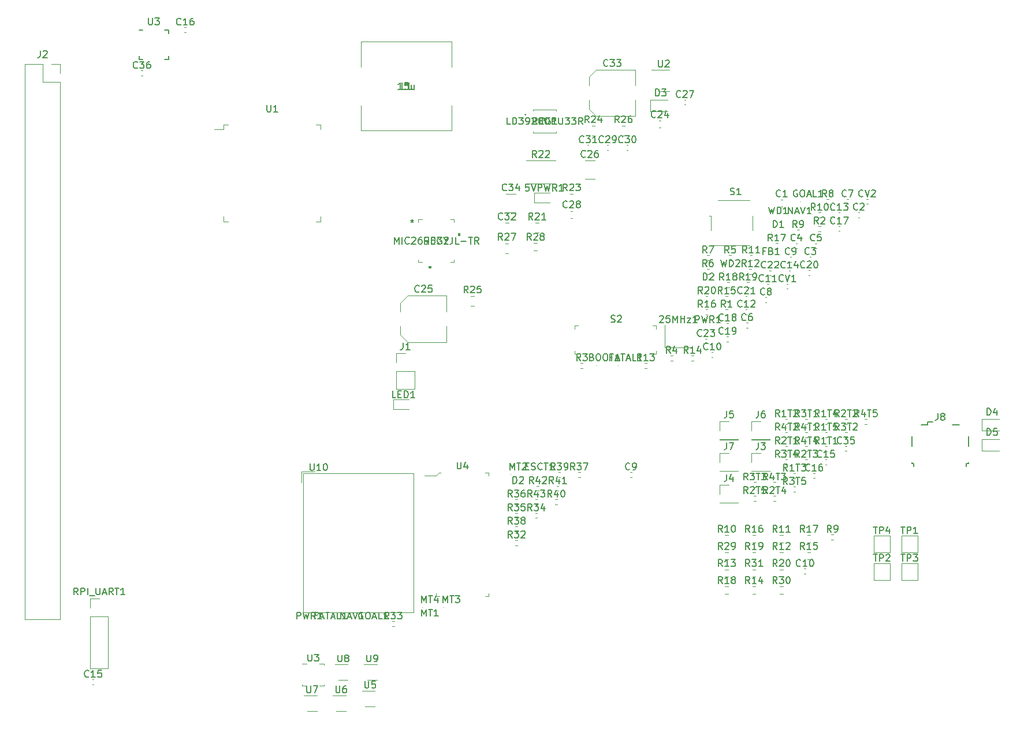
<source format=gbr>
%TF.GenerationSoftware,KiCad,Pcbnew,6.0.7+dfsg-1build1*%
%TF.CreationDate,2022-11-02T19:08:18-04:00*%
%TF.ProjectId,Fc,46632e6b-6963-4616-945f-706362585858,rev?*%
%TF.SameCoordinates,Original*%
%TF.FileFunction,Legend,Top*%
%TF.FilePolarity,Positive*%
%FSLAX46Y46*%
G04 Gerber Fmt 4.6, Leading zero omitted, Abs format (unit mm)*
G04 Created by KiCad (PCBNEW 6.0.7+dfsg-1build1) date 2022-11-02 19:08:18*
%MOMM*%
%LPD*%
G01*
G04 APERTURE LIST*
%ADD10C,0.150000*%
%ADD11C,0.120000*%
%ADD12C,0.100000*%
G04 APERTURE END LIST*
D10*
%TO.C,TP4*%
X166883095Y-117934380D02*
X167454523Y-117934380D01*
X167168809Y-118934380D02*
X167168809Y-117934380D01*
X167787857Y-118934380D02*
X167787857Y-117934380D01*
X168168809Y-117934380D01*
X168264047Y-117982000D01*
X168311666Y-118029619D01*
X168359285Y-118124857D01*
X168359285Y-118267714D01*
X168311666Y-118362952D01*
X168264047Y-118410571D01*
X168168809Y-118458190D01*
X167787857Y-118458190D01*
X169216428Y-118267714D02*
X169216428Y-118934380D01*
X168978333Y-117886761D02*
X168740238Y-118601047D01*
X169359285Y-118601047D01*
%TO.C,TP3*%
X170933095Y-121984380D02*
X171504523Y-121984380D01*
X171218809Y-122984380D02*
X171218809Y-121984380D01*
X171837857Y-122984380D02*
X171837857Y-121984380D01*
X172218809Y-121984380D01*
X172314047Y-122032000D01*
X172361666Y-122079619D01*
X172409285Y-122174857D01*
X172409285Y-122317714D01*
X172361666Y-122412952D01*
X172314047Y-122460571D01*
X172218809Y-122508190D01*
X171837857Y-122508190D01*
X172742619Y-121984380D02*
X173361666Y-121984380D01*
X173028333Y-122365333D01*
X173171190Y-122365333D01*
X173266428Y-122412952D01*
X173314047Y-122460571D01*
X173361666Y-122555809D01*
X173361666Y-122793904D01*
X173314047Y-122889142D01*
X173266428Y-122936761D01*
X173171190Y-122984380D01*
X172885476Y-122984380D01*
X172790238Y-122936761D01*
X172742619Y-122889142D01*
%TO.C,TP2*%
X166883095Y-121984380D02*
X167454523Y-121984380D01*
X167168809Y-122984380D02*
X167168809Y-121984380D01*
X167787857Y-122984380D02*
X167787857Y-121984380D01*
X168168809Y-121984380D01*
X168264047Y-122032000D01*
X168311666Y-122079619D01*
X168359285Y-122174857D01*
X168359285Y-122317714D01*
X168311666Y-122412952D01*
X168264047Y-122460571D01*
X168168809Y-122508190D01*
X167787857Y-122508190D01*
X168740238Y-122079619D02*
X168787857Y-122032000D01*
X168883095Y-121984380D01*
X169121190Y-121984380D01*
X169216428Y-122032000D01*
X169264047Y-122079619D01*
X169311666Y-122174857D01*
X169311666Y-122270095D01*
X169264047Y-122412952D01*
X168692619Y-122984380D01*
X169311666Y-122984380D01*
%TO.C,TP1*%
X170933095Y-117934380D02*
X171504523Y-117934380D01*
X171218809Y-118934380D02*
X171218809Y-117934380D01*
X171837857Y-118934380D02*
X171837857Y-117934380D01*
X172218809Y-117934380D01*
X172314047Y-117982000D01*
X172361666Y-118029619D01*
X172409285Y-118124857D01*
X172409285Y-118267714D01*
X172361666Y-118362952D01*
X172314047Y-118410571D01*
X172218809Y-118458190D01*
X171837857Y-118458190D01*
X173361666Y-118934380D02*
X172790238Y-118934380D01*
X173075952Y-118934380D02*
X173075952Y-117934380D01*
X172980714Y-118077238D01*
X172885476Y-118172476D01*
X172790238Y-118220095D01*
%TO.C,R31*%
X148752142Y-123752380D02*
X148418809Y-123276190D01*
X148180714Y-123752380D02*
X148180714Y-122752380D01*
X148561666Y-122752380D01*
X148656904Y-122800000D01*
X148704523Y-122847619D01*
X148752142Y-122942857D01*
X148752142Y-123085714D01*
X148704523Y-123180952D01*
X148656904Y-123228571D01*
X148561666Y-123276190D01*
X148180714Y-123276190D01*
X149085476Y-122752380D02*
X149704523Y-122752380D01*
X149371190Y-123133333D01*
X149514047Y-123133333D01*
X149609285Y-123180952D01*
X149656904Y-123228571D01*
X149704523Y-123323809D01*
X149704523Y-123561904D01*
X149656904Y-123657142D01*
X149609285Y-123704761D01*
X149514047Y-123752380D01*
X149228333Y-123752380D01*
X149133095Y-123704761D01*
X149085476Y-123657142D01*
X150656904Y-123752380D02*
X150085476Y-123752380D01*
X150371190Y-123752380D02*
X150371190Y-122752380D01*
X150275952Y-122895238D01*
X150180714Y-122990476D01*
X150085476Y-123038095D01*
%TO.C,R30*%
X152762142Y-126262380D02*
X152428809Y-125786190D01*
X152190714Y-126262380D02*
X152190714Y-125262380D01*
X152571666Y-125262380D01*
X152666904Y-125310000D01*
X152714523Y-125357619D01*
X152762142Y-125452857D01*
X152762142Y-125595714D01*
X152714523Y-125690952D01*
X152666904Y-125738571D01*
X152571666Y-125786190D01*
X152190714Y-125786190D01*
X153095476Y-125262380D02*
X153714523Y-125262380D01*
X153381190Y-125643333D01*
X153524047Y-125643333D01*
X153619285Y-125690952D01*
X153666904Y-125738571D01*
X153714523Y-125833809D01*
X153714523Y-126071904D01*
X153666904Y-126167142D01*
X153619285Y-126214761D01*
X153524047Y-126262380D01*
X153238333Y-126262380D01*
X153143095Y-126214761D01*
X153095476Y-126167142D01*
X154333571Y-125262380D02*
X154428809Y-125262380D01*
X154524047Y-125310000D01*
X154571666Y-125357619D01*
X154619285Y-125452857D01*
X154666904Y-125643333D01*
X154666904Y-125881428D01*
X154619285Y-126071904D01*
X154571666Y-126167142D01*
X154524047Y-126214761D01*
X154428809Y-126262380D01*
X154333571Y-126262380D01*
X154238333Y-126214761D01*
X154190714Y-126167142D01*
X154143095Y-126071904D01*
X154095476Y-125881428D01*
X154095476Y-125643333D01*
X154143095Y-125452857D01*
X154190714Y-125357619D01*
X154238333Y-125310000D01*
X154333571Y-125262380D01*
%TO.C,R29*%
X144742142Y-121242380D02*
X144408809Y-120766190D01*
X144170714Y-121242380D02*
X144170714Y-120242380D01*
X144551666Y-120242380D01*
X144646904Y-120290000D01*
X144694523Y-120337619D01*
X144742142Y-120432857D01*
X144742142Y-120575714D01*
X144694523Y-120670952D01*
X144646904Y-120718571D01*
X144551666Y-120766190D01*
X144170714Y-120766190D01*
X145123095Y-120337619D02*
X145170714Y-120290000D01*
X145265952Y-120242380D01*
X145504047Y-120242380D01*
X145599285Y-120290000D01*
X145646904Y-120337619D01*
X145694523Y-120432857D01*
X145694523Y-120528095D01*
X145646904Y-120670952D01*
X145075476Y-121242380D01*
X145694523Y-121242380D01*
X146170714Y-121242380D02*
X146361190Y-121242380D01*
X146456428Y-121194761D01*
X146504047Y-121147142D01*
X146599285Y-121004285D01*
X146646904Y-120813809D01*
X146646904Y-120432857D01*
X146599285Y-120337619D01*
X146551666Y-120290000D01*
X146456428Y-120242380D01*
X146265952Y-120242380D01*
X146170714Y-120290000D01*
X146123095Y-120337619D01*
X146075476Y-120432857D01*
X146075476Y-120670952D01*
X146123095Y-120766190D01*
X146170714Y-120813809D01*
X146265952Y-120861428D01*
X146456428Y-120861428D01*
X146551666Y-120813809D01*
X146599285Y-120766190D01*
X146646904Y-120670952D01*
%TO.C,R20*%
X152762142Y-123752380D02*
X152428809Y-123276190D01*
X152190714Y-123752380D02*
X152190714Y-122752380D01*
X152571666Y-122752380D01*
X152666904Y-122800000D01*
X152714523Y-122847619D01*
X152762142Y-122942857D01*
X152762142Y-123085714D01*
X152714523Y-123180952D01*
X152666904Y-123228571D01*
X152571666Y-123276190D01*
X152190714Y-123276190D01*
X153143095Y-122847619D02*
X153190714Y-122800000D01*
X153285952Y-122752380D01*
X153524047Y-122752380D01*
X153619285Y-122800000D01*
X153666904Y-122847619D01*
X153714523Y-122942857D01*
X153714523Y-123038095D01*
X153666904Y-123180952D01*
X153095476Y-123752380D01*
X153714523Y-123752380D01*
X154333571Y-122752380D02*
X154428809Y-122752380D01*
X154524047Y-122800000D01*
X154571666Y-122847619D01*
X154619285Y-122942857D01*
X154666904Y-123133333D01*
X154666904Y-123371428D01*
X154619285Y-123561904D01*
X154571666Y-123657142D01*
X154524047Y-123704761D01*
X154428809Y-123752380D01*
X154333571Y-123752380D01*
X154238333Y-123704761D01*
X154190714Y-123657142D01*
X154143095Y-123561904D01*
X154095476Y-123371428D01*
X154095476Y-123133333D01*
X154143095Y-122942857D01*
X154190714Y-122847619D01*
X154238333Y-122800000D01*
X154333571Y-122752380D01*
%TO.C,R19*%
X148752142Y-121242380D02*
X148418809Y-120766190D01*
X148180714Y-121242380D02*
X148180714Y-120242380D01*
X148561666Y-120242380D01*
X148656904Y-120290000D01*
X148704523Y-120337619D01*
X148752142Y-120432857D01*
X148752142Y-120575714D01*
X148704523Y-120670952D01*
X148656904Y-120718571D01*
X148561666Y-120766190D01*
X148180714Y-120766190D01*
X149704523Y-121242380D02*
X149133095Y-121242380D01*
X149418809Y-121242380D02*
X149418809Y-120242380D01*
X149323571Y-120385238D01*
X149228333Y-120480476D01*
X149133095Y-120528095D01*
X150180714Y-121242380D02*
X150371190Y-121242380D01*
X150466428Y-121194761D01*
X150514047Y-121147142D01*
X150609285Y-121004285D01*
X150656904Y-120813809D01*
X150656904Y-120432857D01*
X150609285Y-120337619D01*
X150561666Y-120290000D01*
X150466428Y-120242380D01*
X150275952Y-120242380D01*
X150180714Y-120290000D01*
X150133095Y-120337619D01*
X150085476Y-120432857D01*
X150085476Y-120670952D01*
X150133095Y-120766190D01*
X150180714Y-120813809D01*
X150275952Y-120861428D01*
X150466428Y-120861428D01*
X150561666Y-120813809D01*
X150609285Y-120766190D01*
X150656904Y-120670952D01*
%TO.C,R18*%
X144742142Y-126262380D02*
X144408809Y-125786190D01*
X144170714Y-126262380D02*
X144170714Y-125262380D01*
X144551666Y-125262380D01*
X144646904Y-125310000D01*
X144694523Y-125357619D01*
X144742142Y-125452857D01*
X144742142Y-125595714D01*
X144694523Y-125690952D01*
X144646904Y-125738571D01*
X144551666Y-125786190D01*
X144170714Y-125786190D01*
X145694523Y-126262380D02*
X145123095Y-126262380D01*
X145408809Y-126262380D02*
X145408809Y-125262380D01*
X145313571Y-125405238D01*
X145218333Y-125500476D01*
X145123095Y-125548095D01*
X146265952Y-125690952D02*
X146170714Y-125643333D01*
X146123095Y-125595714D01*
X146075476Y-125500476D01*
X146075476Y-125452857D01*
X146123095Y-125357619D01*
X146170714Y-125310000D01*
X146265952Y-125262380D01*
X146456428Y-125262380D01*
X146551666Y-125310000D01*
X146599285Y-125357619D01*
X146646904Y-125452857D01*
X146646904Y-125500476D01*
X146599285Y-125595714D01*
X146551666Y-125643333D01*
X146456428Y-125690952D01*
X146265952Y-125690952D01*
X146170714Y-125738571D01*
X146123095Y-125786190D01*
X146075476Y-125881428D01*
X146075476Y-126071904D01*
X146123095Y-126167142D01*
X146170714Y-126214761D01*
X146265952Y-126262380D01*
X146456428Y-126262380D01*
X146551666Y-126214761D01*
X146599285Y-126167142D01*
X146646904Y-126071904D01*
X146646904Y-125881428D01*
X146599285Y-125786190D01*
X146551666Y-125738571D01*
X146456428Y-125690952D01*
%TO.C,R17*%
X156772142Y-118732380D02*
X156438809Y-118256190D01*
X156200714Y-118732380D02*
X156200714Y-117732380D01*
X156581666Y-117732380D01*
X156676904Y-117780000D01*
X156724523Y-117827619D01*
X156772142Y-117922857D01*
X156772142Y-118065714D01*
X156724523Y-118160952D01*
X156676904Y-118208571D01*
X156581666Y-118256190D01*
X156200714Y-118256190D01*
X157724523Y-118732380D02*
X157153095Y-118732380D01*
X157438809Y-118732380D02*
X157438809Y-117732380D01*
X157343571Y-117875238D01*
X157248333Y-117970476D01*
X157153095Y-118018095D01*
X158057857Y-117732380D02*
X158724523Y-117732380D01*
X158295952Y-118732380D01*
%TO.C,R16*%
X148752142Y-118732380D02*
X148418809Y-118256190D01*
X148180714Y-118732380D02*
X148180714Y-117732380D01*
X148561666Y-117732380D01*
X148656904Y-117780000D01*
X148704523Y-117827619D01*
X148752142Y-117922857D01*
X148752142Y-118065714D01*
X148704523Y-118160952D01*
X148656904Y-118208571D01*
X148561666Y-118256190D01*
X148180714Y-118256190D01*
X149704523Y-118732380D02*
X149133095Y-118732380D01*
X149418809Y-118732380D02*
X149418809Y-117732380D01*
X149323571Y-117875238D01*
X149228333Y-117970476D01*
X149133095Y-118018095D01*
X150561666Y-117732380D02*
X150371190Y-117732380D01*
X150275952Y-117780000D01*
X150228333Y-117827619D01*
X150133095Y-117970476D01*
X150085476Y-118160952D01*
X150085476Y-118541904D01*
X150133095Y-118637142D01*
X150180714Y-118684761D01*
X150275952Y-118732380D01*
X150466428Y-118732380D01*
X150561666Y-118684761D01*
X150609285Y-118637142D01*
X150656904Y-118541904D01*
X150656904Y-118303809D01*
X150609285Y-118208571D01*
X150561666Y-118160952D01*
X150466428Y-118113333D01*
X150275952Y-118113333D01*
X150180714Y-118160952D01*
X150133095Y-118208571D01*
X150085476Y-118303809D01*
%TO.C,R15*%
X156772142Y-121242380D02*
X156438809Y-120766190D01*
X156200714Y-121242380D02*
X156200714Y-120242380D01*
X156581666Y-120242380D01*
X156676904Y-120290000D01*
X156724523Y-120337619D01*
X156772142Y-120432857D01*
X156772142Y-120575714D01*
X156724523Y-120670952D01*
X156676904Y-120718571D01*
X156581666Y-120766190D01*
X156200714Y-120766190D01*
X157724523Y-121242380D02*
X157153095Y-121242380D01*
X157438809Y-121242380D02*
X157438809Y-120242380D01*
X157343571Y-120385238D01*
X157248333Y-120480476D01*
X157153095Y-120528095D01*
X158629285Y-120242380D02*
X158153095Y-120242380D01*
X158105476Y-120718571D01*
X158153095Y-120670952D01*
X158248333Y-120623333D01*
X158486428Y-120623333D01*
X158581666Y-120670952D01*
X158629285Y-120718571D01*
X158676904Y-120813809D01*
X158676904Y-121051904D01*
X158629285Y-121147142D01*
X158581666Y-121194761D01*
X158486428Y-121242380D01*
X158248333Y-121242380D01*
X158153095Y-121194761D01*
X158105476Y-121147142D01*
%TO.C,R14*%
X148752142Y-126262380D02*
X148418809Y-125786190D01*
X148180714Y-126262380D02*
X148180714Y-125262380D01*
X148561666Y-125262380D01*
X148656904Y-125310000D01*
X148704523Y-125357619D01*
X148752142Y-125452857D01*
X148752142Y-125595714D01*
X148704523Y-125690952D01*
X148656904Y-125738571D01*
X148561666Y-125786190D01*
X148180714Y-125786190D01*
X149704523Y-126262380D02*
X149133095Y-126262380D01*
X149418809Y-126262380D02*
X149418809Y-125262380D01*
X149323571Y-125405238D01*
X149228333Y-125500476D01*
X149133095Y-125548095D01*
X150561666Y-125595714D02*
X150561666Y-126262380D01*
X150323571Y-125214761D02*
X150085476Y-125929047D01*
X150704523Y-125929047D01*
%TO.C,R13*%
X144742142Y-123752380D02*
X144408809Y-123276190D01*
X144170714Y-123752380D02*
X144170714Y-122752380D01*
X144551666Y-122752380D01*
X144646904Y-122800000D01*
X144694523Y-122847619D01*
X144742142Y-122942857D01*
X144742142Y-123085714D01*
X144694523Y-123180952D01*
X144646904Y-123228571D01*
X144551666Y-123276190D01*
X144170714Y-123276190D01*
X145694523Y-123752380D02*
X145123095Y-123752380D01*
X145408809Y-123752380D02*
X145408809Y-122752380D01*
X145313571Y-122895238D01*
X145218333Y-122990476D01*
X145123095Y-123038095D01*
X146027857Y-122752380D02*
X146646904Y-122752380D01*
X146313571Y-123133333D01*
X146456428Y-123133333D01*
X146551666Y-123180952D01*
X146599285Y-123228571D01*
X146646904Y-123323809D01*
X146646904Y-123561904D01*
X146599285Y-123657142D01*
X146551666Y-123704761D01*
X146456428Y-123752380D01*
X146170714Y-123752380D01*
X146075476Y-123704761D01*
X146027857Y-123657142D01*
%TO.C,R12*%
X152762142Y-121242380D02*
X152428809Y-120766190D01*
X152190714Y-121242380D02*
X152190714Y-120242380D01*
X152571666Y-120242380D01*
X152666904Y-120290000D01*
X152714523Y-120337619D01*
X152762142Y-120432857D01*
X152762142Y-120575714D01*
X152714523Y-120670952D01*
X152666904Y-120718571D01*
X152571666Y-120766190D01*
X152190714Y-120766190D01*
X153714523Y-121242380D02*
X153143095Y-121242380D01*
X153428809Y-121242380D02*
X153428809Y-120242380D01*
X153333571Y-120385238D01*
X153238333Y-120480476D01*
X153143095Y-120528095D01*
X154095476Y-120337619D02*
X154143095Y-120290000D01*
X154238333Y-120242380D01*
X154476428Y-120242380D01*
X154571666Y-120290000D01*
X154619285Y-120337619D01*
X154666904Y-120432857D01*
X154666904Y-120528095D01*
X154619285Y-120670952D01*
X154047857Y-121242380D01*
X154666904Y-121242380D01*
%TO.C,R11*%
X152762142Y-118732380D02*
X152428809Y-118256190D01*
X152190714Y-118732380D02*
X152190714Y-117732380D01*
X152571666Y-117732380D01*
X152666904Y-117780000D01*
X152714523Y-117827619D01*
X152762142Y-117922857D01*
X152762142Y-118065714D01*
X152714523Y-118160952D01*
X152666904Y-118208571D01*
X152571666Y-118256190D01*
X152190714Y-118256190D01*
X153714523Y-118732380D02*
X153143095Y-118732380D01*
X153428809Y-118732380D02*
X153428809Y-117732380D01*
X153333571Y-117875238D01*
X153238333Y-117970476D01*
X153143095Y-118018095D01*
X154666904Y-118732380D02*
X154095476Y-118732380D01*
X154381190Y-118732380D02*
X154381190Y-117732380D01*
X154285952Y-117875238D01*
X154190714Y-117970476D01*
X154095476Y-118018095D01*
%TO.C,R10*%
X144742142Y-118732380D02*
X144408809Y-118256190D01*
X144170714Y-118732380D02*
X144170714Y-117732380D01*
X144551666Y-117732380D01*
X144646904Y-117780000D01*
X144694523Y-117827619D01*
X144742142Y-117922857D01*
X144742142Y-118065714D01*
X144694523Y-118160952D01*
X144646904Y-118208571D01*
X144551666Y-118256190D01*
X144170714Y-118256190D01*
X145694523Y-118732380D02*
X145123095Y-118732380D01*
X145408809Y-118732380D02*
X145408809Y-117732380D01*
X145313571Y-117875238D01*
X145218333Y-117970476D01*
X145123095Y-118018095D01*
X146313571Y-117732380D02*
X146408809Y-117732380D01*
X146504047Y-117780000D01*
X146551666Y-117827619D01*
X146599285Y-117922857D01*
X146646904Y-118113333D01*
X146646904Y-118351428D01*
X146599285Y-118541904D01*
X146551666Y-118637142D01*
X146504047Y-118684761D01*
X146408809Y-118732380D01*
X146313571Y-118732380D01*
X146218333Y-118684761D01*
X146170714Y-118637142D01*
X146123095Y-118541904D01*
X146075476Y-118351428D01*
X146075476Y-118113333D01*
X146123095Y-117922857D01*
X146170714Y-117827619D01*
X146218333Y-117780000D01*
X146313571Y-117732380D01*
%TO.C,R9*%
X160708333Y-118732380D02*
X160375000Y-118256190D01*
X160136904Y-118732380D02*
X160136904Y-117732380D01*
X160517857Y-117732380D01*
X160613095Y-117780000D01*
X160660714Y-117827619D01*
X160708333Y-117922857D01*
X160708333Y-118065714D01*
X160660714Y-118160952D01*
X160613095Y-118208571D01*
X160517857Y-118256190D01*
X160136904Y-118256190D01*
X161184523Y-118732380D02*
X161375000Y-118732380D01*
X161470238Y-118684761D01*
X161517857Y-118637142D01*
X161613095Y-118494285D01*
X161660714Y-118303809D01*
X161660714Y-117922857D01*
X161613095Y-117827619D01*
X161565476Y-117780000D01*
X161470238Y-117732380D01*
X161279761Y-117732380D01*
X161184523Y-117780000D01*
X161136904Y-117827619D01*
X161089285Y-117922857D01*
X161089285Y-118160952D01*
X161136904Y-118256190D01*
X161184523Y-118303809D01*
X161279761Y-118351428D01*
X161470238Y-118351428D01*
X161565476Y-118303809D01*
X161613095Y-118256190D01*
X161660714Y-118160952D01*
%TO.C,R4T5*%
X164751190Y-101772380D02*
X164417857Y-101296190D01*
X164179761Y-101772380D02*
X164179761Y-100772380D01*
X164560714Y-100772380D01*
X164655952Y-100820000D01*
X164703571Y-100867619D01*
X164751190Y-100962857D01*
X164751190Y-101105714D01*
X164703571Y-101200952D01*
X164655952Y-101248571D01*
X164560714Y-101296190D01*
X164179761Y-101296190D01*
X165608333Y-101105714D02*
X165608333Y-101772380D01*
X165370238Y-100724761D02*
X165132142Y-101439047D01*
X165751190Y-101439047D01*
X165989285Y-100772380D02*
X166560714Y-100772380D01*
X166275000Y-101772380D02*
X166275000Y-100772380D01*
X167370238Y-100772380D02*
X166894047Y-100772380D01*
X166846428Y-101248571D01*
X166894047Y-101200952D01*
X166989285Y-101153333D01*
X167227380Y-101153333D01*
X167322619Y-101200952D01*
X167370238Y-101248571D01*
X167417857Y-101343809D01*
X167417857Y-101581904D01*
X167370238Y-101677142D01*
X167322619Y-101724761D01*
X167227380Y-101772380D01*
X166989285Y-101772380D01*
X166894047Y-101724761D01*
X166846428Y-101677142D01*
%TO.C,R4T4*%
X156021190Y-105752380D02*
X155687857Y-105276190D01*
X155449761Y-105752380D02*
X155449761Y-104752380D01*
X155830714Y-104752380D01*
X155925952Y-104800000D01*
X155973571Y-104847619D01*
X156021190Y-104942857D01*
X156021190Y-105085714D01*
X155973571Y-105180952D01*
X155925952Y-105228571D01*
X155830714Y-105276190D01*
X155449761Y-105276190D01*
X156878333Y-105085714D02*
X156878333Y-105752380D01*
X156640238Y-104704761D02*
X156402142Y-105419047D01*
X157021190Y-105419047D01*
X157259285Y-104752380D02*
X157830714Y-104752380D01*
X157545000Y-105752380D02*
X157545000Y-104752380D01*
X158592619Y-105085714D02*
X158592619Y-105752380D01*
X158354523Y-104704761D02*
X158116428Y-105419047D01*
X158735476Y-105419047D01*
%TO.C,R4T3*%
X151371190Y-111072380D02*
X151037857Y-110596190D01*
X150799761Y-111072380D02*
X150799761Y-110072380D01*
X151180714Y-110072380D01*
X151275952Y-110120000D01*
X151323571Y-110167619D01*
X151371190Y-110262857D01*
X151371190Y-110405714D01*
X151323571Y-110500952D01*
X151275952Y-110548571D01*
X151180714Y-110596190D01*
X150799761Y-110596190D01*
X152228333Y-110405714D02*
X152228333Y-111072380D01*
X151990238Y-110024761D02*
X151752142Y-110739047D01*
X152371190Y-110739047D01*
X152609285Y-110072380D02*
X153180714Y-110072380D01*
X152895000Y-111072380D02*
X152895000Y-110072380D01*
X153418809Y-110072380D02*
X154037857Y-110072380D01*
X153704523Y-110453333D01*
X153847380Y-110453333D01*
X153942619Y-110500952D01*
X153990238Y-110548571D01*
X154037857Y-110643809D01*
X154037857Y-110881904D01*
X153990238Y-110977142D01*
X153942619Y-111024761D01*
X153847380Y-111072380D01*
X153561666Y-111072380D01*
X153466428Y-111024761D01*
X153418809Y-110977142D01*
%TO.C,R4T2*%
X153111190Y-103762380D02*
X152777857Y-103286190D01*
X152539761Y-103762380D02*
X152539761Y-102762380D01*
X152920714Y-102762380D01*
X153015952Y-102810000D01*
X153063571Y-102857619D01*
X153111190Y-102952857D01*
X153111190Y-103095714D01*
X153063571Y-103190952D01*
X153015952Y-103238571D01*
X152920714Y-103286190D01*
X152539761Y-103286190D01*
X153968333Y-103095714D02*
X153968333Y-103762380D01*
X153730238Y-102714761D02*
X153492142Y-103429047D01*
X154111190Y-103429047D01*
X154349285Y-102762380D02*
X154920714Y-102762380D01*
X154635000Y-103762380D02*
X154635000Y-102762380D01*
X155206428Y-102857619D02*
X155254047Y-102810000D01*
X155349285Y-102762380D01*
X155587380Y-102762380D01*
X155682619Y-102810000D01*
X155730238Y-102857619D01*
X155777857Y-102952857D01*
X155777857Y-103048095D01*
X155730238Y-103190952D01*
X155158809Y-103762380D01*
X155777857Y-103762380D01*
%TO.C,R4T1*%
X156021190Y-103762380D02*
X155687857Y-103286190D01*
X155449761Y-103762380D02*
X155449761Y-102762380D01*
X155830714Y-102762380D01*
X155925952Y-102810000D01*
X155973571Y-102857619D01*
X156021190Y-102952857D01*
X156021190Y-103095714D01*
X155973571Y-103190952D01*
X155925952Y-103238571D01*
X155830714Y-103286190D01*
X155449761Y-103286190D01*
X156878333Y-103095714D02*
X156878333Y-103762380D01*
X156640238Y-102714761D02*
X156402142Y-103429047D01*
X157021190Y-103429047D01*
X157259285Y-102762380D02*
X157830714Y-102762380D01*
X157545000Y-103762380D02*
X157545000Y-102762380D01*
X158687857Y-103762380D02*
X158116428Y-103762380D01*
X158402142Y-103762380D02*
X158402142Y-102762380D01*
X158306904Y-102905238D01*
X158211666Y-103000476D01*
X158116428Y-103048095D01*
%TO.C,R3T5*%
X154281190Y-111722380D02*
X153947857Y-111246190D01*
X153709761Y-111722380D02*
X153709761Y-110722380D01*
X154090714Y-110722380D01*
X154185952Y-110770000D01*
X154233571Y-110817619D01*
X154281190Y-110912857D01*
X154281190Y-111055714D01*
X154233571Y-111150952D01*
X154185952Y-111198571D01*
X154090714Y-111246190D01*
X153709761Y-111246190D01*
X154614523Y-110722380D02*
X155233571Y-110722380D01*
X154900238Y-111103333D01*
X155043095Y-111103333D01*
X155138333Y-111150952D01*
X155185952Y-111198571D01*
X155233571Y-111293809D01*
X155233571Y-111531904D01*
X155185952Y-111627142D01*
X155138333Y-111674761D01*
X155043095Y-111722380D01*
X154757380Y-111722380D01*
X154662142Y-111674761D01*
X154614523Y-111627142D01*
X155519285Y-110722380D02*
X156090714Y-110722380D01*
X155805000Y-111722380D02*
X155805000Y-110722380D01*
X156900238Y-110722380D02*
X156424047Y-110722380D01*
X156376428Y-111198571D01*
X156424047Y-111150952D01*
X156519285Y-111103333D01*
X156757380Y-111103333D01*
X156852619Y-111150952D01*
X156900238Y-111198571D01*
X156947857Y-111293809D01*
X156947857Y-111531904D01*
X156900238Y-111627142D01*
X156852619Y-111674761D01*
X156757380Y-111722380D01*
X156519285Y-111722380D01*
X156424047Y-111674761D01*
X156376428Y-111627142D01*
%TO.C,R3T4*%
X153111190Y-107742380D02*
X152777857Y-107266190D01*
X152539761Y-107742380D02*
X152539761Y-106742380D01*
X152920714Y-106742380D01*
X153015952Y-106790000D01*
X153063571Y-106837619D01*
X153111190Y-106932857D01*
X153111190Y-107075714D01*
X153063571Y-107170952D01*
X153015952Y-107218571D01*
X152920714Y-107266190D01*
X152539761Y-107266190D01*
X153444523Y-106742380D02*
X154063571Y-106742380D01*
X153730238Y-107123333D01*
X153873095Y-107123333D01*
X153968333Y-107170952D01*
X154015952Y-107218571D01*
X154063571Y-107313809D01*
X154063571Y-107551904D01*
X154015952Y-107647142D01*
X153968333Y-107694761D01*
X153873095Y-107742380D01*
X153587380Y-107742380D01*
X153492142Y-107694761D01*
X153444523Y-107647142D01*
X154349285Y-106742380D02*
X154920714Y-106742380D01*
X154635000Y-107742380D02*
X154635000Y-106742380D01*
X155682619Y-107075714D02*
X155682619Y-107742380D01*
X155444523Y-106694761D02*
X155206428Y-107409047D01*
X155825476Y-107409047D01*
%TO.C,R3T3*%
X148461190Y-111072380D02*
X148127857Y-110596190D01*
X147889761Y-111072380D02*
X147889761Y-110072380D01*
X148270714Y-110072380D01*
X148365952Y-110120000D01*
X148413571Y-110167619D01*
X148461190Y-110262857D01*
X148461190Y-110405714D01*
X148413571Y-110500952D01*
X148365952Y-110548571D01*
X148270714Y-110596190D01*
X147889761Y-110596190D01*
X148794523Y-110072380D02*
X149413571Y-110072380D01*
X149080238Y-110453333D01*
X149223095Y-110453333D01*
X149318333Y-110500952D01*
X149365952Y-110548571D01*
X149413571Y-110643809D01*
X149413571Y-110881904D01*
X149365952Y-110977142D01*
X149318333Y-111024761D01*
X149223095Y-111072380D01*
X148937380Y-111072380D01*
X148842142Y-111024761D01*
X148794523Y-110977142D01*
X149699285Y-110072380D02*
X150270714Y-110072380D01*
X149985000Y-111072380D02*
X149985000Y-110072380D01*
X150508809Y-110072380D02*
X151127857Y-110072380D01*
X150794523Y-110453333D01*
X150937380Y-110453333D01*
X151032619Y-110500952D01*
X151080238Y-110548571D01*
X151127857Y-110643809D01*
X151127857Y-110881904D01*
X151080238Y-110977142D01*
X151032619Y-111024761D01*
X150937380Y-111072380D01*
X150651666Y-111072380D01*
X150556428Y-111024761D01*
X150508809Y-110977142D01*
%TO.C,R3T2*%
X161841190Y-103762380D02*
X161507857Y-103286190D01*
X161269761Y-103762380D02*
X161269761Y-102762380D01*
X161650714Y-102762380D01*
X161745952Y-102810000D01*
X161793571Y-102857619D01*
X161841190Y-102952857D01*
X161841190Y-103095714D01*
X161793571Y-103190952D01*
X161745952Y-103238571D01*
X161650714Y-103286190D01*
X161269761Y-103286190D01*
X162174523Y-102762380D02*
X162793571Y-102762380D01*
X162460238Y-103143333D01*
X162603095Y-103143333D01*
X162698333Y-103190952D01*
X162745952Y-103238571D01*
X162793571Y-103333809D01*
X162793571Y-103571904D01*
X162745952Y-103667142D01*
X162698333Y-103714761D01*
X162603095Y-103762380D01*
X162317380Y-103762380D01*
X162222142Y-103714761D01*
X162174523Y-103667142D01*
X163079285Y-102762380D02*
X163650714Y-102762380D01*
X163365000Y-103762380D02*
X163365000Y-102762380D01*
X163936428Y-102857619D02*
X163984047Y-102810000D01*
X164079285Y-102762380D01*
X164317380Y-102762380D01*
X164412619Y-102810000D01*
X164460238Y-102857619D01*
X164507857Y-102952857D01*
X164507857Y-103048095D01*
X164460238Y-103190952D01*
X163888809Y-103762380D01*
X164507857Y-103762380D01*
%TO.C,R3T1*%
X156021190Y-101772380D02*
X155687857Y-101296190D01*
X155449761Y-101772380D02*
X155449761Y-100772380D01*
X155830714Y-100772380D01*
X155925952Y-100820000D01*
X155973571Y-100867619D01*
X156021190Y-100962857D01*
X156021190Y-101105714D01*
X155973571Y-101200952D01*
X155925952Y-101248571D01*
X155830714Y-101296190D01*
X155449761Y-101296190D01*
X156354523Y-100772380D02*
X156973571Y-100772380D01*
X156640238Y-101153333D01*
X156783095Y-101153333D01*
X156878333Y-101200952D01*
X156925952Y-101248571D01*
X156973571Y-101343809D01*
X156973571Y-101581904D01*
X156925952Y-101677142D01*
X156878333Y-101724761D01*
X156783095Y-101772380D01*
X156497380Y-101772380D01*
X156402142Y-101724761D01*
X156354523Y-101677142D01*
X157259285Y-100772380D02*
X157830714Y-100772380D01*
X157545000Y-101772380D02*
X157545000Y-100772380D01*
X158687857Y-101772380D02*
X158116428Y-101772380D01*
X158402142Y-101772380D02*
X158402142Y-100772380D01*
X158306904Y-100915238D01*
X158211666Y-101010476D01*
X158116428Y-101058095D01*
%TO.C,R2T5*%
X148461190Y-113062380D02*
X148127857Y-112586190D01*
X147889761Y-113062380D02*
X147889761Y-112062380D01*
X148270714Y-112062380D01*
X148365952Y-112110000D01*
X148413571Y-112157619D01*
X148461190Y-112252857D01*
X148461190Y-112395714D01*
X148413571Y-112490952D01*
X148365952Y-112538571D01*
X148270714Y-112586190D01*
X147889761Y-112586190D01*
X148842142Y-112157619D02*
X148889761Y-112110000D01*
X148985000Y-112062380D01*
X149223095Y-112062380D01*
X149318333Y-112110000D01*
X149365952Y-112157619D01*
X149413571Y-112252857D01*
X149413571Y-112348095D01*
X149365952Y-112490952D01*
X148794523Y-113062380D01*
X149413571Y-113062380D01*
X149699285Y-112062380D02*
X150270714Y-112062380D01*
X149985000Y-113062380D02*
X149985000Y-112062380D01*
X151080238Y-112062380D02*
X150604047Y-112062380D01*
X150556428Y-112538571D01*
X150604047Y-112490952D01*
X150699285Y-112443333D01*
X150937380Y-112443333D01*
X151032619Y-112490952D01*
X151080238Y-112538571D01*
X151127857Y-112633809D01*
X151127857Y-112871904D01*
X151080238Y-112967142D01*
X151032619Y-113014761D01*
X150937380Y-113062380D01*
X150699285Y-113062380D01*
X150604047Y-113014761D01*
X150556428Y-112967142D01*
%TO.C,R2T4*%
X151371190Y-113062380D02*
X151037857Y-112586190D01*
X150799761Y-113062380D02*
X150799761Y-112062380D01*
X151180714Y-112062380D01*
X151275952Y-112110000D01*
X151323571Y-112157619D01*
X151371190Y-112252857D01*
X151371190Y-112395714D01*
X151323571Y-112490952D01*
X151275952Y-112538571D01*
X151180714Y-112586190D01*
X150799761Y-112586190D01*
X151752142Y-112157619D02*
X151799761Y-112110000D01*
X151895000Y-112062380D01*
X152133095Y-112062380D01*
X152228333Y-112110000D01*
X152275952Y-112157619D01*
X152323571Y-112252857D01*
X152323571Y-112348095D01*
X152275952Y-112490952D01*
X151704523Y-113062380D01*
X152323571Y-113062380D01*
X152609285Y-112062380D02*
X153180714Y-112062380D01*
X152895000Y-113062380D02*
X152895000Y-112062380D01*
X153942619Y-112395714D02*
X153942619Y-113062380D01*
X153704523Y-112014761D02*
X153466428Y-112729047D01*
X154085476Y-112729047D01*
%TO.C,R2T3*%
X156021190Y-107742380D02*
X155687857Y-107266190D01*
X155449761Y-107742380D02*
X155449761Y-106742380D01*
X155830714Y-106742380D01*
X155925952Y-106790000D01*
X155973571Y-106837619D01*
X156021190Y-106932857D01*
X156021190Y-107075714D01*
X155973571Y-107170952D01*
X155925952Y-107218571D01*
X155830714Y-107266190D01*
X155449761Y-107266190D01*
X156402142Y-106837619D02*
X156449761Y-106790000D01*
X156545000Y-106742380D01*
X156783095Y-106742380D01*
X156878333Y-106790000D01*
X156925952Y-106837619D01*
X156973571Y-106932857D01*
X156973571Y-107028095D01*
X156925952Y-107170952D01*
X156354523Y-107742380D01*
X156973571Y-107742380D01*
X157259285Y-106742380D02*
X157830714Y-106742380D01*
X157545000Y-107742380D02*
X157545000Y-106742380D01*
X158068809Y-106742380D02*
X158687857Y-106742380D01*
X158354523Y-107123333D01*
X158497380Y-107123333D01*
X158592619Y-107170952D01*
X158640238Y-107218571D01*
X158687857Y-107313809D01*
X158687857Y-107551904D01*
X158640238Y-107647142D01*
X158592619Y-107694761D01*
X158497380Y-107742380D01*
X158211666Y-107742380D01*
X158116428Y-107694761D01*
X158068809Y-107647142D01*
%TO.C,R2T2*%
X161841190Y-101772380D02*
X161507857Y-101296190D01*
X161269761Y-101772380D02*
X161269761Y-100772380D01*
X161650714Y-100772380D01*
X161745952Y-100820000D01*
X161793571Y-100867619D01*
X161841190Y-100962857D01*
X161841190Y-101105714D01*
X161793571Y-101200952D01*
X161745952Y-101248571D01*
X161650714Y-101296190D01*
X161269761Y-101296190D01*
X162222142Y-100867619D02*
X162269761Y-100820000D01*
X162365000Y-100772380D01*
X162603095Y-100772380D01*
X162698333Y-100820000D01*
X162745952Y-100867619D01*
X162793571Y-100962857D01*
X162793571Y-101058095D01*
X162745952Y-101200952D01*
X162174523Y-101772380D01*
X162793571Y-101772380D01*
X163079285Y-100772380D02*
X163650714Y-100772380D01*
X163365000Y-101772380D02*
X163365000Y-100772380D01*
X163936428Y-100867619D02*
X163984047Y-100820000D01*
X164079285Y-100772380D01*
X164317380Y-100772380D01*
X164412619Y-100820000D01*
X164460238Y-100867619D01*
X164507857Y-100962857D01*
X164507857Y-101058095D01*
X164460238Y-101200952D01*
X163888809Y-101772380D01*
X164507857Y-101772380D01*
%TO.C,R2T1*%
X153111190Y-105752380D02*
X152777857Y-105276190D01*
X152539761Y-105752380D02*
X152539761Y-104752380D01*
X152920714Y-104752380D01*
X153015952Y-104800000D01*
X153063571Y-104847619D01*
X153111190Y-104942857D01*
X153111190Y-105085714D01*
X153063571Y-105180952D01*
X153015952Y-105228571D01*
X152920714Y-105276190D01*
X152539761Y-105276190D01*
X153492142Y-104847619D02*
X153539761Y-104800000D01*
X153635000Y-104752380D01*
X153873095Y-104752380D01*
X153968333Y-104800000D01*
X154015952Y-104847619D01*
X154063571Y-104942857D01*
X154063571Y-105038095D01*
X154015952Y-105180952D01*
X153444523Y-105752380D01*
X154063571Y-105752380D01*
X154349285Y-104752380D02*
X154920714Y-104752380D01*
X154635000Y-105752380D02*
X154635000Y-104752380D01*
X155777857Y-105752380D02*
X155206428Y-105752380D01*
X155492142Y-105752380D02*
X155492142Y-104752380D01*
X155396904Y-104895238D01*
X155301666Y-104990476D01*
X155206428Y-105038095D01*
%TO.C,R1T5*%
X158931190Y-103762380D02*
X158597857Y-103286190D01*
X158359761Y-103762380D02*
X158359761Y-102762380D01*
X158740714Y-102762380D01*
X158835952Y-102810000D01*
X158883571Y-102857619D01*
X158931190Y-102952857D01*
X158931190Y-103095714D01*
X158883571Y-103190952D01*
X158835952Y-103238571D01*
X158740714Y-103286190D01*
X158359761Y-103286190D01*
X159883571Y-103762380D02*
X159312142Y-103762380D01*
X159597857Y-103762380D02*
X159597857Y-102762380D01*
X159502619Y-102905238D01*
X159407380Y-103000476D01*
X159312142Y-103048095D01*
X160169285Y-102762380D02*
X160740714Y-102762380D01*
X160455000Y-103762380D02*
X160455000Y-102762380D01*
X161550238Y-102762380D02*
X161074047Y-102762380D01*
X161026428Y-103238571D01*
X161074047Y-103190952D01*
X161169285Y-103143333D01*
X161407380Y-103143333D01*
X161502619Y-103190952D01*
X161550238Y-103238571D01*
X161597857Y-103333809D01*
X161597857Y-103571904D01*
X161550238Y-103667142D01*
X161502619Y-103714761D01*
X161407380Y-103762380D01*
X161169285Y-103762380D01*
X161074047Y-103714761D01*
X161026428Y-103667142D01*
%TO.C,R1T4*%
X158931190Y-101772380D02*
X158597857Y-101296190D01*
X158359761Y-101772380D02*
X158359761Y-100772380D01*
X158740714Y-100772380D01*
X158835952Y-100820000D01*
X158883571Y-100867619D01*
X158931190Y-100962857D01*
X158931190Y-101105714D01*
X158883571Y-101200952D01*
X158835952Y-101248571D01*
X158740714Y-101296190D01*
X158359761Y-101296190D01*
X159883571Y-101772380D02*
X159312142Y-101772380D01*
X159597857Y-101772380D02*
X159597857Y-100772380D01*
X159502619Y-100915238D01*
X159407380Y-101010476D01*
X159312142Y-101058095D01*
X160169285Y-100772380D02*
X160740714Y-100772380D01*
X160455000Y-101772380D02*
X160455000Y-100772380D01*
X161502619Y-101105714D02*
X161502619Y-101772380D01*
X161264523Y-100724761D02*
X161026428Y-101439047D01*
X161645476Y-101439047D01*
%TO.C,R1T3*%
X154281190Y-109732380D02*
X153947857Y-109256190D01*
X153709761Y-109732380D02*
X153709761Y-108732380D01*
X154090714Y-108732380D01*
X154185952Y-108780000D01*
X154233571Y-108827619D01*
X154281190Y-108922857D01*
X154281190Y-109065714D01*
X154233571Y-109160952D01*
X154185952Y-109208571D01*
X154090714Y-109256190D01*
X153709761Y-109256190D01*
X155233571Y-109732380D02*
X154662142Y-109732380D01*
X154947857Y-109732380D02*
X154947857Y-108732380D01*
X154852619Y-108875238D01*
X154757380Y-108970476D01*
X154662142Y-109018095D01*
X155519285Y-108732380D02*
X156090714Y-108732380D01*
X155805000Y-109732380D02*
X155805000Y-108732380D01*
X156328809Y-108732380D02*
X156947857Y-108732380D01*
X156614523Y-109113333D01*
X156757380Y-109113333D01*
X156852619Y-109160952D01*
X156900238Y-109208571D01*
X156947857Y-109303809D01*
X156947857Y-109541904D01*
X156900238Y-109637142D01*
X156852619Y-109684761D01*
X156757380Y-109732380D01*
X156471666Y-109732380D01*
X156376428Y-109684761D01*
X156328809Y-109637142D01*
%TO.C,R1T2*%
X153111190Y-101772380D02*
X152777857Y-101296190D01*
X152539761Y-101772380D02*
X152539761Y-100772380D01*
X152920714Y-100772380D01*
X153015952Y-100820000D01*
X153063571Y-100867619D01*
X153111190Y-100962857D01*
X153111190Y-101105714D01*
X153063571Y-101200952D01*
X153015952Y-101248571D01*
X152920714Y-101296190D01*
X152539761Y-101296190D01*
X154063571Y-101772380D02*
X153492142Y-101772380D01*
X153777857Y-101772380D02*
X153777857Y-100772380D01*
X153682619Y-100915238D01*
X153587380Y-101010476D01*
X153492142Y-101058095D01*
X154349285Y-100772380D02*
X154920714Y-100772380D01*
X154635000Y-101772380D02*
X154635000Y-100772380D01*
X155206428Y-100867619D02*
X155254047Y-100820000D01*
X155349285Y-100772380D01*
X155587380Y-100772380D01*
X155682619Y-100820000D01*
X155730238Y-100867619D01*
X155777857Y-100962857D01*
X155777857Y-101058095D01*
X155730238Y-101200952D01*
X155158809Y-101772380D01*
X155777857Y-101772380D01*
%TO.C,R1T1*%
X158931190Y-105752380D02*
X158597857Y-105276190D01*
X158359761Y-105752380D02*
X158359761Y-104752380D01*
X158740714Y-104752380D01*
X158835952Y-104800000D01*
X158883571Y-104847619D01*
X158931190Y-104942857D01*
X158931190Y-105085714D01*
X158883571Y-105180952D01*
X158835952Y-105228571D01*
X158740714Y-105276190D01*
X158359761Y-105276190D01*
X159883571Y-105752380D02*
X159312142Y-105752380D01*
X159597857Y-105752380D02*
X159597857Y-104752380D01*
X159502619Y-104895238D01*
X159407380Y-104990476D01*
X159312142Y-105038095D01*
X160169285Y-104752380D02*
X160740714Y-104752380D01*
X160455000Y-105752380D02*
X160455000Y-104752380D01*
X161597857Y-105752380D02*
X161026428Y-105752380D01*
X161312142Y-105752380D02*
X161312142Y-104752380D01*
X161216904Y-104895238D01*
X161121666Y-104990476D01*
X161026428Y-105038095D01*
%TO.C,J8*%
X176331666Y-101312380D02*
X176331666Y-102026666D01*
X176284047Y-102169523D01*
X176188809Y-102264761D01*
X176045952Y-102312380D01*
X175950714Y-102312380D01*
X176950714Y-101740952D02*
X176855476Y-101693333D01*
X176807857Y-101645714D01*
X176760238Y-101550476D01*
X176760238Y-101502857D01*
X176807857Y-101407619D01*
X176855476Y-101360000D01*
X176950714Y-101312380D01*
X177141190Y-101312380D01*
X177236428Y-101360000D01*
X177284047Y-101407619D01*
X177331666Y-101502857D01*
X177331666Y-101550476D01*
X177284047Y-101645714D01*
X177236428Y-101693333D01*
X177141190Y-101740952D01*
X176950714Y-101740952D01*
X176855476Y-101788571D01*
X176807857Y-101836190D01*
X176760238Y-101931428D01*
X176760238Y-102121904D01*
X176807857Y-102217142D01*
X176855476Y-102264761D01*
X176950714Y-102312380D01*
X177141190Y-102312380D01*
X177236428Y-102264761D01*
X177284047Y-102217142D01*
X177331666Y-102121904D01*
X177331666Y-101931428D01*
X177284047Y-101836190D01*
X177236428Y-101788571D01*
X177141190Y-101740952D01*
%TO.C,J7*%
X145371666Y-105592380D02*
X145371666Y-106306666D01*
X145324047Y-106449523D01*
X145228809Y-106544761D01*
X145085952Y-106592380D01*
X144990714Y-106592380D01*
X145752619Y-105592380D02*
X146419285Y-105592380D01*
X145990714Y-106592380D01*
%TO.C,J6*%
X150021666Y-100942380D02*
X150021666Y-101656666D01*
X149974047Y-101799523D01*
X149878809Y-101894761D01*
X149735952Y-101942380D01*
X149640714Y-101942380D01*
X150926428Y-100942380D02*
X150735952Y-100942380D01*
X150640714Y-100990000D01*
X150593095Y-101037619D01*
X150497857Y-101180476D01*
X150450238Y-101370952D01*
X150450238Y-101751904D01*
X150497857Y-101847142D01*
X150545476Y-101894761D01*
X150640714Y-101942380D01*
X150831190Y-101942380D01*
X150926428Y-101894761D01*
X150974047Y-101847142D01*
X151021666Y-101751904D01*
X151021666Y-101513809D01*
X150974047Y-101418571D01*
X150926428Y-101370952D01*
X150831190Y-101323333D01*
X150640714Y-101323333D01*
X150545476Y-101370952D01*
X150497857Y-101418571D01*
X150450238Y-101513809D01*
%TO.C,J5*%
X145371666Y-100942380D02*
X145371666Y-101656666D01*
X145324047Y-101799523D01*
X145228809Y-101894761D01*
X145085952Y-101942380D01*
X144990714Y-101942380D01*
X146324047Y-100942380D02*
X145847857Y-100942380D01*
X145800238Y-101418571D01*
X145847857Y-101370952D01*
X145943095Y-101323333D01*
X146181190Y-101323333D01*
X146276428Y-101370952D01*
X146324047Y-101418571D01*
X146371666Y-101513809D01*
X146371666Y-101751904D01*
X146324047Y-101847142D01*
X146276428Y-101894761D01*
X146181190Y-101942380D01*
X145943095Y-101942380D01*
X145847857Y-101894761D01*
X145800238Y-101847142D01*
%TO.C,J4*%
X145371666Y-110242380D02*
X145371666Y-110956666D01*
X145324047Y-111099523D01*
X145228809Y-111194761D01*
X145085952Y-111242380D01*
X144990714Y-111242380D01*
X146276428Y-110575714D02*
X146276428Y-111242380D01*
X146038333Y-110194761D02*
X145800238Y-110909047D01*
X146419285Y-110909047D01*
%TO.C,J3*%
X150021666Y-105592380D02*
X150021666Y-106306666D01*
X149974047Y-106449523D01*
X149878809Y-106544761D01*
X149735952Y-106592380D01*
X149640714Y-106592380D01*
X150402619Y-105592380D02*
X151021666Y-105592380D01*
X150688333Y-105973333D01*
X150831190Y-105973333D01*
X150926428Y-106020952D01*
X150974047Y-106068571D01*
X151021666Y-106163809D01*
X151021666Y-106401904D01*
X150974047Y-106497142D01*
X150926428Y-106544761D01*
X150831190Y-106592380D01*
X150545476Y-106592380D01*
X150450238Y-106544761D01*
X150402619Y-106497142D01*
%TO.C,D5*%
X183526904Y-104522380D02*
X183526904Y-103522380D01*
X183765000Y-103522380D01*
X183907857Y-103570000D01*
X184003095Y-103665238D01*
X184050714Y-103760476D01*
X184098333Y-103950952D01*
X184098333Y-104093809D01*
X184050714Y-104284285D01*
X184003095Y-104379523D01*
X183907857Y-104474761D01*
X183765000Y-104522380D01*
X183526904Y-104522380D01*
X185003095Y-103522380D02*
X184526904Y-103522380D01*
X184479285Y-103998571D01*
X184526904Y-103950952D01*
X184622142Y-103903333D01*
X184860238Y-103903333D01*
X184955476Y-103950952D01*
X185003095Y-103998571D01*
X185050714Y-104093809D01*
X185050714Y-104331904D01*
X185003095Y-104427142D01*
X184955476Y-104474761D01*
X184860238Y-104522380D01*
X184622142Y-104522380D01*
X184526904Y-104474761D01*
X184479285Y-104427142D01*
%TO.C,D4*%
X183526904Y-101572380D02*
X183526904Y-100572380D01*
X183765000Y-100572380D01*
X183907857Y-100620000D01*
X184003095Y-100715238D01*
X184050714Y-100810476D01*
X184098333Y-101000952D01*
X184098333Y-101143809D01*
X184050714Y-101334285D01*
X184003095Y-101429523D01*
X183907857Y-101524761D01*
X183765000Y-101572380D01*
X183526904Y-101572380D01*
X184955476Y-100905714D02*
X184955476Y-101572380D01*
X184717380Y-100524761D02*
X184479285Y-101239047D01*
X185098333Y-101239047D01*
%TO.C,C35*%
X162202142Y-105657142D02*
X162154523Y-105704761D01*
X162011666Y-105752380D01*
X161916428Y-105752380D01*
X161773571Y-105704761D01*
X161678333Y-105609523D01*
X161630714Y-105514285D01*
X161583095Y-105323809D01*
X161583095Y-105180952D01*
X161630714Y-104990476D01*
X161678333Y-104895238D01*
X161773571Y-104800000D01*
X161916428Y-104752380D01*
X162011666Y-104752380D01*
X162154523Y-104800000D01*
X162202142Y-104847619D01*
X162535476Y-104752380D02*
X163154523Y-104752380D01*
X162821190Y-105133333D01*
X162964047Y-105133333D01*
X163059285Y-105180952D01*
X163106904Y-105228571D01*
X163154523Y-105323809D01*
X163154523Y-105561904D01*
X163106904Y-105657142D01*
X163059285Y-105704761D01*
X162964047Y-105752380D01*
X162678333Y-105752380D01*
X162583095Y-105704761D01*
X162535476Y-105657142D01*
X164059285Y-104752380D02*
X163583095Y-104752380D01*
X163535476Y-105228571D01*
X163583095Y-105180952D01*
X163678333Y-105133333D01*
X163916428Y-105133333D01*
X164011666Y-105180952D01*
X164059285Y-105228571D01*
X164106904Y-105323809D01*
X164106904Y-105561904D01*
X164059285Y-105657142D01*
X164011666Y-105704761D01*
X163916428Y-105752380D01*
X163678333Y-105752380D01*
X163583095Y-105704761D01*
X163535476Y-105657142D01*
%TO.C,C16*%
X157552142Y-109637142D02*
X157504523Y-109684761D01*
X157361666Y-109732380D01*
X157266428Y-109732380D01*
X157123571Y-109684761D01*
X157028333Y-109589523D01*
X156980714Y-109494285D01*
X156933095Y-109303809D01*
X156933095Y-109160952D01*
X156980714Y-108970476D01*
X157028333Y-108875238D01*
X157123571Y-108780000D01*
X157266428Y-108732380D01*
X157361666Y-108732380D01*
X157504523Y-108780000D01*
X157552142Y-108827619D01*
X158504523Y-109732380D02*
X157933095Y-109732380D01*
X158218809Y-109732380D02*
X158218809Y-108732380D01*
X158123571Y-108875238D01*
X158028333Y-108970476D01*
X157933095Y-109018095D01*
X159361666Y-108732380D02*
X159171190Y-108732380D01*
X159075952Y-108780000D01*
X159028333Y-108827619D01*
X158933095Y-108970476D01*
X158885476Y-109160952D01*
X158885476Y-109541904D01*
X158933095Y-109637142D01*
X158980714Y-109684761D01*
X159075952Y-109732380D01*
X159266428Y-109732380D01*
X159361666Y-109684761D01*
X159409285Y-109637142D01*
X159456904Y-109541904D01*
X159456904Y-109303809D01*
X159409285Y-109208571D01*
X159361666Y-109160952D01*
X159266428Y-109113333D01*
X159075952Y-109113333D01*
X158980714Y-109160952D01*
X158933095Y-109208571D01*
X158885476Y-109303809D01*
%TO.C,C15*%
X159292142Y-107647142D02*
X159244523Y-107694761D01*
X159101666Y-107742380D01*
X159006428Y-107742380D01*
X158863571Y-107694761D01*
X158768333Y-107599523D01*
X158720714Y-107504285D01*
X158673095Y-107313809D01*
X158673095Y-107170952D01*
X158720714Y-106980476D01*
X158768333Y-106885238D01*
X158863571Y-106790000D01*
X159006428Y-106742380D01*
X159101666Y-106742380D01*
X159244523Y-106790000D01*
X159292142Y-106837619D01*
X160244523Y-107742380D02*
X159673095Y-107742380D01*
X159958809Y-107742380D02*
X159958809Y-106742380D01*
X159863571Y-106885238D01*
X159768333Y-106980476D01*
X159673095Y-107028095D01*
X161149285Y-106742380D02*
X160673095Y-106742380D01*
X160625476Y-107218571D01*
X160673095Y-107170952D01*
X160768333Y-107123333D01*
X161006428Y-107123333D01*
X161101666Y-107170952D01*
X161149285Y-107218571D01*
X161196904Y-107313809D01*
X161196904Y-107551904D01*
X161149285Y-107647142D01*
X161101666Y-107694761D01*
X161006428Y-107742380D01*
X160768333Y-107742380D01*
X160673095Y-107694761D01*
X160625476Y-107647142D01*
%TO.C,C10*%
X156202142Y-123657142D02*
X156154523Y-123704761D01*
X156011666Y-123752380D01*
X155916428Y-123752380D01*
X155773571Y-123704761D01*
X155678333Y-123609523D01*
X155630714Y-123514285D01*
X155583095Y-123323809D01*
X155583095Y-123180952D01*
X155630714Y-122990476D01*
X155678333Y-122895238D01*
X155773571Y-122800000D01*
X155916428Y-122752380D01*
X156011666Y-122752380D01*
X156154523Y-122800000D01*
X156202142Y-122847619D01*
X157154523Y-123752380D02*
X156583095Y-123752380D01*
X156868809Y-123752380D02*
X156868809Y-122752380D01*
X156773571Y-122895238D01*
X156678333Y-122990476D01*
X156583095Y-123038095D01*
X157773571Y-122752380D02*
X157868809Y-122752380D01*
X157964047Y-122800000D01*
X158011666Y-122847619D01*
X158059285Y-122942857D01*
X158106904Y-123133333D01*
X158106904Y-123371428D01*
X158059285Y-123561904D01*
X158011666Y-123657142D01*
X157964047Y-123704761D01*
X157868809Y-123752380D01*
X157773571Y-123752380D01*
X157678333Y-123704761D01*
X157630714Y-123657142D01*
X157583095Y-123561904D01*
X157535476Y-123371428D01*
X157535476Y-123133333D01*
X157583095Y-122942857D01*
X157630714Y-122847619D01*
X157678333Y-122800000D01*
X157773571Y-122752380D01*
%TO.C,U10*%
X84296904Y-108677380D02*
X84296904Y-109486904D01*
X84344523Y-109582142D01*
X84392142Y-109629761D01*
X84487380Y-109677380D01*
X84677857Y-109677380D01*
X84773095Y-109629761D01*
X84820714Y-109582142D01*
X84868333Y-109486904D01*
X84868333Y-108677380D01*
X85868333Y-109677380D02*
X85296904Y-109677380D01*
X85582619Y-109677380D02*
X85582619Y-108677380D01*
X85487380Y-108820238D01*
X85392142Y-108915476D01*
X85296904Y-108963095D01*
X86487380Y-108677380D02*
X86582619Y-108677380D01*
X86677857Y-108725000D01*
X86725476Y-108772619D01*
X86773095Y-108867857D01*
X86820714Y-109058333D01*
X86820714Y-109296428D01*
X86773095Y-109486904D01*
X86725476Y-109582142D01*
X86677857Y-109629761D01*
X86582619Y-109677380D01*
X86487380Y-109677380D01*
X86392142Y-109629761D01*
X86344523Y-109582142D01*
X86296904Y-109486904D01*
X86249285Y-109296428D01*
X86249285Y-109058333D01*
X86296904Y-108867857D01*
X86344523Y-108772619D01*
X86392142Y-108725000D01*
X86487380Y-108677380D01*
%TO.C,U9*%
X92638095Y-136742380D02*
X92638095Y-137551904D01*
X92685714Y-137647142D01*
X92733333Y-137694761D01*
X92828571Y-137742380D01*
X93019047Y-137742380D01*
X93114285Y-137694761D01*
X93161904Y-137647142D01*
X93209523Y-137551904D01*
X93209523Y-136742380D01*
X93733333Y-137742380D02*
X93923809Y-137742380D01*
X94019047Y-137694761D01*
X94066666Y-137647142D01*
X94161904Y-137504285D01*
X94209523Y-137313809D01*
X94209523Y-136932857D01*
X94161904Y-136837619D01*
X94114285Y-136790000D01*
X94019047Y-136742380D01*
X93828571Y-136742380D01*
X93733333Y-136790000D01*
X93685714Y-136837619D01*
X93638095Y-136932857D01*
X93638095Y-137170952D01*
X93685714Y-137266190D01*
X93733333Y-137313809D01*
X93828571Y-137361428D01*
X94019047Y-137361428D01*
X94114285Y-137313809D01*
X94161904Y-137266190D01*
X94209523Y-137170952D01*
%TO.C,U8*%
X88388095Y-136742380D02*
X88388095Y-137551904D01*
X88435714Y-137647142D01*
X88483333Y-137694761D01*
X88578571Y-137742380D01*
X88769047Y-137742380D01*
X88864285Y-137694761D01*
X88911904Y-137647142D01*
X88959523Y-137551904D01*
X88959523Y-136742380D01*
X89578571Y-137170952D02*
X89483333Y-137123333D01*
X89435714Y-137075714D01*
X89388095Y-136980476D01*
X89388095Y-136932857D01*
X89435714Y-136837619D01*
X89483333Y-136790000D01*
X89578571Y-136742380D01*
X89769047Y-136742380D01*
X89864285Y-136790000D01*
X89911904Y-136837619D01*
X89959523Y-136932857D01*
X89959523Y-136980476D01*
X89911904Y-137075714D01*
X89864285Y-137123333D01*
X89769047Y-137170952D01*
X89578571Y-137170952D01*
X89483333Y-137218571D01*
X89435714Y-137266190D01*
X89388095Y-137361428D01*
X89388095Y-137551904D01*
X89435714Y-137647142D01*
X89483333Y-137694761D01*
X89578571Y-137742380D01*
X89769047Y-137742380D01*
X89864285Y-137694761D01*
X89911904Y-137647142D01*
X89959523Y-137551904D01*
X89959523Y-137361428D01*
X89911904Y-137266190D01*
X89864285Y-137218571D01*
X89769047Y-137170952D01*
%TO.C,U7*%
X83838095Y-141292380D02*
X83838095Y-142101904D01*
X83885714Y-142197142D01*
X83933333Y-142244761D01*
X84028571Y-142292380D01*
X84219047Y-142292380D01*
X84314285Y-142244761D01*
X84361904Y-142197142D01*
X84409523Y-142101904D01*
X84409523Y-141292380D01*
X84790476Y-141292380D02*
X85457142Y-141292380D01*
X85028571Y-142292380D01*
%TO.C,U6*%
X88088095Y-141292380D02*
X88088095Y-142101904D01*
X88135714Y-142197142D01*
X88183333Y-142244761D01*
X88278571Y-142292380D01*
X88469047Y-142292380D01*
X88564285Y-142244761D01*
X88611904Y-142197142D01*
X88659523Y-142101904D01*
X88659523Y-141292380D01*
X89564285Y-141292380D02*
X89373809Y-141292380D01*
X89278571Y-141340000D01*
X89230952Y-141387619D01*
X89135714Y-141530476D01*
X89088095Y-141720952D01*
X89088095Y-142101904D01*
X89135714Y-142197142D01*
X89183333Y-142244761D01*
X89278571Y-142292380D01*
X89469047Y-142292380D01*
X89564285Y-142244761D01*
X89611904Y-142197142D01*
X89659523Y-142101904D01*
X89659523Y-141863809D01*
X89611904Y-141768571D01*
X89564285Y-141720952D01*
X89469047Y-141673333D01*
X89278571Y-141673333D01*
X89183333Y-141720952D01*
X89135714Y-141768571D01*
X89088095Y-141863809D01*
%TO.C,U5*%
X92338095Y-140592380D02*
X92338095Y-141401904D01*
X92385714Y-141497142D01*
X92433333Y-141544761D01*
X92528571Y-141592380D01*
X92719047Y-141592380D01*
X92814285Y-141544761D01*
X92861904Y-141497142D01*
X92909523Y-141401904D01*
X92909523Y-140592380D01*
X93861904Y-140592380D02*
X93385714Y-140592380D01*
X93338095Y-141068571D01*
X93385714Y-141020952D01*
X93480952Y-140973333D01*
X93719047Y-140973333D01*
X93814285Y-141020952D01*
X93861904Y-141068571D01*
X93909523Y-141163809D01*
X93909523Y-141401904D01*
X93861904Y-141497142D01*
X93814285Y-141544761D01*
X93719047Y-141592380D01*
X93480952Y-141592380D01*
X93385714Y-141544761D01*
X93338095Y-141497142D01*
%TO.C,U4*%
X105868095Y-108462380D02*
X105868095Y-109271904D01*
X105915714Y-109367142D01*
X105963333Y-109414761D01*
X106058571Y-109462380D01*
X106249047Y-109462380D01*
X106344285Y-109414761D01*
X106391904Y-109367142D01*
X106439523Y-109271904D01*
X106439523Y-108462380D01*
X107344285Y-108795714D02*
X107344285Y-109462380D01*
X107106190Y-108414761D02*
X106868095Y-109129047D01*
X107487142Y-109129047D01*
%TO.C,U3*%
X83988095Y-136642380D02*
X83988095Y-137451904D01*
X84035714Y-137547142D01*
X84083333Y-137594761D01*
X84178571Y-137642380D01*
X84369047Y-137642380D01*
X84464285Y-137594761D01*
X84511904Y-137547142D01*
X84559523Y-137451904D01*
X84559523Y-136642380D01*
X84940476Y-136642380D02*
X85559523Y-136642380D01*
X85226190Y-137023333D01*
X85369047Y-137023333D01*
X85464285Y-137070952D01*
X85511904Y-137118571D01*
X85559523Y-137213809D01*
X85559523Y-137451904D01*
X85511904Y-137547142D01*
X85464285Y-137594761D01*
X85369047Y-137642380D01*
X85083333Y-137642380D01*
X84988095Y-137594761D01*
X84940476Y-137547142D01*
%TO.C,R43*%
X116827142Y-113572380D02*
X116493809Y-113096190D01*
X116255714Y-113572380D02*
X116255714Y-112572380D01*
X116636666Y-112572380D01*
X116731904Y-112620000D01*
X116779523Y-112667619D01*
X116827142Y-112762857D01*
X116827142Y-112905714D01*
X116779523Y-113000952D01*
X116731904Y-113048571D01*
X116636666Y-113096190D01*
X116255714Y-113096190D01*
X117684285Y-112905714D02*
X117684285Y-113572380D01*
X117446190Y-112524761D02*
X117208095Y-113239047D01*
X117827142Y-113239047D01*
X118112857Y-112572380D02*
X118731904Y-112572380D01*
X118398571Y-112953333D01*
X118541428Y-112953333D01*
X118636666Y-113000952D01*
X118684285Y-113048571D01*
X118731904Y-113143809D01*
X118731904Y-113381904D01*
X118684285Y-113477142D01*
X118636666Y-113524761D01*
X118541428Y-113572380D01*
X118255714Y-113572380D01*
X118160476Y-113524761D01*
X118112857Y-113477142D01*
%TO.C,R42*%
X117057142Y-111582380D02*
X116723809Y-111106190D01*
X116485714Y-111582380D02*
X116485714Y-110582380D01*
X116866666Y-110582380D01*
X116961904Y-110630000D01*
X117009523Y-110677619D01*
X117057142Y-110772857D01*
X117057142Y-110915714D01*
X117009523Y-111010952D01*
X116961904Y-111058571D01*
X116866666Y-111106190D01*
X116485714Y-111106190D01*
X117914285Y-110915714D02*
X117914285Y-111582380D01*
X117676190Y-110534761D02*
X117438095Y-111249047D01*
X118057142Y-111249047D01*
X118390476Y-110677619D02*
X118438095Y-110630000D01*
X118533333Y-110582380D01*
X118771428Y-110582380D01*
X118866666Y-110630000D01*
X118914285Y-110677619D01*
X118961904Y-110772857D01*
X118961904Y-110868095D01*
X118914285Y-111010952D01*
X118342857Y-111582380D01*
X118961904Y-111582380D01*
%TO.C,R41*%
X119967142Y-111582380D02*
X119633809Y-111106190D01*
X119395714Y-111582380D02*
X119395714Y-110582380D01*
X119776666Y-110582380D01*
X119871904Y-110630000D01*
X119919523Y-110677619D01*
X119967142Y-110772857D01*
X119967142Y-110915714D01*
X119919523Y-111010952D01*
X119871904Y-111058571D01*
X119776666Y-111106190D01*
X119395714Y-111106190D01*
X120824285Y-110915714D02*
X120824285Y-111582380D01*
X120586190Y-110534761D02*
X120348095Y-111249047D01*
X120967142Y-111249047D01*
X121871904Y-111582380D02*
X121300476Y-111582380D01*
X121586190Y-111582380D02*
X121586190Y-110582380D01*
X121490952Y-110725238D01*
X121395714Y-110820476D01*
X121300476Y-110868095D01*
%TO.C,R40*%
X119737142Y-113572380D02*
X119403809Y-113096190D01*
X119165714Y-113572380D02*
X119165714Y-112572380D01*
X119546666Y-112572380D01*
X119641904Y-112620000D01*
X119689523Y-112667619D01*
X119737142Y-112762857D01*
X119737142Y-112905714D01*
X119689523Y-113000952D01*
X119641904Y-113048571D01*
X119546666Y-113096190D01*
X119165714Y-113096190D01*
X120594285Y-112905714D02*
X120594285Y-113572380D01*
X120356190Y-112524761D02*
X120118095Y-113239047D01*
X120737142Y-113239047D01*
X121308571Y-112572380D02*
X121403809Y-112572380D01*
X121499047Y-112620000D01*
X121546666Y-112667619D01*
X121594285Y-112762857D01*
X121641904Y-112953333D01*
X121641904Y-113191428D01*
X121594285Y-113381904D01*
X121546666Y-113477142D01*
X121499047Y-113524761D01*
X121403809Y-113572380D01*
X121308571Y-113572380D01*
X121213333Y-113524761D01*
X121165714Y-113477142D01*
X121118095Y-113381904D01*
X121070476Y-113191428D01*
X121070476Y-112953333D01*
X121118095Y-112762857D01*
X121165714Y-112667619D01*
X121213333Y-112620000D01*
X121308571Y-112572380D01*
%TO.C,R39*%
X120197142Y-109592380D02*
X119863809Y-109116190D01*
X119625714Y-109592380D02*
X119625714Y-108592380D01*
X120006666Y-108592380D01*
X120101904Y-108640000D01*
X120149523Y-108687619D01*
X120197142Y-108782857D01*
X120197142Y-108925714D01*
X120149523Y-109020952D01*
X120101904Y-109068571D01*
X120006666Y-109116190D01*
X119625714Y-109116190D01*
X120530476Y-108592380D02*
X121149523Y-108592380D01*
X120816190Y-108973333D01*
X120959047Y-108973333D01*
X121054285Y-109020952D01*
X121101904Y-109068571D01*
X121149523Y-109163809D01*
X121149523Y-109401904D01*
X121101904Y-109497142D01*
X121054285Y-109544761D01*
X120959047Y-109592380D01*
X120673333Y-109592380D01*
X120578095Y-109544761D01*
X120530476Y-109497142D01*
X121625714Y-109592380D02*
X121816190Y-109592380D01*
X121911428Y-109544761D01*
X121959047Y-109497142D01*
X122054285Y-109354285D01*
X122101904Y-109163809D01*
X122101904Y-108782857D01*
X122054285Y-108687619D01*
X122006666Y-108640000D01*
X121911428Y-108592380D01*
X121720952Y-108592380D01*
X121625714Y-108640000D01*
X121578095Y-108687619D01*
X121530476Y-108782857D01*
X121530476Y-109020952D01*
X121578095Y-109116190D01*
X121625714Y-109163809D01*
X121720952Y-109211428D01*
X121911428Y-109211428D01*
X122006666Y-109163809D01*
X122054285Y-109116190D01*
X122101904Y-109020952D01*
%TO.C,R38*%
X113917142Y-117552380D02*
X113583809Y-117076190D01*
X113345714Y-117552380D02*
X113345714Y-116552380D01*
X113726666Y-116552380D01*
X113821904Y-116600000D01*
X113869523Y-116647619D01*
X113917142Y-116742857D01*
X113917142Y-116885714D01*
X113869523Y-116980952D01*
X113821904Y-117028571D01*
X113726666Y-117076190D01*
X113345714Y-117076190D01*
X114250476Y-116552380D02*
X114869523Y-116552380D01*
X114536190Y-116933333D01*
X114679047Y-116933333D01*
X114774285Y-116980952D01*
X114821904Y-117028571D01*
X114869523Y-117123809D01*
X114869523Y-117361904D01*
X114821904Y-117457142D01*
X114774285Y-117504761D01*
X114679047Y-117552380D01*
X114393333Y-117552380D01*
X114298095Y-117504761D01*
X114250476Y-117457142D01*
X115440952Y-116980952D02*
X115345714Y-116933333D01*
X115298095Y-116885714D01*
X115250476Y-116790476D01*
X115250476Y-116742857D01*
X115298095Y-116647619D01*
X115345714Y-116600000D01*
X115440952Y-116552380D01*
X115631428Y-116552380D01*
X115726666Y-116600000D01*
X115774285Y-116647619D01*
X115821904Y-116742857D01*
X115821904Y-116790476D01*
X115774285Y-116885714D01*
X115726666Y-116933333D01*
X115631428Y-116980952D01*
X115440952Y-116980952D01*
X115345714Y-117028571D01*
X115298095Y-117076190D01*
X115250476Y-117171428D01*
X115250476Y-117361904D01*
X115298095Y-117457142D01*
X115345714Y-117504761D01*
X115440952Y-117552380D01*
X115631428Y-117552380D01*
X115726666Y-117504761D01*
X115774285Y-117457142D01*
X115821904Y-117361904D01*
X115821904Y-117171428D01*
X115774285Y-117076190D01*
X115726666Y-117028571D01*
X115631428Y-116980952D01*
%TO.C,R37*%
X123107142Y-109592380D02*
X122773809Y-109116190D01*
X122535714Y-109592380D02*
X122535714Y-108592380D01*
X122916666Y-108592380D01*
X123011904Y-108640000D01*
X123059523Y-108687619D01*
X123107142Y-108782857D01*
X123107142Y-108925714D01*
X123059523Y-109020952D01*
X123011904Y-109068571D01*
X122916666Y-109116190D01*
X122535714Y-109116190D01*
X123440476Y-108592380D02*
X124059523Y-108592380D01*
X123726190Y-108973333D01*
X123869047Y-108973333D01*
X123964285Y-109020952D01*
X124011904Y-109068571D01*
X124059523Y-109163809D01*
X124059523Y-109401904D01*
X124011904Y-109497142D01*
X123964285Y-109544761D01*
X123869047Y-109592380D01*
X123583333Y-109592380D01*
X123488095Y-109544761D01*
X123440476Y-109497142D01*
X124392857Y-108592380D02*
X125059523Y-108592380D01*
X124630952Y-109592380D01*
%TO.C,R36*%
X113917142Y-113572380D02*
X113583809Y-113096190D01*
X113345714Y-113572380D02*
X113345714Y-112572380D01*
X113726666Y-112572380D01*
X113821904Y-112620000D01*
X113869523Y-112667619D01*
X113917142Y-112762857D01*
X113917142Y-112905714D01*
X113869523Y-113000952D01*
X113821904Y-113048571D01*
X113726666Y-113096190D01*
X113345714Y-113096190D01*
X114250476Y-112572380D02*
X114869523Y-112572380D01*
X114536190Y-112953333D01*
X114679047Y-112953333D01*
X114774285Y-113000952D01*
X114821904Y-113048571D01*
X114869523Y-113143809D01*
X114869523Y-113381904D01*
X114821904Y-113477142D01*
X114774285Y-113524761D01*
X114679047Y-113572380D01*
X114393333Y-113572380D01*
X114298095Y-113524761D01*
X114250476Y-113477142D01*
X115726666Y-112572380D02*
X115536190Y-112572380D01*
X115440952Y-112620000D01*
X115393333Y-112667619D01*
X115298095Y-112810476D01*
X115250476Y-113000952D01*
X115250476Y-113381904D01*
X115298095Y-113477142D01*
X115345714Y-113524761D01*
X115440952Y-113572380D01*
X115631428Y-113572380D01*
X115726666Y-113524761D01*
X115774285Y-113477142D01*
X115821904Y-113381904D01*
X115821904Y-113143809D01*
X115774285Y-113048571D01*
X115726666Y-113000952D01*
X115631428Y-112953333D01*
X115440952Y-112953333D01*
X115345714Y-113000952D01*
X115298095Y-113048571D01*
X115250476Y-113143809D01*
%TO.C,R35*%
X113917142Y-115562380D02*
X113583809Y-115086190D01*
X113345714Y-115562380D02*
X113345714Y-114562380D01*
X113726666Y-114562380D01*
X113821904Y-114610000D01*
X113869523Y-114657619D01*
X113917142Y-114752857D01*
X113917142Y-114895714D01*
X113869523Y-114990952D01*
X113821904Y-115038571D01*
X113726666Y-115086190D01*
X113345714Y-115086190D01*
X114250476Y-114562380D02*
X114869523Y-114562380D01*
X114536190Y-114943333D01*
X114679047Y-114943333D01*
X114774285Y-114990952D01*
X114821904Y-115038571D01*
X114869523Y-115133809D01*
X114869523Y-115371904D01*
X114821904Y-115467142D01*
X114774285Y-115514761D01*
X114679047Y-115562380D01*
X114393333Y-115562380D01*
X114298095Y-115514761D01*
X114250476Y-115467142D01*
X115774285Y-114562380D02*
X115298095Y-114562380D01*
X115250476Y-115038571D01*
X115298095Y-114990952D01*
X115393333Y-114943333D01*
X115631428Y-114943333D01*
X115726666Y-114990952D01*
X115774285Y-115038571D01*
X115821904Y-115133809D01*
X115821904Y-115371904D01*
X115774285Y-115467142D01*
X115726666Y-115514761D01*
X115631428Y-115562380D01*
X115393333Y-115562380D01*
X115298095Y-115514761D01*
X115250476Y-115467142D01*
%TO.C,R34*%
X116827142Y-115562380D02*
X116493809Y-115086190D01*
X116255714Y-115562380D02*
X116255714Y-114562380D01*
X116636666Y-114562380D01*
X116731904Y-114610000D01*
X116779523Y-114657619D01*
X116827142Y-114752857D01*
X116827142Y-114895714D01*
X116779523Y-114990952D01*
X116731904Y-115038571D01*
X116636666Y-115086190D01*
X116255714Y-115086190D01*
X117160476Y-114562380D02*
X117779523Y-114562380D01*
X117446190Y-114943333D01*
X117589047Y-114943333D01*
X117684285Y-114990952D01*
X117731904Y-115038571D01*
X117779523Y-115133809D01*
X117779523Y-115371904D01*
X117731904Y-115467142D01*
X117684285Y-115514761D01*
X117589047Y-115562380D01*
X117303333Y-115562380D01*
X117208095Y-115514761D01*
X117160476Y-115467142D01*
X118636666Y-114895714D02*
X118636666Y-115562380D01*
X118398571Y-114514761D02*
X118160476Y-115229047D01*
X118779523Y-115229047D01*
%TO.C,R33*%
X95847142Y-131472380D02*
X95513809Y-130996190D01*
X95275714Y-131472380D02*
X95275714Y-130472380D01*
X95656666Y-130472380D01*
X95751904Y-130520000D01*
X95799523Y-130567619D01*
X95847142Y-130662857D01*
X95847142Y-130805714D01*
X95799523Y-130900952D01*
X95751904Y-130948571D01*
X95656666Y-130996190D01*
X95275714Y-130996190D01*
X96180476Y-130472380D02*
X96799523Y-130472380D01*
X96466190Y-130853333D01*
X96609047Y-130853333D01*
X96704285Y-130900952D01*
X96751904Y-130948571D01*
X96799523Y-131043809D01*
X96799523Y-131281904D01*
X96751904Y-131377142D01*
X96704285Y-131424761D01*
X96609047Y-131472380D01*
X96323333Y-131472380D01*
X96228095Y-131424761D01*
X96180476Y-131377142D01*
X97132857Y-130472380D02*
X97751904Y-130472380D01*
X97418571Y-130853333D01*
X97561428Y-130853333D01*
X97656666Y-130900952D01*
X97704285Y-130948571D01*
X97751904Y-131043809D01*
X97751904Y-131281904D01*
X97704285Y-131377142D01*
X97656666Y-131424761D01*
X97561428Y-131472380D01*
X97275714Y-131472380D01*
X97180476Y-131424761D01*
X97132857Y-131377142D01*
%TO.C,R32*%
X113917142Y-119542380D02*
X113583809Y-119066190D01*
X113345714Y-119542380D02*
X113345714Y-118542380D01*
X113726666Y-118542380D01*
X113821904Y-118590000D01*
X113869523Y-118637619D01*
X113917142Y-118732857D01*
X113917142Y-118875714D01*
X113869523Y-118970952D01*
X113821904Y-119018571D01*
X113726666Y-119066190D01*
X113345714Y-119066190D01*
X114250476Y-118542380D02*
X114869523Y-118542380D01*
X114536190Y-118923333D01*
X114679047Y-118923333D01*
X114774285Y-118970952D01*
X114821904Y-119018571D01*
X114869523Y-119113809D01*
X114869523Y-119351904D01*
X114821904Y-119447142D01*
X114774285Y-119494761D01*
X114679047Y-119542380D01*
X114393333Y-119542380D01*
X114298095Y-119494761D01*
X114250476Y-119447142D01*
X115250476Y-118637619D02*
X115298095Y-118590000D01*
X115393333Y-118542380D01*
X115631428Y-118542380D01*
X115726666Y-118590000D01*
X115774285Y-118637619D01*
X115821904Y-118732857D01*
X115821904Y-118828095D01*
X115774285Y-118970952D01*
X115202857Y-119542380D01*
X115821904Y-119542380D01*
%TO.C,PWR1*%
X82355476Y-131472380D02*
X82355476Y-130472380D01*
X82736428Y-130472380D01*
X82831666Y-130520000D01*
X82879285Y-130567619D01*
X82926904Y-130662857D01*
X82926904Y-130805714D01*
X82879285Y-130900952D01*
X82831666Y-130948571D01*
X82736428Y-130996190D01*
X82355476Y-130996190D01*
X83260238Y-130472380D02*
X83498333Y-131472380D01*
X83688809Y-130758095D01*
X83879285Y-131472380D01*
X84117380Y-130472380D01*
X85069761Y-131472380D02*
X84736428Y-130996190D01*
X84498333Y-131472380D02*
X84498333Y-130472380D01*
X84879285Y-130472380D01*
X84974523Y-130520000D01*
X85022142Y-130567619D01*
X85069761Y-130662857D01*
X85069761Y-130805714D01*
X85022142Y-130900952D01*
X84974523Y-130948571D01*
X84879285Y-130996190D01*
X84498333Y-130996190D01*
X86022142Y-131472380D02*
X85450714Y-131472380D01*
X85736428Y-131472380D02*
X85736428Y-130472380D01*
X85641190Y-130615238D01*
X85545952Y-130710476D01*
X85450714Y-130758095D01*
%TO.C,NAV1*%
X88825952Y-131472380D02*
X88825952Y-130472380D01*
X89397380Y-131472380D01*
X89397380Y-130472380D01*
X89825952Y-131186666D02*
X90302142Y-131186666D01*
X89730714Y-131472380D02*
X90064047Y-130472380D01*
X90397380Y-131472380D01*
X90587857Y-130472380D02*
X90921190Y-131472380D01*
X91254523Y-130472380D01*
X92111666Y-131472380D02*
X91540238Y-131472380D01*
X91825952Y-131472380D02*
X91825952Y-130472380D01*
X91730714Y-130615238D01*
X91635476Y-130710476D01*
X91540238Y-130758095D01*
%TO.C,MT4*%
X100654523Y-129062380D02*
X100654523Y-128062380D01*
X100987857Y-128776666D01*
X101321190Y-128062380D01*
X101321190Y-129062380D01*
X101654523Y-128062380D02*
X102225952Y-128062380D01*
X101940238Y-129062380D02*
X101940238Y-128062380D01*
X102987857Y-128395714D02*
X102987857Y-129062380D01*
X102749761Y-128014761D02*
X102511666Y-128729047D01*
X103130714Y-128729047D01*
%TO.C,MT3*%
X103794523Y-129062380D02*
X103794523Y-128062380D01*
X104127857Y-128776666D01*
X104461190Y-128062380D01*
X104461190Y-129062380D01*
X104794523Y-128062380D02*
X105365952Y-128062380D01*
X105080238Y-129062380D02*
X105080238Y-128062380D01*
X105604047Y-128062380D02*
X106223095Y-128062380D01*
X105889761Y-128443333D01*
X106032619Y-128443333D01*
X106127857Y-128490952D01*
X106175476Y-128538571D01*
X106223095Y-128633809D01*
X106223095Y-128871904D01*
X106175476Y-128967142D01*
X106127857Y-129014761D01*
X106032619Y-129062380D01*
X105746904Y-129062380D01*
X105651666Y-129014761D01*
X105604047Y-128967142D01*
%TO.C,MT2*%
X113604523Y-109592380D02*
X113604523Y-108592380D01*
X113937857Y-109306666D01*
X114271190Y-108592380D01*
X114271190Y-109592380D01*
X114604523Y-108592380D02*
X115175952Y-108592380D01*
X114890238Y-109592380D02*
X114890238Y-108592380D01*
X115461666Y-108687619D02*
X115509285Y-108640000D01*
X115604523Y-108592380D01*
X115842619Y-108592380D01*
X115937857Y-108640000D01*
X115985476Y-108687619D01*
X116033095Y-108782857D01*
X116033095Y-108878095D01*
X115985476Y-109020952D01*
X115414047Y-109592380D01*
X116033095Y-109592380D01*
%TO.C,MT1*%
X100654523Y-131052380D02*
X100654523Y-130052380D01*
X100987857Y-130766666D01*
X101321190Y-130052380D01*
X101321190Y-131052380D01*
X101654523Y-130052380D02*
X102225952Y-130052380D01*
X101940238Y-131052380D02*
X101940238Y-130052380D01*
X103083095Y-131052380D02*
X102511666Y-131052380D01*
X102797380Y-131052380D02*
X102797380Y-130052380D01*
X102702142Y-130195238D01*
X102606904Y-130290476D01*
X102511666Y-130338095D01*
%TO.C,GOAL1*%
X92013571Y-130520000D02*
X91918333Y-130472380D01*
X91775476Y-130472380D01*
X91632619Y-130520000D01*
X91537380Y-130615238D01*
X91489761Y-130710476D01*
X91442142Y-130900952D01*
X91442142Y-131043809D01*
X91489761Y-131234285D01*
X91537380Y-131329523D01*
X91632619Y-131424761D01*
X91775476Y-131472380D01*
X91870714Y-131472380D01*
X92013571Y-131424761D01*
X92061190Y-131377142D01*
X92061190Y-131043809D01*
X91870714Y-131043809D01*
X92680238Y-130472380D02*
X92870714Y-130472380D01*
X92965952Y-130520000D01*
X93061190Y-130615238D01*
X93108809Y-130805714D01*
X93108809Y-131139047D01*
X93061190Y-131329523D01*
X92965952Y-131424761D01*
X92870714Y-131472380D01*
X92680238Y-131472380D01*
X92585000Y-131424761D01*
X92489761Y-131329523D01*
X92442142Y-131139047D01*
X92442142Y-130805714D01*
X92489761Y-130615238D01*
X92585000Y-130520000D01*
X92680238Y-130472380D01*
X93489761Y-131186666D02*
X93965952Y-131186666D01*
X93394523Y-131472380D02*
X93727857Y-130472380D01*
X94061190Y-131472380D01*
X94870714Y-131472380D02*
X94394523Y-131472380D01*
X94394523Y-130472380D01*
X95727857Y-131472380D02*
X95156428Y-131472380D01*
X95442142Y-131472380D02*
X95442142Y-130472380D01*
X95346904Y-130615238D01*
X95251666Y-130710476D01*
X95156428Y-130758095D01*
%TO.C,FATAL1*%
X85328809Y-130948571D02*
X84995476Y-130948571D01*
X84995476Y-131472380D02*
X84995476Y-130472380D01*
X85471666Y-130472380D01*
X85805000Y-131186666D02*
X86281190Y-131186666D01*
X85709761Y-131472380D02*
X86043095Y-130472380D01*
X86376428Y-131472380D01*
X86566904Y-130472380D02*
X87138333Y-130472380D01*
X86852619Y-131472380D02*
X86852619Y-130472380D01*
X87424047Y-131186666D02*
X87900238Y-131186666D01*
X87328809Y-131472380D02*
X87662142Y-130472380D01*
X87995476Y-131472380D01*
X88805000Y-131472380D02*
X88328809Y-131472380D01*
X88328809Y-130472380D01*
X89662142Y-131472380D02*
X89090714Y-131472380D01*
X89376428Y-131472380D02*
X89376428Y-130472380D01*
X89281190Y-130615238D01*
X89185952Y-130710476D01*
X89090714Y-130758095D01*
%TO.C,ESCT1*%
X115887380Y-109068571D02*
X116220714Y-109068571D01*
X116363571Y-109592380D02*
X115887380Y-109592380D01*
X115887380Y-108592380D01*
X116363571Y-108592380D01*
X116744523Y-109544761D02*
X116887380Y-109592380D01*
X117125476Y-109592380D01*
X117220714Y-109544761D01*
X117268333Y-109497142D01*
X117315952Y-109401904D01*
X117315952Y-109306666D01*
X117268333Y-109211428D01*
X117220714Y-109163809D01*
X117125476Y-109116190D01*
X116935000Y-109068571D01*
X116839761Y-109020952D01*
X116792142Y-108973333D01*
X116744523Y-108878095D01*
X116744523Y-108782857D01*
X116792142Y-108687619D01*
X116839761Y-108640000D01*
X116935000Y-108592380D01*
X117173095Y-108592380D01*
X117315952Y-108640000D01*
X118315952Y-109497142D02*
X118268333Y-109544761D01*
X118125476Y-109592380D01*
X118030238Y-109592380D01*
X117887380Y-109544761D01*
X117792142Y-109449523D01*
X117744523Y-109354285D01*
X117696904Y-109163809D01*
X117696904Y-109020952D01*
X117744523Y-108830476D01*
X117792142Y-108735238D01*
X117887380Y-108640000D01*
X118030238Y-108592380D01*
X118125476Y-108592380D01*
X118268333Y-108640000D01*
X118315952Y-108687619D01*
X118601666Y-108592380D02*
X119173095Y-108592380D01*
X118887380Y-109592380D02*
X118887380Y-108592380D01*
X120030238Y-109592380D02*
X119458809Y-109592380D01*
X119744523Y-109592380D02*
X119744523Y-108592380D01*
X119649285Y-108735238D01*
X119554047Y-108830476D01*
X119458809Y-108878095D01*
%TO.C,D2*%
X114056904Y-111582380D02*
X114056904Y-110582380D01*
X114295000Y-110582380D01*
X114437857Y-110630000D01*
X114533095Y-110725238D01*
X114580714Y-110820476D01*
X114628333Y-111010952D01*
X114628333Y-111153809D01*
X114580714Y-111344285D01*
X114533095Y-111439523D01*
X114437857Y-111534761D01*
X114295000Y-111582380D01*
X114056904Y-111582380D01*
X115009285Y-110677619D02*
X115056904Y-110630000D01*
X115152142Y-110582380D01*
X115390238Y-110582380D01*
X115485476Y-110630000D01*
X115533095Y-110677619D01*
X115580714Y-110772857D01*
X115580714Y-110868095D01*
X115533095Y-111010952D01*
X114961666Y-111582380D01*
X115580714Y-111582380D01*
%TO.C,C9*%
X131163333Y-109497142D02*
X131115714Y-109544761D01*
X130972857Y-109592380D01*
X130877619Y-109592380D01*
X130734761Y-109544761D01*
X130639523Y-109449523D01*
X130591904Y-109354285D01*
X130544285Y-109163809D01*
X130544285Y-109020952D01*
X130591904Y-108830476D01*
X130639523Y-108735238D01*
X130734761Y-108640000D01*
X130877619Y-108592380D01*
X130972857Y-108592380D01*
X131115714Y-108640000D01*
X131163333Y-108687619D01*
X131639523Y-109592380D02*
X131830000Y-109592380D01*
X131925238Y-109544761D01*
X131972857Y-109497142D01*
X132068095Y-109354285D01*
X132115714Y-109163809D01*
X132115714Y-108782857D01*
X132068095Y-108687619D01*
X132020476Y-108640000D01*
X131925238Y-108592380D01*
X131734761Y-108592380D01*
X131639523Y-108640000D01*
X131591904Y-108687619D01*
X131544285Y-108782857D01*
X131544285Y-109020952D01*
X131591904Y-109116190D01*
X131639523Y-109163809D01*
X131734761Y-109211428D01*
X131925238Y-109211428D01*
X132020476Y-109163809D01*
X132068095Y-109116190D01*
X132115714Y-109020952D01*
%TO.C,C33*%
X127957142Y-50307142D02*
X127909523Y-50354761D01*
X127766666Y-50402380D01*
X127671428Y-50402380D01*
X127528571Y-50354761D01*
X127433333Y-50259523D01*
X127385714Y-50164285D01*
X127338095Y-49973809D01*
X127338095Y-49830952D01*
X127385714Y-49640476D01*
X127433333Y-49545238D01*
X127528571Y-49450000D01*
X127671428Y-49402380D01*
X127766666Y-49402380D01*
X127909523Y-49450000D01*
X127957142Y-49497619D01*
X128290476Y-49402380D02*
X128909523Y-49402380D01*
X128576190Y-49783333D01*
X128719047Y-49783333D01*
X128814285Y-49830952D01*
X128861904Y-49878571D01*
X128909523Y-49973809D01*
X128909523Y-50211904D01*
X128861904Y-50307142D01*
X128814285Y-50354761D01*
X128719047Y-50402380D01*
X128433333Y-50402380D01*
X128338095Y-50354761D01*
X128290476Y-50307142D01*
X129242857Y-49402380D02*
X129861904Y-49402380D01*
X129528571Y-49783333D01*
X129671428Y-49783333D01*
X129766666Y-49830952D01*
X129814285Y-49878571D01*
X129861904Y-49973809D01*
X129861904Y-50211904D01*
X129814285Y-50307142D01*
X129766666Y-50354761D01*
X129671428Y-50402380D01*
X129385714Y-50402380D01*
X129290476Y-50354761D01*
X129242857Y-50307142D01*
%TO.C,C7*%
X162918333Y-69427142D02*
X162870714Y-69474761D01*
X162727857Y-69522380D01*
X162632619Y-69522380D01*
X162489761Y-69474761D01*
X162394523Y-69379523D01*
X162346904Y-69284285D01*
X162299285Y-69093809D01*
X162299285Y-68950952D01*
X162346904Y-68760476D01*
X162394523Y-68665238D01*
X162489761Y-68570000D01*
X162632619Y-68522380D01*
X162727857Y-68522380D01*
X162870714Y-68570000D01*
X162918333Y-68617619D01*
X163251666Y-68522380D02*
X163918333Y-68522380D01*
X163489761Y-69522380D01*
%TO.C,S2*%
X128433095Y-87894761D02*
X128575952Y-87942380D01*
X128814047Y-87942380D01*
X128909285Y-87894761D01*
X128956904Y-87847142D01*
X129004523Y-87751904D01*
X129004523Y-87656666D01*
X128956904Y-87561428D01*
X128909285Y-87513809D01*
X128814047Y-87466190D01*
X128623571Y-87418571D01*
X128528333Y-87370952D01*
X128480714Y-87323333D01*
X128433095Y-87228095D01*
X128433095Y-87132857D01*
X128480714Y-87037619D01*
X128528333Y-86990000D01*
X128623571Y-86942380D01*
X128861666Y-86942380D01*
X129004523Y-86990000D01*
X129385476Y-87037619D02*
X129433095Y-86990000D01*
X129528333Y-86942380D01*
X129766428Y-86942380D01*
X129861666Y-86990000D01*
X129909285Y-87037619D01*
X129956904Y-87132857D01*
X129956904Y-87228095D01*
X129909285Y-87370952D01*
X129337857Y-87942380D01*
X129956904Y-87942380D01*
%TO.C,R2*%
X158818333Y-73502380D02*
X158485000Y-73026190D01*
X158246904Y-73502380D02*
X158246904Y-72502380D01*
X158627857Y-72502380D01*
X158723095Y-72550000D01*
X158770714Y-72597619D01*
X158818333Y-72692857D01*
X158818333Y-72835714D01*
X158770714Y-72930952D01*
X158723095Y-72978571D01*
X158627857Y-73026190D01*
X158246904Y-73026190D01*
X159199285Y-72597619D02*
X159246904Y-72550000D01*
X159342142Y-72502380D01*
X159580238Y-72502380D01*
X159675476Y-72550000D01*
X159723095Y-72597619D01*
X159770714Y-72692857D01*
X159770714Y-72788095D01*
X159723095Y-72930952D01*
X159151666Y-73502380D01*
X159770714Y-73502380D01*
%TO.C,5VPWR1*%
X116391904Y-67682380D02*
X115915714Y-67682380D01*
X115868095Y-68158571D01*
X115915714Y-68110952D01*
X116010952Y-68063333D01*
X116249047Y-68063333D01*
X116344285Y-68110952D01*
X116391904Y-68158571D01*
X116439523Y-68253809D01*
X116439523Y-68491904D01*
X116391904Y-68587142D01*
X116344285Y-68634761D01*
X116249047Y-68682380D01*
X116010952Y-68682380D01*
X115915714Y-68634761D01*
X115868095Y-68587142D01*
X116725238Y-67682380D02*
X117058571Y-68682380D01*
X117391904Y-67682380D01*
X117725238Y-68682380D02*
X117725238Y-67682380D01*
X118106190Y-67682380D01*
X118201428Y-67730000D01*
X118249047Y-67777619D01*
X118296666Y-67872857D01*
X118296666Y-68015714D01*
X118249047Y-68110952D01*
X118201428Y-68158571D01*
X118106190Y-68206190D01*
X117725238Y-68206190D01*
X118630000Y-67682380D02*
X118868095Y-68682380D01*
X119058571Y-67968095D01*
X119249047Y-68682380D01*
X119487142Y-67682380D01*
X120439523Y-68682380D02*
X120106190Y-68206190D01*
X119868095Y-68682380D02*
X119868095Y-67682380D01*
X120249047Y-67682380D01*
X120344285Y-67730000D01*
X120391904Y-67777619D01*
X120439523Y-67872857D01*
X120439523Y-68015714D01*
X120391904Y-68110952D01*
X120344285Y-68158571D01*
X120249047Y-68206190D01*
X119868095Y-68206190D01*
X121391904Y-68682380D02*
X120820476Y-68682380D01*
X121106190Y-68682380D02*
X121106190Y-67682380D01*
X121010952Y-67825238D01*
X120915714Y-67920476D01*
X120820476Y-67968095D01*
%TO.C,R22*%
X117497142Y-63752380D02*
X117163809Y-63276190D01*
X116925714Y-63752380D02*
X116925714Y-62752380D01*
X117306666Y-62752380D01*
X117401904Y-62800000D01*
X117449523Y-62847619D01*
X117497142Y-62942857D01*
X117497142Y-63085714D01*
X117449523Y-63180952D01*
X117401904Y-63228571D01*
X117306666Y-63276190D01*
X116925714Y-63276190D01*
X117878095Y-62847619D02*
X117925714Y-62800000D01*
X118020952Y-62752380D01*
X118259047Y-62752380D01*
X118354285Y-62800000D01*
X118401904Y-62847619D01*
X118449523Y-62942857D01*
X118449523Y-63038095D01*
X118401904Y-63180952D01*
X117830476Y-63752380D01*
X118449523Y-63752380D01*
X118830476Y-62847619D02*
X118878095Y-62800000D01*
X118973333Y-62752380D01*
X119211428Y-62752380D01*
X119306666Y-62800000D01*
X119354285Y-62847619D01*
X119401904Y-62942857D01*
X119401904Y-63038095D01*
X119354285Y-63180952D01*
X118782857Y-63752380D01*
X119401904Y-63752380D01*
%TO.C,R16*%
X141812142Y-85732380D02*
X141478809Y-85256190D01*
X141240714Y-85732380D02*
X141240714Y-84732380D01*
X141621666Y-84732380D01*
X141716904Y-84780000D01*
X141764523Y-84827619D01*
X141812142Y-84922857D01*
X141812142Y-85065714D01*
X141764523Y-85160952D01*
X141716904Y-85208571D01*
X141621666Y-85256190D01*
X141240714Y-85256190D01*
X142764523Y-85732380D02*
X142193095Y-85732380D01*
X142478809Y-85732380D02*
X142478809Y-84732380D01*
X142383571Y-84875238D01*
X142288333Y-84970476D01*
X142193095Y-85018095D01*
X143621666Y-84732380D02*
X143431190Y-84732380D01*
X143335952Y-84780000D01*
X143288333Y-84827619D01*
X143193095Y-84970476D01*
X143145476Y-85160952D01*
X143145476Y-85541904D01*
X143193095Y-85637142D01*
X143240714Y-85684761D01*
X143335952Y-85732380D01*
X143526428Y-85732380D01*
X143621666Y-85684761D01*
X143669285Y-85637142D01*
X143716904Y-85541904D01*
X143716904Y-85303809D01*
X143669285Y-85208571D01*
X143621666Y-85160952D01*
X143526428Y-85113333D01*
X143335952Y-85113333D01*
X143240714Y-85160952D01*
X143193095Y-85208571D01*
X143145476Y-85303809D01*
%TO.C,RPI_UART1*%
X50270952Y-127912380D02*
X49937619Y-127436190D01*
X49699523Y-127912380D02*
X49699523Y-126912380D01*
X50080476Y-126912380D01*
X50175714Y-126960000D01*
X50223333Y-127007619D01*
X50270952Y-127102857D01*
X50270952Y-127245714D01*
X50223333Y-127340952D01*
X50175714Y-127388571D01*
X50080476Y-127436190D01*
X49699523Y-127436190D01*
X50699523Y-127912380D02*
X50699523Y-126912380D01*
X51080476Y-126912380D01*
X51175714Y-126960000D01*
X51223333Y-127007619D01*
X51270952Y-127102857D01*
X51270952Y-127245714D01*
X51223333Y-127340952D01*
X51175714Y-127388571D01*
X51080476Y-127436190D01*
X50699523Y-127436190D01*
X51699523Y-127912380D02*
X51699523Y-126912380D01*
X51937619Y-128007619D02*
X52699523Y-128007619D01*
X52937619Y-126912380D02*
X52937619Y-127721904D01*
X52985238Y-127817142D01*
X53032857Y-127864761D01*
X53128095Y-127912380D01*
X53318571Y-127912380D01*
X53413809Y-127864761D01*
X53461428Y-127817142D01*
X53509047Y-127721904D01*
X53509047Y-126912380D01*
X53937619Y-127626666D02*
X54413809Y-127626666D01*
X53842380Y-127912380D02*
X54175714Y-126912380D01*
X54509047Y-127912380D01*
X55413809Y-127912380D02*
X55080476Y-127436190D01*
X54842380Y-127912380D02*
X54842380Y-126912380D01*
X55223333Y-126912380D01*
X55318571Y-126960000D01*
X55366190Y-127007619D01*
X55413809Y-127102857D01*
X55413809Y-127245714D01*
X55366190Y-127340952D01*
X55318571Y-127388571D01*
X55223333Y-127436190D01*
X54842380Y-127436190D01*
X55699523Y-126912380D02*
X56270952Y-126912380D01*
X55985238Y-127912380D02*
X55985238Y-126912380D01*
X57128095Y-127912380D02*
X56556666Y-127912380D01*
X56842380Y-127912380D02*
X56842380Y-126912380D01*
X56747142Y-127055238D01*
X56651904Y-127150476D01*
X56556666Y-127198095D01*
%TO.C,C6*%
X148188333Y-87587142D02*
X148140714Y-87634761D01*
X147997857Y-87682380D01*
X147902619Y-87682380D01*
X147759761Y-87634761D01*
X147664523Y-87539523D01*
X147616904Y-87444285D01*
X147569285Y-87253809D01*
X147569285Y-87110952D01*
X147616904Y-86920476D01*
X147664523Y-86825238D01*
X147759761Y-86730000D01*
X147902619Y-86682380D01*
X147997857Y-86682380D01*
X148140714Y-86730000D01*
X148188333Y-86777619D01*
X149045476Y-86682380D02*
X148855000Y-86682380D01*
X148759761Y-86730000D01*
X148712142Y-86777619D01*
X148616904Y-86920476D01*
X148569285Y-87110952D01*
X148569285Y-87491904D01*
X148616904Y-87587142D01*
X148664523Y-87634761D01*
X148759761Y-87682380D01*
X148950238Y-87682380D01*
X149045476Y-87634761D01*
X149093095Y-87587142D01*
X149140714Y-87491904D01*
X149140714Y-87253809D01*
X149093095Y-87158571D01*
X149045476Y-87110952D01*
X148950238Y-87063333D01*
X148759761Y-87063333D01*
X148664523Y-87110952D01*
X148616904Y-87158571D01*
X148569285Y-87253809D01*
%TO.C,C1*%
X153258333Y-69427142D02*
X153210714Y-69474761D01*
X153067857Y-69522380D01*
X152972619Y-69522380D01*
X152829761Y-69474761D01*
X152734523Y-69379523D01*
X152686904Y-69284285D01*
X152639285Y-69093809D01*
X152639285Y-68950952D01*
X152686904Y-68760476D01*
X152734523Y-68665238D01*
X152829761Y-68570000D01*
X152972619Y-68522380D01*
X153067857Y-68522380D01*
X153210714Y-68570000D01*
X153258333Y-68617619D01*
X154210714Y-69522380D02*
X153639285Y-69522380D01*
X153925000Y-69522380D02*
X153925000Y-68522380D01*
X153829761Y-68665238D01*
X153734523Y-68760476D01*
X153639285Y-68808095D01*
%TO.C,R21*%
X116947142Y-72892380D02*
X116613809Y-72416190D01*
X116375714Y-72892380D02*
X116375714Y-71892380D01*
X116756666Y-71892380D01*
X116851904Y-71940000D01*
X116899523Y-71987619D01*
X116947142Y-72082857D01*
X116947142Y-72225714D01*
X116899523Y-72320952D01*
X116851904Y-72368571D01*
X116756666Y-72416190D01*
X116375714Y-72416190D01*
X117328095Y-71987619D02*
X117375714Y-71940000D01*
X117470952Y-71892380D01*
X117709047Y-71892380D01*
X117804285Y-71940000D01*
X117851904Y-71987619D01*
X117899523Y-72082857D01*
X117899523Y-72178095D01*
X117851904Y-72320952D01*
X117280476Y-72892380D01*
X117899523Y-72892380D01*
X118851904Y-72892380D02*
X118280476Y-72892380D01*
X118566190Y-72892380D02*
X118566190Y-71892380D01*
X118470952Y-72035238D01*
X118375714Y-72130476D01*
X118280476Y-72178095D01*
%TO.C,C26*%
X124667142Y-63657142D02*
X124619523Y-63704761D01*
X124476666Y-63752380D01*
X124381428Y-63752380D01*
X124238571Y-63704761D01*
X124143333Y-63609523D01*
X124095714Y-63514285D01*
X124048095Y-63323809D01*
X124048095Y-63180952D01*
X124095714Y-62990476D01*
X124143333Y-62895238D01*
X124238571Y-62800000D01*
X124381428Y-62752380D01*
X124476666Y-62752380D01*
X124619523Y-62800000D01*
X124667142Y-62847619D01*
X125048095Y-62847619D02*
X125095714Y-62800000D01*
X125190952Y-62752380D01*
X125429047Y-62752380D01*
X125524285Y-62800000D01*
X125571904Y-62847619D01*
X125619523Y-62942857D01*
X125619523Y-63038095D01*
X125571904Y-63180952D01*
X125000476Y-63752380D01*
X125619523Y-63752380D01*
X126476666Y-62752380D02*
X126286190Y-62752380D01*
X126190952Y-62800000D01*
X126143333Y-62847619D01*
X126048095Y-62990476D01*
X126000476Y-63180952D01*
X126000476Y-63561904D01*
X126048095Y-63657142D01*
X126095714Y-63704761D01*
X126190952Y-63752380D01*
X126381428Y-63752380D01*
X126476666Y-63704761D01*
X126524285Y-63657142D01*
X126571904Y-63561904D01*
X126571904Y-63323809D01*
X126524285Y-63228571D01*
X126476666Y-63180952D01*
X126381428Y-63133333D01*
X126190952Y-63133333D01*
X126095714Y-63180952D01*
X126048095Y-63228571D01*
X126000476Y-63323809D01*
%TO.C,U2*%
X135388095Y-49502380D02*
X135388095Y-50311904D01*
X135435714Y-50407142D01*
X135483333Y-50454761D01*
X135578571Y-50502380D01*
X135769047Y-50502380D01*
X135864285Y-50454761D01*
X135911904Y-50407142D01*
X135959523Y-50311904D01*
X135959523Y-49502380D01*
X136388095Y-49597619D02*
X136435714Y-49550000D01*
X136530952Y-49502380D01*
X136769047Y-49502380D01*
X136864285Y-49550000D01*
X136911904Y-49597619D01*
X136959523Y-49692857D01*
X136959523Y-49788095D01*
X136911904Y-49930952D01*
X136340476Y-50502380D01*
X136959523Y-50502380D01*
%TO.C,R15*%
X144722142Y-83742380D02*
X144388809Y-83266190D01*
X144150714Y-83742380D02*
X144150714Y-82742380D01*
X144531666Y-82742380D01*
X144626904Y-82790000D01*
X144674523Y-82837619D01*
X144722142Y-82932857D01*
X144722142Y-83075714D01*
X144674523Y-83170952D01*
X144626904Y-83218571D01*
X144531666Y-83266190D01*
X144150714Y-83266190D01*
X145674523Y-83742380D02*
X145103095Y-83742380D01*
X145388809Y-83742380D02*
X145388809Y-82742380D01*
X145293571Y-82885238D01*
X145198333Y-82980476D01*
X145103095Y-83028095D01*
X146579285Y-82742380D02*
X146103095Y-82742380D01*
X146055476Y-83218571D01*
X146103095Y-83170952D01*
X146198333Y-83123333D01*
X146436428Y-83123333D01*
X146531666Y-83170952D01*
X146579285Y-83218571D01*
X146626904Y-83313809D01*
X146626904Y-83551904D01*
X146579285Y-83647142D01*
X146531666Y-83694761D01*
X146436428Y-83742380D01*
X146198333Y-83742380D01*
X146103095Y-83694761D01*
X146055476Y-83647142D01*
%TO.C,C19*%
X144842142Y-89597142D02*
X144794523Y-89644761D01*
X144651666Y-89692380D01*
X144556428Y-89692380D01*
X144413571Y-89644761D01*
X144318333Y-89549523D01*
X144270714Y-89454285D01*
X144223095Y-89263809D01*
X144223095Y-89120952D01*
X144270714Y-88930476D01*
X144318333Y-88835238D01*
X144413571Y-88740000D01*
X144556428Y-88692380D01*
X144651666Y-88692380D01*
X144794523Y-88740000D01*
X144842142Y-88787619D01*
X145794523Y-89692380D02*
X145223095Y-89692380D01*
X145508809Y-89692380D02*
X145508809Y-88692380D01*
X145413571Y-88835238D01*
X145318333Y-88930476D01*
X145223095Y-88978095D01*
X146270714Y-89692380D02*
X146461190Y-89692380D01*
X146556428Y-89644761D01*
X146604047Y-89597142D01*
X146699285Y-89454285D01*
X146746904Y-89263809D01*
X146746904Y-88882857D01*
X146699285Y-88787619D01*
X146651666Y-88740000D01*
X146556428Y-88692380D01*
X146365952Y-88692380D01*
X146270714Y-88740000D01*
X146223095Y-88787619D01*
X146175476Y-88882857D01*
X146175476Y-89120952D01*
X146223095Y-89216190D01*
X146270714Y-89263809D01*
X146365952Y-89311428D01*
X146556428Y-89311428D01*
X146651666Y-89263809D01*
X146699285Y-89216190D01*
X146746904Y-89120952D01*
%TO.C,R25*%
X107467142Y-83632380D02*
X107133809Y-83156190D01*
X106895714Y-83632380D02*
X106895714Y-82632380D01*
X107276666Y-82632380D01*
X107371904Y-82680000D01*
X107419523Y-82727619D01*
X107467142Y-82822857D01*
X107467142Y-82965714D01*
X107419523Y-83060952D01*
X107371904Y-83108571D01*
X107276666Y-83156190D01*
X106895714Y-83156190D01*
X107848095Y-82727619D02*
X107895714Y-82680000D01*
X107990952Y-82632380D01*
X108229047Y-82632380D01*
X108324285Y-82680000D01*
X108371904Y-82727619D01*
X108419523Y-82822857D01*
X108419523Y-82918095D01*
X108371904Y-83060952D01*
X107800476Y-83632380D01*
X108419523Y-83632380D01*
X109324285Y-82632380D02*
X108848095Y-82632380D01*
X108800476Y-83108571D01*
X108848095Y-83060952D01*
X108943333Y-83013333D01*
X109181428Y-83013333D01*
X109276666Y-83060952D01*
X109324285Y-83108571D01*
X109371904Y-83203809D01*
X109371904Y-83441904D01*
X109324285Y-83537142D01*
X109276666Y-83584761D01*
X109181428Y-83632380D01*
X108943333Y-83632380D01*
X108848095Y-83584761D01*
X108800476Y-83537142D01*
%TO.C,R1*%
X145198333Y-85732380D02*
X144865000Y-85256190D01*
X144626904Y-85732380D02*
X144626904Y-84732380D01*
X145007857Y-84732380D01*
X145103095Y-84780000D01*
X145150714Y-84827619D01*
X145198333Y-84922857D01*
X145198333Y-85065714D01*
X145150714Y-85160952D01*
X145103095Y-85208571D01*
X145007857Y-85256190D01*
X144626904Y-85256190D01*
X146150714Y-85732380D02*
X145579285Y-85732380D01*
X145865000Y-85732380D02*
X145865000Y-84732380D01*
X145769761Y-84875238D01*
X145674523Y-84970476D01*
X145579285Y-85018095D01*
%TO.C,S1*%
X145923095Y-69187961D02*
X146065952Y-69235580D01*
X146304047Y-69235580D01*
X146399285Y-69187961D01*
X146446904Y-69140342D01*
X146494523Y-69045104D01*
X146494523Y-68949866D01*
X146446904Y-68854628D01*
X146399285Y-68807009D01*
X146304047Y-68759390D01*
X146113571Y-68711771D01*
X146018333Y-68664152D01*
X145970714Y-68616533D01*
X145923095Y-68521295D01*
X145923095Y-68426057D01*
X145970714Y-68330819D01*
X146018333Y-68283200D01*
X146113571Y-68235580D01*
X146351666Y-68235580D01*
X146494523Y-68283200D01*
X147446904Y-69235580D02*
X146875476Y-69235580D01*
X147161190Y-69235580D02*
X147161190Y-68235580D01*
X147065952Y-68378438D01*
X146970714Y-68473676D01*
X146875476Y-68521295D01*
%TO.C,L1*%
X98258333Y-53766980D02*
X97782142Y-53766980D01*
X97782142Y-52766980D01*
X99115476Y-53766980D02*
X98544047Y-53766980D01*
X98829761Y-53766980D02*
X98829761Y-52766980D01*
X98734523Y-52909838D01*
X98639285Y-53005076D01*
X98544047Y-53052695D01*
X97782142Y-53766980D02*
X97210714Y-53766980D01*
X97496428Y-53766980D02*
X97496428Y-52766980D01*
X97401190Y-52909838D01*
X97305952Y-53005076D01*
X97210714Y-53052695D01*
X98686904Y-52766980D02*
X98210714Y-52766980D01*
X98163095Y-53243171D01*
X98210714Y-53195552D01*
X98305952Y-53147933D01*
X98544047Y-53147933D01*
X98639285Y-53195552D01*
X98686904Y-53243171D01*
X98734523Y-53338409D01*
X98734523Y-53576504D01*
X98686904Y-53671742D01*
X98639285Y-53719361D01*
X98544047Y-53766980D01*
X98305952Y-53766980D01*
X98210714Y-53719361D01*
X98163095Y-53671742D01*
X99591666Y-53100314D02*
X99591666Y-53766980D01*
X99163095Y-53100314D02*
X99163095Y-53624123D01*
X99210714Y-53719361D01*
X99305952Y-53766980D01*
X99448809Y-53766980D01*
X99544047Y-53719361D01*
X99591666Y-53671742D01*
X98425000Y-52766980D02*
X98425000Y-53005076D01*
X98186904Y-52909838D02*
X98425000Y-53005076D01*
X98663095Y-52909838D01*
X98282142Y-53195552D02*
X98425000Y-53005076D01*
X98567857Y-53195552D01*
%TO.C,C10*%
X142612142Y-91877142D02*
X142564523Y-91924761D01*
X142421666Y-91972380D01*
X142326428Y-91972380D01*
X142183571Y-91924761D01*
X142088333Y-91829523D01*
X142040714Y-91734285D01*
X141993095Y-91543809D01*
X141993095Y-91400952D01*
X142040714Y-91210476D01*
X142088333Y-91115238D01*
X142183571Y-91020000D01*
X142326428Y-90972380D01*
X142421666Y-90972380D01*
X142564523Y-91020000D01*
X142612142Y-91067619D01*
X143564523Y-91972380D02*
X142993095Y-91972380D01*
X143278809Y-91972380D02*
X143278809Y-90972380D01*
X143183571Y-91115238D01*
X143088333Y-91210476D01*
X142993095Y-91258095D01*
X144183571Y-90972380D02*
X144278809Y-90972380D01*
X144374047Y-91020000D01*
X144421666Y-91067619D01*
X144469285Y-91162857D01*
X144516904Y-91353333D01*
X144516904Y-91591428D01*
X144469285Y-91781904D01*
X144421666Y-91877142D01*
X144374047Y-91924761D01*
X144278809Y-91972380D01*
X144183571Y-91972380D01*
X144088333Y-91924761D01*
X144040714Y-91877142D01*
X143993095Y-91781904D01*
X143945476Y-91591428D01*
X143945476Y-91353333D01*
X143993095Y-91162857D01*
X144040714Y-91067619D01*
X144088333Y-91020000D01*
X144183571Y-90972380D01*
%TO.C,R10*%
X158342142Y-71512380D02*
X158008809Y-71036190D01*
X157770714Y-71512380D02*
X157770714Y-70512380D01*
X158151666Y-70512380D01*
X158246904Y-70560000D01*
X158294523Y-70607619D01*
X158342142Y-70702857D01*
X158342142Y-70845714D01*
X158294523Y-70940952D01*
X158246904Y-70988571D01*
X158151666Y-71036190D01*
X157770714Y-71036190D01*
X159294523Y-71512380D02*
X158723095Y-71512380D01*
X159008809Y-71512380D02*
X159008809Y-70512380D01*
X158913571Y-70655238D01*
X158818333Y-70750476D01*
X158723095Y-70798095D01*
X159913571Y-70512380D02*
X160008809Y-70512380D01*
X160104047Y-70560000D01*
X160151666Y-70607619D01*
X160199285Y-70702857D01*
X160246904Y-70893333D01*
X160246904Y-71131428D01*
X160199285Y-71321904D01*
X160151666Y-71417142D01*
X160104047Y-71464761D01*
X160008809Y-71512380D01*
X159913571Y-71512380D01*
X159818333Y-71464761D01*
X159770714Y-71417142D01*
X159723095Y-71321904D01*
X159675476Y-71131428D01*
X159675476Y-70893333D01*
X159723095Y-70702857D01*
X159770714Y-70607619D01*
X159818333Y-70560000D01*
X159913571Y-70512380D01*
%TO.C,C21*%
X147612142Y-83647142D02*
X147564523Y-83694761D01*
X147421666Y-83742380D01*
X147326428Y-83742380D01*
X147183571Y-83694761D01*
X147088333Y-83599523D01*
X147040714Y-83504285D01*
X146993095Y-83313809D01*
X146993095Y-83170952D01*
X147040714Y-82980476D01*
X147088333Y-82885238D01*
X147183571Y-82790000D01*
X147326428Y-82742380D01*
X147421666Y-82742380D01*
X147564523Y-82790000D01*
X147612142Y-82837619D01*
X147993095Y-82837619D02*
X148040714Y-82790000D01*
X148135952Y-82742380D01*
X148374047Y-82742380D01*
X148469285Y-82790000D01*
X148516904Y-82837619D01*
X148564523Y-82932857D01*
X148564523Y-83028095D01*
X148516904Y-83170952D01*
X147945476Y-83742380D01*
X148564523Y-83742380D01*
X149516904Y-83742380D02*
X148945476Y-83742380D01*
X149231190Y-83742380D02*
X149231190Y-82742380D01*
X149135952Y-82885238D01*
X149040714Y-82980476D01*
X148945476Y-83028095D01*
%TO.C,C8*%
X150958333Y-83837142D02*
X150910714Y-83884761D01*
X150767857Y-83932380D01*
X150672619Y-83932380D01*
X150529761Y-83884761D01*
X150434523Y-83789523D01*
X150386904Y-83694285D01*
X150339285Y-83503809D01*
X150339285Y-83360952D01*
X150386904Y-83170476D01*
X150434523Y-83075238D01*
X150529761Y-82980000D01*
X150672619Y-82932380D01*
X150767857Y-82932380D01*
X150910714Y-82980000D01*
X150958333Y-83027619D01*
X151529761Y-83360952D02*
X151434523Y-83313333D01*
X151386904Y-83265714D01*
X151339285Y-83170476D01*
X151339285Y-83122857D01*
X151386904Y-83027619D01*
X151434523Y-82980000D01*
X151529761Y-82932380D01*
X151720238Y-82932380D01*
X151815476Y-82980000D01*
X151863095Y-83027619D01*
X151910714Y-83122857D01*
X151910714Y-83170476D01*
X151863095Y-83265714D01*
X151815476Y-83313333D01*
X151720238Y-83360952D01*
X151529761Y-83360952D01*
X151434523Y-83408571D01*
X151386904Y-83456190D01*
X151339285Y-83551428D01*
X151339285Y-83741904D01*
X151386904Y-83837142D01*
X151434523Y-83884761D01*
X151529761Y-83932380D01*
X151720238Y-83932380D01*
X151815476Y-83884761D01*
X151863095Y-83837142D01*
X151910714Y-83741904D01*
X151910714Y-83551428D01*
X151863095Y-83456190D01*
X151815476Y-83408571D01*
X151720238Y-83360952D01*
%TO.C,C20*%
X156832142Y-79877142D02*
X156784523Y-79924761D01*
X156641666Y-79972380D01*
X156546428Y-79972380D01*
X156403571Y-79924761D01*
X156308333Y-79829523D01*
X156260714Y-79734285D01*
X156213095Y-79543809D01*
X156213095Y-79400952D01*
X156260714Y-79210476D01*
X156308333Y-79115238D01*
X156403571Y-79020000D01*
X156546428Y-78972380D01*
X156641666Y-78972380D01*
X156784523Y-79020000D01*
X156832142Y-79067619D01*
X157213095Y-79067619D02*
X157260714Y-79020000D01*
X157355952Y-78972380D01*
X157594047Y-78972380D01*
X157689285Y-79020000D01*
X157736904Y-79067619D01*
X157784523Y-79162857D01*
X157784523Y-79258095D01*
X157736904Y-79400952D01*
X157165476Y-79972380D01*
X157784523Y-79972380D01*
X158403571Y-78972380D02*
X158498809Y-78972380D01*
X158594047Y-79020000D01*
X158641666Y-79067619D01*
X158689285Y-79162857D01*
X158736904Y-79353333D01*
X158736904Y-79591428D01*
X158689285Y-79781904D01*
X158641666Y-79877142D01*
X158594047Y-79924761D01*
X158498809Y-79972380D01*
X158403571Y-79972380D01*
X158308333Y-79924761D01*
X158260714Y-79877142D01*
X158213095Y-79781904D01*
X158165476Y-79591428D01*
X158165476Y-79353333D01*
X158213095Y-79162857D01*
X158260714Y-79067619D01*
X158308333Y-79020000D01*
X158403571Y-78972380D01*
%TO.C,D1*%
X152201904Y-74022380D02*
X152201904Y-73022380D01*
X152440000Y-73022380D01*
X152582857Y-73070000D01*
X152678095Y-73165238D01*
X152725714Y-73260476D01*
X152773333Y-73450952D01*
X152773333Y-73593809D01*
X152725714Y-73784285D01*
X152678095Y-73879523D01*
X152582857Y-73974761D01*
X152440000Y-74022380D01*
X152201904Y-74022380D01*
X153725714Y-74022380D02*
X153154285Y-74022380D01*
X153440000Y-74022380D02*
X153440000Y-73022380D01*
X153344761Y-73165238D01*
X153249523Y-73260476D01*
X153154285Y-73308095D01*
%TO.C,R11*%
X148312142Y-77772380D02*
X147978809Y-77296190D01*
X147740714Y-77772380D02*
X147740714Y-76772380D01*
X148121666Y-76772380D01*
X148216904Y-76820000D01*
X148264523Y-76867619D01*
X148312142Y-76962857D01*
X148312142Y-77105714D01*
X148264523Y-77200952D01*
X148216904Y-77248571D01*
X148121666Y-77296190D01*
X147740714Y-77296190D01*
X149264523Y-77772380D02*
X148693095Y-77772380D01*
X148978809Y-77772380D02*
X148978809Y-76772380D01*
X148883571Y-76915238D01*
X148788333Y-77010476D01*
X148693095Y-77058095D01*
X150216904Y-77772380D02*
X149645476Y-77772380D01*
X149931190Y-77772380D02*
X149931190Y-76772380D01*
X149835952Y-76915238D01*
X149740714Y-77010476D01*
X149645476Y-77058095D01*
%TO.C,REG2*%
X101694352Y-76455781D02*
X101361019Y-75979591D01*
X101122923Y-76455781D02*
X101122923Y-75455781D01*
X101503876Y-75455781D01*
X101599114Y-75503401D01*
X101646733Y-75551020D01*
X101694352Y-75646258D01*
X101694352Y-75789115D01*
X101646733Y-75884353D01*
X101599114Y-75931972D01*
X101503876Y-75979591D01*
X101122923Y-75979591D01*
X102122923Y-75931972D02*
X102456257Y-75931972D01*
X102599114Y-76455781D02*
X102122923Y-76455781D01*
X102122923Y-75455781D01*
X102599114Y-75455781D01*
X103551495Y-75503401D02*
X103456257Y-75455781D01*
X103313400Y-75455781D01*
X103170542Y-75503401D01*
X103075304Y-75598639D01*
X103027685Y-75693877D01*
X102980066Y-75884353D01*
X102980066Y-76027210D01*
X103027685Y-76217686D01*
X103075304Y-76312924D01*
X103170542Y-76408162D01*
X103313400Y-76455781D01*
X103408638Y-76455781D01*
X103551495Y-76408162D01*
X103599114Y-76360543D01*
X103599114Y-76027210D01*
X103408638Y-76027210D01*
X103980066Y-75551020D02*
X104027685Y-75503401D01*
X104122923Y-75455781D01*
X104361019Y-75455781D01*
X104456257Y-75503401D01*
X104503876Y-75551020D01*
X104551495Y-75646258D01*
X104551495Y-75741496D01*
X104503876Y-75884353D01*
X103932447Y-76455781D01*
X104551495Y-76455781D01*
X96646733Y-76455781D02*
X96646733Y-75455781D01*
X96980066Y-76170067D01*
X97313400Y-75455781D01*
X97313400Y-76455781D01*
X97789590Y-76455781D02*
X97789590Y-75455781D01*
X98837209Y-76360543D02*
X98789590Y-76408162D01*
X98646733Y-76455781D01*
X98551495Y-76455781D01*
X98408638Y-76408162D01*
X98313400Y-76312924D01*
X98265780Y-76217686D01*
X98218161Y-76027210D01*
X98218161Y-75884353D01*
X98265780Y-75693877D01*
X98313400Y-75598639D01*
X98408638Y-75503401D01*
X98551495Y-75455781D01*
X98646733Y-75455781D01*
X98789590Y-75503401D01*
X98837209Y-75551020D01*
X99218161Y-75551020D02*
X99265780Y-75503401D01*
X99361019Y-75455781D01*
X99599114Y-75455781D01*
X99694352Y-75503401D01*
X99741971Y-75551020D01*
X99789590Y-75646258D01*
X99789590Y-75741496D01*
X99741971Y-75884353D01*
X99170542Y-76455781D01*
X99789590Y-76455781D01*
X100646733Y-75455781D02*
X100456257Y-75455781D01*
X100361019Y-75503401D01*
X100313400Y-75551020D01*
X100218161Y-75693877D01*
X100170542Y-75884353D01*
X100170542Y-76265305D01*
X100218161Y-76360543D01*
X100265780Y-76408162D01*
X100361019Y-76455781D01*
X100551495Y-76455781D01*
X100646733Y-76408162D01*
X100694352Y-76360543D01*
X100741971Y-76265305D01*
X100741971Y-76027210D01*
X100694352Y-75931972D01*
X100646733Y-75884353D01*
X100551495Y-75836734D01*
X100361019Y-75836734D01*
X100265780Y-75884353D01*
X100218161Y-75931972D01*
X100170542Y-76027210D01*
X101218161Y-76455781D02*
X101408638Y-76455781D01*
X101503876Y-76408162D01*
X101551495Y-76360543D01*
X101646733Y-76217686D01*
X101694352Y-76027210D01*
X101694352Y-75646258D01*
X101646733Y-75551020D01*
X101599114Y-75503401D01*
X101503876Y-75455781D01*
X101313400Y-75455781D01*
X101218161Y-75503401D01*
X101170542Y-75551020D01*
X101122923Y-75646258D01*
X101122923Y-75884353D01*
X101170542Y-75979591D01*
X101218161Y-76027210D01*
X101313400Y-76074829D01*
X101503876Y-76074829D01*
X101599114Y-76027210D01*
X101646733Y-75979591D01*
X101694352Y-75884353D01*
X102313400Y-75455781D02*
X102408638Y-75455781D01*
X102503876Y-75503401D01*
X102551495Y-75551020D01*
X102599114Y-75646258D01*
X102646733Y-75836734D01*
X102646733Y-76074829D01*
X102599114Y-76265305D01*
X102551495Y-76360543D01*
X102503876Y-76408162D01*
X102408638Y-76455781D01*
X102313400Y-76455781D01*
X102218161Y-76408162D01*
X102170542Y-76360543D01*
X102122923Y-76265305D01*
X102075304Y-76074829D01*
X102075304Y-75836734D01*
X102122923Y-75646258D01*
X102170542Y-75551020D01*
X102218161Y-75503401D01*
X102313400Y-75455781D01*
X102980066Y-75455781D02*
X103599114Y-75455781D01*
X103265780Y-75836734D01*
X103408638Y-75836734D01*
X103503876Y-75884353D01*
X103551495Y-75931972D01*
X103599114Y-76027210D01*
X103599114Y-76265305D01*
X103551495Y-76360543D01*
X103503876Y-76408162D01*
X103408638Y-76455781D01*
X103122923Y-76455781D01*
X103027685Y-76408162D01*
X102980066Y-76360543D01*
X104218161Y-75979591D02*
X104218161Y-76455781D01*
X103884828Y-75455781D02*
X104218161Y-75979591D01*
X104551495Y-75455781D01*
X105170542Y-75455781D02*
X105170542Y-76170067D01*
X105122923Y-76312924D01*
X105027685Y-76408162D01*
X104884828Y-76455781D01*
X104789590Y-76455781D01*
X106122923Y-76455781D02*
X105646733Y-76455781D01*
X105646733Y-75455781D01*
X106456257Y-76074829D02*
X107218161Y-76074829D01*
X107551495Y-75455781D02*
X108122923Y-75455781D01*
X107837209Y-76455781D02*
X107837209Y-75455781D01*
X109027685Y-76455781D02*
X108694352Y-75979591D01*
X108456257Y-76455781D02*
X108456257Y-75455781D01*
X108837209Y-75455781D01*
X108932447Y-75503401D01*
X108980066Y-75551020D01*
X109027685Y-75646258D01*
X109027685Y-75789115D01*
X108980066Y-75884353D01*
X108932447Y-75931972D01*
X108837209Y-75979591D01*
X108456257Y-75979591D01*
X99273600Y-72855781D02*
X99273600Y-73093877D01*
X99035504Y-72998639D02*
X99273600Y-73093877D01*
X99511695Y-72998639D01*
X99130742Y-73284353D02*
X99273600Y-73093877D01*
X99416457Y-73284353D01*
X99273600Y-72855781D02*
X99273600Y-73093877D01*
X99035504Y-72998639D02*
X99273600Y-73093877D01*
X99511695Y-72998639D01*
X99130742Y-73284353D02*
X99273600Y-73093877D01*
X99416457Y-73284353D01*
%TO.C,C28*%
X121997142Y-71057142D02*
X121949523Y-71104761D01*
X121806666Y-71152380D01*
X121711428Y-71152380D01*
X121568571Y-71104761D01*
X121473333Y-71009523D01*
X121425714Y-70914285D01*
X121378095Y-70723809D01*
X121378095Y-70580952D01*
X121425714Y-70390476D01*
X121473333Y-70295238D01*
X121568571Y-70200000D01*
X121711428Y-70152380D01*
X121806666Y-70152380D01*
X121949523Y-70200000D01*
X121997142Y-70247619D01*
X122378095Y-70247619D02*
X122425714Y-70200000D01*
X122520952Y-70152380D01*
X122759047Y-70152380D01*
X122854285Y-70200000D01*
X122901904Y-70247619D01*
X122949523Y-70342857D01*
X122949523Y-70438095D01*
X122901904Y-70580952D01*
X122330476Y-71152380D01*
X122949523Y-71152380D01*
X123520952Y-70580952D02*
X123425714Y-70533333D01*
X123378095Y-70485714D01*
X123330476Y-70390476D01*
X123330476Y-70342857D01*
X123378095Y-70247619D01*
X123425714Y-70200000D01*
X123520952Y-70152380D01*
X123711428Y-70152380D01*
X123806666Y-70200000D01*
X123854285Y-70247619D01*
X123901904Y-70342857D01*
X123901904Y-70390476D01*
X123854285Y-70485714D01*
X123806666Y-70533333D01*
X123711428Y-70580952D01*
X123520952Y-70580952D01*
X123425714Y-70628571D01*
X123378095Y-70676190D01*
X123330476Y-70771428D01*
X123330476Y-70961904D01*
X123378095Y-71057142D01*
X123425714Y-71104761D01*
X123520952Y-71152380D01*
X123711428Y-71152380D01*
X123806666Y-71104761D01*
X123854285Y-71057142D01*
X123901904Y-70961904D01*
X123901904Y-70771428D01*
X123854285Y-70676190D01*
X123806666Y-70628571D01*
X123711428Y-70580952D01*
%TO.C,25MHz1*%
X135546904Y-87057619D02*
X135594523Y-87010000D01*
X135689761Y-86962380D01*
X135927857Y-86962380D01*
X136023095Y-87010000D01*
X136070714Y-87057619D01*
X136118333Y-87152857D01*
X136118333Y-87248095D01*
X136070714Y-87390952D01*
X135499285Y-87962380D01*
X136118333Y-87962380D01*
X137023095Y-86962380D02*
X136546904Y-86962380D01*
X136499285Y-87438571D01*
X136546904Y-87390952D01*
X136642142Y-87343333D01*
X136880238Y-87343333D01*
X136975476Y-87390952D01*
X137023095Y-87438571D01*
X137070714Y-87533809D01*
X137070714Y-87771904D01*
X137023095Y-87867142D01*
X136975476Y-87914761D01*
X136880238Y-87962380D01*
X136642142Y-87962380D01*
X136546904Y-87914761D01*
X136499285Y-87867142D01*
X137499285Y-87962380D02*
X137499285Y-86962380D01*
X137832619Y-87676666D01*
X138165952Y-86962380D01*
X138165952Y-87962380D01*
X138642142Y-87962380D02*
X138642142Y-86962380D01*
X138642142Y-87438571D02*
X139213571Y-87438571D01*
X139213571Y-87962380D02*
X139213571Y-86962380D01*
X139594523Y-87295714D02*
X140118333Y-87295714D01*
X139594523Y-87962380D01*
X140118333Y-87962380D01*
X141023095Y-87962380D02*
X140451666Y-87962380D01*
X140737380Y-87962380D02*
X140737380Y-86962380D01*
X140642142Y-87105238D01*
X140546904Y-87200476D01*
X140451666Y-87248095D01*
%TO.C,D3*%
X134961904Y-54752380D02*
X134961904Y-53752380D01*
X135200000Y-53752380D01*
X135342857Y-53800000D01*
X135438095Y-53895238D01*
X135485714Y-53990476D01*
X135533333Y-54180952D01*
X135533333Y-54323809D01*
X135485714Y-54514285D01*
X135438095Y-54609523D01*
X135342857Y-54704761D01*
X135200000Y-54752380D01*
X134961904Y-54752380D01*
X135866666Y-53752380D02*
X136485714Y-53752380D01*
X136152380Y-54133333D01*
X136295238Y-54133333D01*
X136390476Y-54180952D01*
X136438095Y-54228571D01*
X136485714Y-54323809D01*
X136485714Y-54561904D01*
X136438095Y-54657142D01*
X136390476Y-54704761D01*
X136295238Y-54752380D01*
X136009523Y-54752380D01*
X135914285Y-54704761D01*
X135866666Y-54657142D01*
%TO.C,R18*%
X144952142Y-81752380D02*
X144618809Y-81276190D01*
X144380714Y-81752380D02*
X144380714Y-80752380D01*
X144761666Y-80752380D01*
X144856904Y-80800000D01*
X144904523Y-80847619D01*
X144952142Y-80942857D01*
X144952142Y-81085714D01*
X144904523Y-81180952D01*
X144856904Y-81228571D01*
X144761666Y-81276190D01*
X144380714Y-81276190D01*
X145904523Y-81752380D02*
X145333095Y-81752380D01*
X145618809Y-81752380D02*
X145618809Y-80752380D01*
X145523571Y-80895238D01*
X145428333Y-80990476D01*
X145333095Y-81038095D01*
X146475952Y-81180952D02*
X146380714Y-81133333D01*
X146333095Y-81085714D01*
X146285476Y-80990476D01*
X146285476Y-80942857D01*
X146333095Y-80847619D01*
X146380714Y-80800000D01*
X146475952Y-80752380D01*
X146666428Y-80752380D01*
X146761666Y-80800000D01*
X146809285Y-80847619D01*
X146856904Y-80942857D01*
X146856904Y-80990476D01*
X146809285Y-81085714D01*
X146761666Y-81133333D01*
X146666428Y-81180952D01*
X146475952Y-81180952D01*
X146380714Y-81228571D01*
X146333095Y-81276190D01*
X146285476Y-81371428D01*
X146285476Y-81561904D01*
X146333095Y-81657142D01*
X146380714Y-81704761D01*
X146475952Y-81752380D01*
X146666428Y-81752380D01*
X146761666Y-81704761D01*
X146809285Y-81657142D01*
X146856904Y-81561904D01*
X146856904Y-81371428D01*
X146809285Y-81276190D01*
X146761666Y-81228571D01*
X146666428Y-81180952D01*
%TO.C,FATAL1*%
X128613809Y-93038571D02*
X128280476Y-93038571D01*
X128280476Y-93562380D02*
X128280476Y-92562380D01*
X128756666Y-92562380D01*
X129090000Y-93276666D02*
X129566190Y-93276666D01*
X128994761Y-93562380D02*
X129328095Y-92562380D01*
X129661428Y-93562380D01*
X129851904Y-92562380D02*
X130423333Y-92562380D01*
X130137619Y-93562380D02*
X130137619Y-92562380D01*
X130709047Y-93276666D02*
X131185238Y-93276666D01*
X130613809Y-93562380D02*
X130947142Y-92562380D01*
X131280476Y-93562380D01*
X132090000Y-93562380D02*
X131613809Y-93562380D01*
X131613809Y-92562380D01*
X132947142Y-93562380D02*
X132375714Y-93562380D01*
X132661428Y-93562380D02*
X132661428Y-92562380D01*
X132566190Y-92705238D01*
X132470952Y-92800476D01*
X132375714Y-92848095D01*
%TO.C,R3*%
X123968333Y-93562380D02*
X123635000Y-93086190D01*
X123396904Y-93562380D02*
X123396904Y-92562380D01*
X123777857Y-92562380D01*
X123873095Y-92610000D01*
X123920714Y-92657619D01*
X123968333Y-92752857D01*
X123968333Y-92895714D01*
X123920714Y-92990952D01*
X123873095Y-93038571D01*
X123777857Y-93086190D01*
X123396904Y-93086190D01*
X124301666Y-92562380D02*
X124920714Y-92562380D01*
X124587380Y-92943333D01*
X124730238Y-92943333D01*
X124825476Y-92990952D01*
X124873095Y-93038571D01*
X124920714Y-93133809D01*
X124920714Y-93371904D01*
X124873095Y-93467142D01*
X124825476Y-93514761D01*
X124730238Y-93562380D01*
X124444523Y-93562380D01*
X124349285Y-93514761D01*
X124301666Y-93467142D01*
%TO.C,R4*%
X137118333Y-92462380D02*
X136785000Y-91986190D01*
X136546904Y-92462380D02*
X136546904Y-91462380D01*
X136927857Y-91462380D01*
X137023095Y-91510000D01*
X137070714Y-91557619D01*
X137118333Y-91652857D01*
X137118333Y-91795714D01*
X137070714Y-91890952D01*
X137023095Y-91938571D01*
X136927857Y-91986190D01*
X136546904Y-91986190D01*
X137975476Y-91795714D02*
X137975476Y-92462380D01*
X137737380Y-91414761D02*
X137499285Y-92129047D01*
X138118333Y-92129047D01*
%TO.C,R13*%
X132852142Y-93562380D02*
X132518809Y-93086190D01*
X132280714Y-93562380D02*
X132280714Y-92562380D01*
X132661666Y-92562380D01*
X132756904Y-92610000D01*
X132804523Y-92657619D01*
X132852142Y-92752857D01*
X132852142Y-92895714D01*
X132804523Y-92990952D01*
X132756904Y-93038571D01*
X132661666Y-93086190D01*
X132280714Y-93086190D01*
X133804523Y-93562380D02*
X133233095Y-93562380D01*
X133518809Y-93562380D02*
X133518809Y-92562380D01*
X133423571Y-92705238D01*
X133328333Y-92800476D01*
X133233095Y-92848095D01*
X134137857Y-92562380D02*
X134756904Y-92562380D01*
X134423571Y-92943333D01*
X134566428Y-92943333D01*
X134661666Y-92990952D01*
X134709285Y-93038571D01*
X134756904Y-93133809D01*
X134756904Y-93371904D01*
X134709285Y-93467142D01*
X134661666Y-93514761D01*
X134566428Y-93562380D01*
X134280714Y-93562380D01*
X134185476Y-93514761D01*
X134137857Y-93467142D01*
%TO.C,WD1*%
X151535238Y-71032380D02*
X151773333Y-72032380D01*
X151963809Y-71318095D01*
X152154285Y-72032380D01*
X152392380Y-71032380D01*
X152773333Y-72032380D02*
X152773333Y-71032380D01*
X153011428Y-71032380D01*
X153154285Y-71080000D01*
X153249523Y-71175238D01*
X153297142Y-71270476D01*
X153344761Y-71460952D01*
X153344761Y-71603809D01*
X153297142Y-71794285D01*
X153249523Y-71889523D01*
X153154285Y-71984761D01*
X153011428Y-72032380D01*
X152773333Y-72032380D01*
X154297142Y-72032380D02*
X153725714Y-72032380D01*
X154011428Y-72032380D02*
X154011428Y-71032380D01*
X153916190Y-71175238D01*
X153820952Y-71270476D01*
X153725714Y-71318095D01*
%TO.C,C15*%
X51857142Y-139897142D02*
X51809523Y-139944761D01*
X51666666Y-139992380D01*
X51571428Y-139992380D01*
X51428571Y-139944761D01*
X51333333Y-139849523D01*
X51285714Y-139754285D01*
X51238095Y-139563809D01*
X51238095Y-139420952D01*
X51285714Y-139230476D01*
X51333333Y-139135238D01*
X51428571Y-139040000D01*
X51571428Y-138992380D01*
X51666666Y-138992380D01*
X51809523Y-139040000D01*
X51857142Y-139087619D01*
X52809523Y-139992380D02*
X52238095Y-139992380D01*
X52523809Y-139992380D02*
X52523809Y-138992380D01*
X52428571Y-139135238D01*
X52333333Y-139230476D01*
X52238095Y-139278095D01*
X53714285Y-138992380D02*
X53238095Y-138992380D01*
X53190476Y-139468571D01*
X53238095Y-139420952D01*
X53333333Y-139373333D01*
X53571428Y-139373333D01*
X53666666Y-139420952D01*
X53714285Y-139468571D01*
X53761904Y-139563809D01*
X53761904Y-139801904D01*
X53714285Y-139897142D01*
X53666666Y-139944761D01*
X53571428Y-139992380D01*
X53333333Y-139992380D01*
X53238095Y-139944761D01*
X53190476Y-139897142D01*
%TO.C,R7*%
X142458333Y-77772380D02*
X142125000Y-77296190D01*
X141886904Y-77772380D02*
X141886904Y-76772380D01*
X142267857Y-76772380D01*
X142363095Y-76820000D01*
X142410714Y-76867619D01*
X142458333Y-76962857D01*
X142458333Y-77105714D01*
X142410714Y-77200952D01*
X142363095Y-77248571D01*
X142267857Y-77296190D01*
X141886904Y-77296190D01*
X142791666Y-76772380D02*
X143458333Y-76772380D01*
X143029761Y-77772380D01*
%TO.C,C12*%
X147612142Y-85617142D02*
X147564523Y-85664761D01*
X147421666Y-85712380D01*
X147326428Y-85712380D01*
X147183571Y-85664761D01*
X147088333Y-85569523D01*
X147040714Y-85474285D01*
X146993095Y-85283809D01*
X146993095Y-85140952D01*
X147040714Y-84950476D01*
X147088333Y-84855238D01*
X147183571Y-84760000D01*
X147326428Y-84712380D01*
X147421666Y-84712380D01*
X147564523Y-84760000D01*
X147612142Y-84807619D01*
X148564523Y-85712380D02*
X147993095Y-85712380D01*
X148278809Y-85712380D02*
X148278809Y-84712380D01*
X148183571Y-84855238D01*
X148088333Y-84950476D01*
X147993095Y-84998095D01*
X148945476Y-84807619D02*
X148993095Y-84760000D01*
X149088333Y-84712380D01*
X149326428Y-84712380D01*
X149421666Y-84760000D01*
X149469285Y-84807619D01*
X149516904Y-84902857D01*
X149516904Y-84998095D01*
X149469285Y-85140952D01*
X148897857Y-85712380D01*
X149516904Y-85712380D01*
%TO.C,R5*%
X145708333Y-77772380D02*
X145375000Y-77296190D01*
X145136904Y-77772380D02*
X145136904Y-76772380D01*
X145517857Y-76772380D01*
X145613095Y-76820000D01*
X145660714Y-76867619D01*
X145708333Y-76962857D01*
X145708333Y-77105714D01*
X145660714Y-77200952D01*
X145613095Y-77248571D01*
X145517857Y-77296190D01*
X145136904Y-77296190D01*
X146613095Y-76772380D02*
X146136904Y-76772380D01*
X146089285Y-77248571D01*
X146136904Y-77200952D01*
X146232142Y-77153333D01*
X146470238Y-77153333D01*
X146565476Y-77200952D01*
X146613095Y-77248571D01*
X146660714Y-77343809D01*
X146660714Y-77581904D01*
X146613095Y-77677142D01*
X146565476Y-77724761D01*
X146470238Y-77772380D01*
X146232142Y-77772380D01*
X146136904Y-77724761D01*
X146089285Y-77677142D01*
%TO.C,R28*%
X116707142Y-75902380D02*
X116373809Y-75426190D01*
X116135714Y-75902380D02*
X116135714Y-74902380D01*
X116516666Y-74902380D01*
X116611904Y-74950000D01*
X116659523Y-74997619D01*
X116707142Y-75092857D01*
X116707142Y-75235714D01*
X116659523Y-75330952D01*
X116611904Y-75378571D01*
X116516666Y-75426190D01*
X116135714Y-75426190D01*
X117088095Y-74997619D02*
X117135714Y-74950000D01*
X117230952Y-74902380D01*
X117469047Y-74902380D01*
X117564285Y-74950000D01*
X117611904Y-74997619D01*
X117659523Y-75092857D01*
X117659523Y-75188095D01*
X117611904Y-75330952D01*
X117040476Y-75902380D01*
X117659523Y-75902380D01*
X118230952Y-75330952D02*
X118135714Y-75283333D01*
X118088095Y-75235714D01*
X118040476Y-75140476D01*
X118040476Y-75092857D01*
X118088095Y-74997619D01*
X118135714Y-74950000D01*
X118230952Y-74902380D01*
X118421428Y-74902380D01*
X118516666Y-74950000D01*
X118564285Y-74997619D01*
X118611904Y-75092857D01*
X118611904Y-75140476D01*
X118564285Y-75235714D01*
X118516666Y-75283333D01*
X118421428Y-75330952D01*
X118230952Y-75330952D01*
X118135714Y-75378571D01*
X118088095Y-75426190D01*
X118040476Y-75521428D01*
X118040476Y-75711904D01*
X118088095Y-75807142D01*
X118135714Y-75854761D01*
X118230952Y-75902380D01*
X118421428Y-75902380D01*
X118516666Y-75854761D01*
X118564285Y-75807142D01*
X118611904Y-75711904D01*
X118611904Y-75521428D01*
X118564285Y-75426190D01*
X118516666Y-75378571D01*
X118421428Y-75330952D01*
%TO.C,C34*%
X113117142Y-68547142D02*
X113069523Y-68594761D01*
X112926666Y-68642380D01*
X112831428Y-68642380D01*
X112688571Y-68594761D01*
X112593333Y-68499523D01*
X112545714Y-68404285D01*
X112498095Y-68213809D01*
X112498095Y-68070952D01*
X112545714Y-67880476D01*
X112593333Y-67785238D01*
X112688571Y-67690000D01*
X112831428Y-67642380D01*
X112926666Y-67642380D01*
X113069523Y-67690000D01*
X113117142Y-67737619D01*
X113450476Y-67642380D02*
X114069523Y-67642380D01*
X113736190Y-68023333D01*
X113879047Y-68023333D01*
X113974285Y-68070952D01*
X114021904Y-68118571D01*
X114069523Y-68213809D01*
X114069523Y-68451904D01*
X114021904Y-68547142D01*
X113974285Y-68594761D01*
X113879047Y-68642380D01*
X113593333Y-68642380D01*
X113498095Y-68594761D01*
X113450476Y-68547142D01*
X114926666Y-67975714D02*
X114926666Y-68642380D01*
X114688571Y-67594761D02*
X114450476Y-68309047D01*
X115069523Y-68309047D01*
%TO.C,U3*%
X60628095Y-43317380D02*
X60628095Y-44126904D01*
X60675714Y-44222142D01*
X60723333Y-44269761D01*
X60818571Y-44317380D01*
X61009047Y-44317380D01*
X61104285Y-44269761D01*
X61151904Y-44222142D01*
X61199523Y-44126904D01*
X61199523Y-43317380D01*
X61580476Y-43317380D02*
X62199523Y-43317380D01*
X61866190Y-43698333D01*
X62009047Y-43698333D01*
X62104285Y-43745952D01*
X62151904Y-43793571D01*
X62199523Y-43888809D01*
X62199523Y-44126904D01*
X62151904Y-44222142D01*
X62104285Y-44269761D01*
X62009047Y-44317380D01*
X61723333Y-44317380D01*
X61628095Y-44269761D01*
X61580476Y-44222142D01*
%TO.C,R14*%
X139722142Y-92462380D02*
X139388809Y-91986190D01*
X139150714Y-92462380D02*
X139150714Y-91462380D01*
X139531666Y-91462380D01*
X139626904Y-91510000D01*
X139674523Y-91557619D01*
X139722142Y-91652857D01*
X139722142Y-91795714D01*
X139674523Y-91890952D01*
X139626904Y-91938571D01*
X139531666Y-91986190D01*
X139150714Y-91986190D01*
X140674523Y-92462380D02*
X140103095Y-92462380D01*
X140388809Y-92462380D02*
X140388809Y-91462380D01*
X140293571Y-91605238D01*
X140198333Y-91700476D01*
X140103095Y-91748095D01*
X141531666Y-91795714D02*
X141531666Y-92462380D01*
X141293571Y-91414761D02*
X141055476Y-92129047D01*
X141674523Y-92129047D01*
%TO.C,LED1*%
X96880952Y-99022380D02*
X96404761Y-99022380D01*
X96404761Y-98022380D01*
X97214285Y-98498571D02*
X97547619Y-98498571D01*
X97690476Y-99022380D02*
X97214285Y-99022380D01*
X97214285Y-98022380D01*
X97690476Y-98022380D01*
X98119047Y-99022380D02*
X98119047Y-98022380D01*
X98357142Y-98022380D01*
X98500000Y-98070000D01*
X98595238Y-98165238D01*
X98642857Y-98260476D01*
X98690476Y-98450952D01*
X98690476Y-98593809D01*
X98642857Y-98784285D01*
X98595238Y-98879523D01*
X98500000Y-98974761D01*
X98357142Y-99022380D01*
X98119047Y-99022380D01*
X99642857Y-99022380D02*
X99071428Y-99022380D01*
X99357142Y-99022380D02*
X99357142Y-98022380D01*
X99261904Y-98165238D01*
X99166666Y-98260476D01*
X99071428Y-98308095D01*
%TO.C,C32*%
X112517142Y-72797142D02*
X112469523Y-72844761D01*
X112326666Y-72892380D01*
X112231428Y-72892380D01*
X112088571Y-72844761D01*
X111993333Y-72749523D01*
X111945714Y-72654285D01*
X111898095Y-72463809D01*
X111898095Y-72320952D01*
X111945714Y-72130476D01*
X111993333Y-72035238D01*
X112088571Y-71940000D01*
X112231428Y-71892380D01*
X112326666Y-71892380D01*
X112469523Y-71940000D01*
X112517142Y-71987619D01*
X112850476Y-71892380D02*
X113469523Y-71892380D01*
X113136190Y-72273333D01*
X113279047Y-72273333D01*
X113374285Y-72320952D01*
X113421904Y-72368571D01*
X113469523Y-72463809D01*
X113469523Y-72701904D01*
X113421904Y-72797142D01*
X113374285Y-72844761D01*
X113279047Y-72892380D01*
X112993333Y-72892380D01*
X112898095Y-72844761D01*
X112850476Y-72797142D01*
X113850476Y-71987619D02*
X113898095Y-71940000D01*
X113993333Y-71892380D01*
X114231428Y-71892380D01*
X114326666Y-71940000D01*
X114374285Y-71987619D01*
X114421904Y-72082857D01*
X114421904Y-72178095D01*
X114374285Y-72320952D01*
X113802857Y-72892380D01*
X114421904Y-72892380D01*
%TO.C,R8*%
X160028333Y-69522380D02*
X159695000Y-69046190D01*
X159456904Y-69522380D02*
X159456904Y-68522380D01*
X159837857Y-68522380D01*
X159933095Y-68570000D01*
X159980714Y-68617619D01*
X160028333Y-68712857D01*
X160028333Y-68855714D01*
X159980714Y-68950952D01*
X159933095Y-68998571D01*
X159837857Y-69046190D01*
X159456904Y-69046190D01*
X160599761Y-68950952D02*
X160504523Y-68903333D01*
X160456904Y-68855714D01*
X160409285Y-68760476D01*
X160409285Y-68712857D01*
X160456904Y-68617619D01*
X160504523Y-68570000D01*
X160599761Y-68522380D01*
X160790238Y-68522380D01*
X160885476Y-68570000D01*
X160933095Y-68617619D01*
X160980714Y-68712857D01*
X160980714Y-68760476D01*
X160933095Y-68855714D01*
X160885476Y-68903333D01*
X160790238Y-68950952D01*
X160599761Y-68950952D01*
X160504523Y-68998571D01*
X160456904Y-69046190D01*
X160409285Y-69141428D01*
X160409285Y-69331904D01*
X160456904Y-69427142D01*
X160504523Y-69474761D01*
X160599761Y-69522380D01*
X160790238Y-69522380D01*
X160885476Y-69474761D01*
X160933095Y-69427142D01*
X160980714Y-69331904D01*
X160980714Y-69141428D01*
X160933095Y-69046190D01*
X160885476Y-68998571D01*
X160790238Y-68950952D01*
%TO.C,U1*%
X77978095Y-56072380D02*
X77978095Y-56881904D01*
X78025714Y-56977142D01*
X78073333Y-57024761D01*
X78168571Y-57072380D01*
X78359047Y-57072380D01*
X78454285Y-57024761D01*
X78501904Y-56977142D01*
X78549523Y-56881904D01*
X78549523Y-56072380D01*
X79549523Y-57072380D02*
X78978095Y-57072380D01*
X79263809Y-57072380D02*
X79263809Y-56072380D01*
X79168571Y-56215238D01*
X79073333Y-56310476D01*
X78978095Y-56358095D01*
%TO.C,R17*%
X152062142Y-76012380D02*
X151728809Y-75536190D01*
X151490714Y-76012380D02*
X151490714Y-75012380D01*
X151871666Y-75012380D01*
X151966904Y-75060000D01*
X152014523Y-75107619D01*
X152062142Y-75202857D01*
X152062142Y-75345714D01*
X152014523Y-75440952D01*
X151966904Y-75488571D01*
X151871666Y-75536190D01*
X151490714Y-75536190D01*
X153014523Y-76012380D02*
X152443095Y-76012380D01*
X152728809Y-76012380D02*
X152728809Y-75012380D01*
X152633571Y-75155238D01*
X152538333Y-75250476D01*
X152443095Y-75298095D01*
X153347857Y-75012380D02*
X154014523Y-75012380D01*
X153585952Y-76012380D01*
%TO.C,C30*%
X130157142Y-61507142D02*
X130109523Y-61554761D01*
X129966666Y-61602380D01*
X129871428Y-61602380D01*
X129728571Y-61554761D01*
X129633333Y-61459523D01*
X129585714Y-61364285D01*
X129538095Y-61173809D01*
X129538095Y-61030952D01*
X129585714Y-60840476D01*
X129633333Y-60745238D01*
X129728571Y-60650000D01*
X129871428Y-60602380D01*
X129966666Y-60602380D01*
X130109523Y-60650000D01*
X130157142Y-60697619D01*
X130490476Y-60602380D02*
X131109523Y-60602380D01*
X130776190Y-60983333D01*
X130919047Y-60983333D01*
X131014285Y-61030952D01*
X131061904Y-61078571D01*
X131109523Y-61173809D01*
X131109523Y-61411904D01*
X131061904Y-61507142D01*
X131014285Y-61554761D01*
X130919047Y-61602380D01*
X130633333Y-61602380D01*
X130538095Y-61554761D01*
X130490476Y-61507142D01*
X131728571Y-60602380D02*
X131823809Y-60602380D01*
X131919047Y-60650000D01*
X131966666Y-60697619D01*
X132014285Y-60792857D01*
X132061904Y-60983333D01*
X132061904Y-61221428D01*
X132014285Y-61411904D01*
X131966666Y-61507142D01*
X131919047Y-61554761D01*
X131823809Y-61602380D01*
X131728571Y-61602380D01*
X131633333Y-61554761D01*
X131585714Y-61507142D01*
X131538095Y-61411904D01*
X131490476Y-61221428D01*
X131490476Y-60983333D01*
X131538095Y-60792857D01*
X131585714Y-60697619D01*
X131633333Y-60650000D01*
X131728571Y-60602380D01*
%TO.C,R26*%
X129597142Y-58652380D02*
X129263809Y-58176190D01*
X129025714Y-58652380D02*
X129025714Y-57652380D01*
X129406666Y-57652380D01*
X129501904Y-57700000D01*
X129549523Y-57747619D01*
X129597142Y-57842857D01*
X129597142Y-57985714D01*
X129549523Y-58080952D01*
X129501904Y-58128571D01*
X129406666Y-58176190D01*
X129025714Y-58176190D01*
X129978095Y-57747619D02*
X130025714Y-57700000D01*
X130120952Y-57652380D01*
X130359047Y-57652380D01*
X130454285Y-57700000D01*
X130501904Y-57747619D01*
X130549523Y-57842857D01*
X130549523Y-57938095D01*
X130501904Y-58080952D01*
X129930476Y-58652380D01*
X130549523Y-58652380D01*
X131406666Y-57652380D02*
X131216190Y-57652380D01*
X131120952Y-57700000D01*
X131073333Y-57747619D01*
X130978095Y-57890476D01*
X130930476Y-58080952D01*
X130930476Y-58461904D01*
X130978095Y-58557142D01*
X131025714Y-58604761D01*
X131120952Y-58652380D01*
X131311428Y-58652380D01*
X131406666Y-58604761D01*
X131454285Y-58557142D01*
X131501904Y-58461904D01*
X131501904Y-58223809D01*
X131454285Y-58128571D01*
X131406666Y-58080952D01*
X131311428Y-58033333D01*
X131120952Y-58033333D01*
X131025714Y-58080952D01*
X130978095Y-58128571D01*
X130930476Y-58223809D01*
%TO.C,C16*%
X65357142Y-44247142D02*
X65309523Y-44294761D01*
X65166666Y-44342380D01*
X65071428Y-44342380D01*
X64928571Y-44294761D01*
X64833333Y-44199523D01*
X64785714Y-44104285D01*
X64738095Y-43913809D01*
X64738095Y-43770952D01*
X64785714Y-43580476D01*
X64833333Y-43485238D01*
X64928571Y-43390000D01*
X65071428Y-43342380D01*
X65166666Y-43342380D01*
X65309523Y-43390000D01*
X65357142Y-43437619D01*
X66309523Y-44342380D02*
X65738095Y-44342380D01*
X66023809Y-44342380D02*
X66023809Y-43342380D01*
X65928571Y-43485238D01*
X65833333Y-43580476D01*
X65738095Y-43628095D01*
X67166666Y-43342380D02*
X66976190Y-43342380D01*
X66880952Y-43390000D01*
X66833333Y-43437619D01*
X66738095Y-43580476D01*
X66690476Y-43770952D01*
X66690476Y-44151904D01*
X66738095Y-44247142D01*
X66785714Y-44294761D01*
X66880952Y-44342380D01*
X67071428Y-44342380D01*
X67166666Y-44294761D01*
X67214285Y-44247142D01*
X67261904Y-44151904D01*
X67261904Y-43913809D01*
X67214285Y-43818571D01*
X67166666Y-43770952D01*
X67071428Y-43723333D01*
X66880952Y-43723333D01*
X66785714Y-43770952D01*
X66738095Y-43818571D01*
X66690476Y-43913809D01*
%TO.C,CV2*%
X165359761Y-69427142D02*
X165312142Y-69474761D01*
X165169285Y-69522380D01*
X165074047Y-69522380D01*
X164931190Y-69474761D01*
X164835952Y-69379523D01*
X164788333Y-69284285D01*
X164740714Y-69093809D01*
X164740714Y-68950952D01*
X164788333Y-68760476D01*
X164835952Y-68665238D01*
X164931190Y-68570000D01*
X165074047Y-68522380D01*
X165169285Y-68522380D01*
X165312142Y-68570000D01*
X165359761Y-68617619D01*
X165645476Y-68522380D02*
X165978809Y-69522380D01*
X166312142Y-68522380D01*
X166597857Y-68617619D02*
X166645476Y-68570000D01*
X166740714Y-68522380D01*
X166978809Y-68522380D01*
X167074047Y-68570000D01*
X167121666Y-68617619D01*
X167169285Y-68712857D01*
X167169285Y-68808095D01*
X167121666Y-68950952D01*
X166550238Y-69522380D01*
X167169285Y-69522380D01*
%TO.C,C27*%
X138617142Y-54857142D02*
X138569523Y-54904761D01*
X138426666Y-54952380D01*
X138331428Y-54952380D01*
X138188571Y-54904761D01*
X138093333Y-54809523D01*
X138045714Y-54714285D01*
X137998095Y-54523809D01*
X137998095Y-54380952D01*
X138045714Y-54190476D01*
X138093333Y-54095238D01*
X138188571Y-54000000D01*
X138331428Y-53952380D01*
X138426666Y-53952380D01*
X138569523Y-54000000D01*
X138617142Y-54047619D01*
X138998095Y-54047619D02*
X139045714Y-54000000D01*
X139140952Y-53952380D01*
X139379047Y-53952380D01*
X139474285Y-54000000D01*
X139521904Y-54047619D01*
X139569523Y-54142857D01*
X139569523Y-54238095D01*
X139521904Y-54380952D01*
X138950476Y-54952380D01*
X139569523Y-54952380D01*
X139902857Y-53952380D02*
X140569523Y-53952380D01*
X140140952Y-54952380D01*
%TO.C,GOAL1*%
X155718571Y-68570000D02*
X155623333Y-68522380D01*
X155480476Y-68522380D01*
X155337619Y-68570000D01*
X155242380Y-68665238D01*
X155194761Y-68760476D01*
X155147142Y-68950952D01*
X155147142Y-69093809D01*
X155194761Y-69284285D01*
X155242380Y-69379523D01*
X155337619Y-69474761D01*
X155480476Y-69522380D01*
X155575714Y-69522380D01*
X155718571Y-69474761D01*
X155766190Y-69427142D01*
X155766190Y-69093809D01*
X155575714Y-69093809D01*
X156385238Y-68522380D02*
X156575714Y-68522380D01*
X156670952Y-68570000D01*
X156766190Y-68665238D01*
X156813809Y-68855714D01*
X156813809Y-69189047D01*
X156766190Y-69379523D01*
X156670952Y-69474761D01*
X156575714Y-69522380D01*
X156385238Y-69522380D01*
X156290000Y-69474761D01*
X156194761Y-69379523D01*
X156147142Y-69189047D01*
X156147142Y-68855714D01*
X156194761Y-68665238D01*
X156290000Y-68570000D01*
X156385238Y-68522380D01*
X157194761Y-69236666D02*
X157670952Y-69236666D01*
X157099523Y-69522380D02*
X157432857Y-68522380D01*
X157766190Y-69522380D01*
X158575714Y-69522380D02*
X158099523Y-69522380D01*
X158099523Y-68522380D01*
X159432857Y-69522380D02*
X158861428Y-69522380D01*
X159147142Y-69522380D02*
X159147142Y-68522380D01*
X159051904Y-68665238D01*
X158956666Y-68760476D01*
X158861428Y-68808095D01*
%TO.C,R24*%
X125187142Y-58652380D02*
X124853809Y-58176190D01*
X124615714Y-58652380D02*
X124615714Y-57652380D01*
X124996666Y-57652380D01*
X125091904Y-57700000D01*
X125139523Y-57747619D01*
X125187142Y-57842857D01*
X125187142Y-57985714D01*
X125139523Y-58080952D01*
X125091904Y-58128571D01*
X124996666Y-58176190D01*
X124615714Y-58176190D01*
X125568095Y-57747619D02*
X125615714Y-57700000D01*
X125710952Y-57652380D01*
X125949047Y-57652380D01*
X126044285Y-57700000D01*
X126091904Y-57747619D01*
X126139523Y-57842857D01*
X126139523Y-57938095D01*
X126091904Y-58080952D01*
X125520476Y-58652380D01*
X126139523Y-58652380D01*
X126996666Y-57985714D02*
X126996666Y-58652380D01*
X126758571Y-57604761D02*
X126520476Y-58319047D01*
X127139523Y-58319047D01*
%TO.C,C23*%
X141702142Y-89907142D02*
X141654523Y-89954761D01*
X141511666Y-90002380D01*
X141416428Y-90002380D01*
X141273571Y-89954761D01*
X141178333Y-89859523D01*
X141130714Y-89764285D01*
X141083095Y-89573809D01*
X141083095Y-89430952D01*
X141130714Y-89240476D01*
X141178333Y-89145238D01*
X141273571Y-89050000D01*
X141416428Y-89002380D01*
X141511666Y-89002380D01*
X141654523Y-89050000D01*
X141702142Y-89097619D01*
X142083095Y-89097619D02*
X142130714Y-89050000D01*
X142225952Y-89002380D01*
X142464047Y-89002380D01*
X142559285Y-89050000D01*
X142606904Y-89097619D01*
X142654523Y-89192857D01*
X142654523Y-89288095D01*
X142606904Y-89430952D01*
X142035476Y-90002380D01*
X142654523Y-90002380D01*
X142987857Y-89002380D02*
X143606904Y-89002380D01*
X143273571Y-89383333D01*
X143416428Y-89383333D01*
X143511666Y-89430952D01*
X143559285Y-89478571D01*
X143606904Y-89573809D01*
X143606904Y-89811904D01*
X143559285Y-89907142D01*
X143511666Y-89954761D01*
X143416428Y-90002380D01*
X143130714Y-90002380D01*
X143035476Y-89954761D01*
X142987857Y-89907142D01*
%TO.C,C17*%
X161232142Y-73387142D02*
X161184523Y-73434761D01*
X161041666Y-73482380D01*
X160946428Y-73482380D01*
X160803571Y-73434761D01*
X160708333Y-73339523D01*
X160660714Y-73244285D01*
X160613095Y-73053809D01*
X160613095Y-72910952D01*
X160660714Y-72720476D01*
X160708333Y-72625238D01*
X160803571Y-72530000D01*
X160946428Y-72482380D01*
X161041666Y-72482380D01*
X161184523Y-72530000D01*
X161232142Y-72577619D01*
X162184523Y-73482380D02*
X161613095Y-73482380D01*
X161898809Y-73482380D02*
X161898809Y-72482380D01*
X161803571Y-72625238D01*
X161708333Y-72720476D01*
X161613095Y-72768095D01*
X162517857Y-72482380D02*
X163184523Y-72482380D01*
X162755952Y-73482380D01*
%TO.C,C24*%
X134937142Y-57807142D02*
X134889523Y-57854761D01*
X134746666Y-57902380D01*
X134651428Y-57902380D01*
X134508571Y-57854761D01*
X134413333Y-57759523D01*
X134365714Y-57664285D01*
X134318095Y-57473809D01*
X134318095Y-57330952D01*
X134365714Y-57140476D01*
X134413333Y-57045238D01*
X134508571Y-56950000D01*
X134651428Y-56902380D01*
X134746666Y-56902380D01*
X134889523Y-56950000D01*
X134937142Y-56997619D01*
X135318095Y-56997619D02*
X135365714Y-56950000D01*
X135460952Y-56902380D01*
X135699047Y-56902380D01*
X135794285Y-56950000D01*
X135841904Y-56997619D01*
X135889523Y-57092857D01*
X135889523Y-57188095D01*
X135841904Y-57330952D01*
X135270476Y-57902380D01*
X135889523Y-57902380D01*
X136746666Y-57235714D02*
X136746666Y-57902380D01*
X136508571Y-56854761D02*
X136270476Y-57569047D01*
X136889523Y-57569047D01*
%TO.C,R23*%
X121997142Y-68642380D02*
X121663809Y-68166190D01*
X121425714Y-68642380D02*
X121425714Y-67642380D01*
X121806666Y-67642380D01*
X121901904Y-67690000D01*
X121949523Y-67737619D01*
X121997142Y-67832857D01*
X121997142Y-67975714D01*
X121949523Y-68070952D01*
X121901904Y-68118571D01*
X121806666Y-68166190D01*
X121425714Y-68166190D01*
X122378095Y-67737619D02*
X122425714Y-67690000D01*
X122520952Y-67642380D01*
X122759047Y-67642380D01*
X122854285Y-67690000D01*
X122901904Y-67737619D01*
X122949523Y-67832857D01*
X122949523Y-67928095D01*
X122901904Y-68070952D01*
X122330476Y-68642380D01*
X122949523Y-68642380D01*
X123282857Y-67642380D02*
X123901904Y-67642380D01*
X123568571Y-68023333D01*
X123711428Y-68023333D01*
X123806666Y-68070952D01*
X123854285Y-68118571D01*
X123901904Y-68213809D01*
X123901904Y-68451904D01*
X123854285Y-68547142D01*
X123806666Y-68594761D01*
X123711428Y-68642380D01*
X123425714Y-68642380D01*
X123330476Y-68594761D01*
X123282857Y-68547142D01*
%TO.C,C31*%
X124417142Y-61507142D02*
X124369523Y-61554761D01*
X124226666Y-61602380D01*
X124131428Y-61602380D01*
X123988571Y-61554761D01*
X123893333Y-61459523D01*
X123845714Y-61364285D01*
X123798095Y-61173809D01*
X123798095Y-61030952D01*
X123845714Y-60840476D01*
X123893333Y-60745238D01*
X123988571Y-60650000D01*
X124131428Y-60602380D01*
X124226666Y-60602380D01*
X124369523Y-60650000D01*
X124417142Y-60697619D01*
X124750476Y-60602380D02*
X125369523Y-60602380D01*
X125036190Y-60983333D01*
X125179047Y-60983333D01*
X125274285Y-61030952D01*
X125321904Y-61078571D01*
X125369523Y-61173809D01*
X125369523Y-61411904D01*
X125321904Y-61507142D01*
X125274285Y-61554761D01*
X125179047Y-61602380D01*
X124893333Y-61602380D01*
X124798095Y-61554761D01*
X124750476Y-61507142D01*
X126321904Y-61602380D02*
X125750476Y-61602380D01*
X126036190Y-61602380D02*
X126036190Y-60602380D01*
X125940952Y-60745238D01*
X125845714Y-60840476D01*
X125750476Y-60888095D01*
%TO.C,C14*%
X153962142Y-79897142D02*
X153914523Y-79944761D01*
X153771666Y-79992380D01*
X153676428Y-79992380D01*
X153533571Y-79944761D01*
X153438333Y-79849523D01*
X153390714Y-79754285D01*
X153343095Y-79563809D01*
X153343095Y-79420952D01*
X153390714Y-79230476D01*
X153438333Y-79135238D01*
X153533571Y-79040000D01*
X153676428Y-78992380D01*
X153771666Y-78992380D01*
X153914523Y-79040000D01*
X153962142Y-79087619D01*
X154914523Y-79992380D02*
X154343095Y-79992380D01*
X154628809Y-79992380D02*
X154628809Y-78992380D01*
X154533571Y-79135238D01*
X154438333Y-79230476D01*
X154343095Y-79278095D01*
X155771666Y-79325714D02*
X155771666Y-79992380D01*
X155533571Y-78944761D02*
X155295476Y-79659047D01*
X155914523Y-79659047D01*
%TO.C,FB1*%
X151031666Y-77478571D02*
X150698333Y-77478571D01*
X150698333Y-78002380D02*
X150698333Y-77002380D01*
X151174523Y-77002380D01*
X151888809Y-77478571D02*
X152031666Y-77526190D01*
X152079285Y-77573809D01*
X152126904Y-77669047D01*
X152126904Y-77811904D01*
X152079285Y-77907142D01*
X152031666Y-77954761D01*
X151936428Y-78002380D01*
X151555476Y-78002380D01*
X151555476Y-77002380D01*
X151888809Y-77002380D01*
X151984047Y-77050000D01*
X152031666Y-77097619D01*
X152079285Y-77192857D01*
X152079285Y-77288095D01*
X152031666Y-77383333D01*
X151984047Y-77430952D01*
X151888809Y-77478571D01*
X151555476Y-77478571D01*
X153079285Y-78002380D02*
X152507857Y-78002380D01*
X152793571Y-78002380D02*
X152793571Y-77002380D01*
X152698333Y-77145238D01*
X152603095Y-77240476D01*
X152507857Y-77288095D01*
%TO.C,C5*%
X158298333Y-75917142D02*
X158250714Y-75964761D01*
X158107857Y-76012380D01*
X158012619Y-76012380D01*
X157869761Y-75964761D01*
X157774523Y-75869523D01*
X157726904Y-75774285D01*
X157679285Y-75583809D01*
X157679285Y-75440952D01*
X157726904Y-75250476D01*
X157774523Y-75155238D01*
X157869761Y-75060000D01*
X158012619Y-75012380D01*
X158107857Y-75012380D01*
X158250714Y-75060000D01*
X158298333Y-75107619D01*
X159203095Y-75012380D02*
X158726904Y-75012380D01*
X158679285Y-75488571D01*
X158726904Y-75440952D01*
X158822142Y-75393333D01*
X159060238Y-75393333D01*
X159155476Y-75440952D01*
X159203095Y-75488571D01*
X159250714Y-75583809D01*
X159250714Y-75821904D01*
X159203095Y-75917142D01*
X159155476Y-75964761D01*
X159060238Y-76012380D01*
X158822142Y-76012380D01*
X158726904Y-75964761D01*
X158679285Y-75917142D01*
%TO.C,R19*%
X147862142Y-81752380D02*
X147528809Y-81276190D01*
X147290714Y-81752380D02*
X147290714Y-80752380D01*
X147671666Y-80752380D01*
X147766904Y-80800000D01*
X147814523Y-80847619D01*
X147862142Y-80942857D01*
X147862142Y-81085714D01*
X147814523Y-81180952D01*
X147766904Y-81228571D01*
X147671666Y-81276190D01*
X147290714Y-81276190D01*
X148814523Y-81752380D02*
X148243095Y-81752380D01*
X148528809Y-81752380D02*
X148528809Y-80752380D01*
X148433571Y-80895238D01*
X148338333Y-80990476D01*
X148243095Y-81038095D01*
X149290714Y-81752380D02*
X149481190Y-81752380D01*
X149576428Y-81704761D01*
X149624047Y-81657142D01*
X149719285Y-81514285D01*
X149766904Y-81323809D01*
X149766904Y-80942857D01*
X149719285Y-80847619D01*
X149671666Y-80800000D01*
X149576428Y-80752380D01*
X149385952Y-80752380D01*
X149290714Y-80800000D01*
X149243095Y-80847619D01*
X149195476Y-80942857D01*
X149195476Y-81180952D01*
X149243095Y-81276190D01*
X149290714Y-81323809D01*
X149385952Y-81371428D01*
X149576428Y-81371428D01*
X149671666Y-81323809D01*
X149719285Y-81276190D01*
X149766904Y-81180952D01*
%TO.C,PWR1*%
X140790476Y-88012380D02*
X140790476Y-87012380D01*
X141171428Y-87012380D01*
X141266666Y-87060000D01*
X141314285Y-87107619D01*
X141361904Y-87202857D01*
X141361904Y-87345714D01*
X141314285Y-87440952D01*
X141266666Y-87488571D01*
X141171428Y-87536190D01*
X140790476Y-87536190D01*
X141695238Y-87012380D02*
X141933333Y-88012380D01*
X142123809Y-87298095D01*
X142314285Y-88012380D01*
X142552380Y-87012380D01*
X143504761Y-88012380D02*
X143171428Y-87536190D01*
X142933333Y-88012380D02*
X142933333Y-87012380D01*
X143314285Y-87012380D01*
X143409523Y-87060000D01*
X143457142Y-87107619D01*
X143504761Y-87202857D01*
X143504761Y-87345714D01*
X143457142Y-87440952D01*
X143409523Y-87488571D01*
X143314285Y-87536190D01*
X142933333Y-87536190D01*
X144457142Y-88012380D02*
X143885714Y-88012380D01*
X144171428Y-88012380D02*
X144171428Y-87012380D01*
X144076190Y-87155238D01*
X143980952Y-87250476D01*
X143885714Y-87298095D01*
%TO.C,CV1*%
X153669761Y-81867142D02*
X153622142Y-81914761D01*
X153479285Y-81962380D01*
X153384047Y-81962380D01*
X153241190Y-81914761D01*
X153145952Y-81819523D01*
X153098333Y-81724285D01*
X153050714Y-81533809D01*
X153050714Y-81390952D01*
X153098333Y-81200476D01*
X153145952Y-81105238D01*
X153241190Y-81010000D01*
X153384047Y-80962380D01*
X153479285Y-80962380D01*
X153622142Y-81010000D01*
X153669761Y-81057619D01*
X153955476Y-80962380D02*
X154288809Y-81962380D01*
X154622142Y-80962380D01*
X155479285Y-81962380D02*
X154907857Y-81962380D01*
X155193571Y-81962380D02*
X155193571Y-80962380D01*
X155098333Y-81105238D01*
X155003095Y-81200476D01*
X154907857Y-81248095D01*
%TO.C,R20*%
X141812142Y-83742380D02*
X141478809Y-83266190D01*
X141240714Y-83742380D02*
X141240714Y-82742380D01*
X141621666Y-82742380D01*
X141716904Y-82790000D01*
X141764523Y-82837619D01*
X141812142Y-82932857D01*
X141812142Y-83075714D01*
X141764523Y-83170952D01*
X141716904Y-83218571D01*
X141621666Y-83266190D01*
X141240714Y-83266190D01*
X142193095Y-82837619D02*
X142240714Y-82790000D01*
X142335952Y-82742380D01*
X142574047Y-82742380D01*
X142669285Y-82790000D01*
X142716904Y-82837619D01*
X142764523Y-82932857D01*
X142764523Y-83028095D01*
X142716904Y-83170952D01*
X142145476Y-83742380D01*
X142764523Y-83742380D01*
X143383571Y-82742380D02*
X143478809Y-82742380D01*
X143574047Y-82790000D01*
X143621666Y-82837619D01*
X143669285Y-82932857D01*
X143716904Y-83123333D01*
X143716904Y-83361428D01*
X143669285Y-83551904D01*
X143621666Y-83647142D01*
X143574047Y-83694761D01*
X143478809Y-83742380D01*
X143383571Y-83742380D01*
X143288333Y-83694761D01*
X143240714Y-83647142D01*
X143193095Y-83551904D01*
X143145476Y-83361428D01*
X143145476Y-83123333D01*
X143193095Y-82932857D01*
X143240714Y-82837619D01*
X143288333Y-82790000D01*
X143383571Y-82742380D01*
%TO.C,C4*%
X155428333Y-75917142D02*
X155380714Y-75964761D01*
X155237857Y-76012380D01*
X155142619Y-76012380D01*
X154999761Y-75964761D01*
X154904523Y-75869523D01*
X154856904Y-75774285D01*
X154809285Y-75583809D01*
X154809285Y-75440952D01*
X154856904Y-75250476D01*
X154904523Y-75155238D01*
X154999761Y-75060000D01*
X155142619Y-75012380D01*
X155237857Y-75012380D01*
X155380714Y-75060000D01*
X155428333Y-75107619D01*
X156285476Y-75345714D02*
X156285476Y-76012380D01*
X156047380Y-74964761D02*
X155809285Y-75679047D01*
X156428333Y-75679047D01*
%TO.C,C29*%
X127287142Y-61507142D02*
X127239523Y-61554761D01*
X127096666Y-61602380D01*
X127001428Y-61602380D01*
X126858571Y-61554761D01*
X126763333Y-61459523D01*
X126715714Y-61364285D01*
X126668095Y-61173809D01*
X126668095Y-61030952D01*
X126715714Y-60840476D01*
X126763333Y-60745238D01*
X126858571Y-60650000D01*
X127001428Y-60602380D01*
X127096666Y-60602380D01*
X127239523Y-60650000D01*
X127287142Y-60697619D01*
X127668095Y-60697619D02*
X127715714Y-60650000D01*
X127810952Y-60602380D01*
X128049047Y-60602380D01*
X128144285Y-60650000D01*
X128191904Y-60697619D01*
X128239523Y-60792857D01*
X128239523Y-60888095D01*
X128191904Y-61030952D01*
X127620476Y-61602380D01*
X128239523Y-61602380D01*
X128715714Y-61602380D02*
X128906190Y-61602380D01*
X129001428Y-61554761D01*
X129049047Y-61507142D01*
X129144285Y-61364285D01*
X129191904Y-61173809D01*
X129191904Y-60792857D01*
X129144285Y-60697619D01*
X129096666Y-60650000D01*
X129001428Y-60602380D01*
X128810952Y-60602380D01*
X128715714Y-60650000D01*
X128668095Y-60697619D01*
X128620476Y-60792857D01*
X128620476Y-61030952D01*
X128668095Y-61126190D01*
X128715714Y-61173809D01*
X128810952Y-61221428D01*
X129001428Y-61221428D01*
X129096666Y-61173809D01*
X129144285Y-61126190D01*
X129191904Y-61030952D01*
%TO.C,BOOT1*%
X125616666Y-93038571D02*
X125759523Y-93086190D01*
X125807142Y-93133809D01*
X125854761Y-93229047D01*
X125854761Y-93371904D01*
X125807142Y-93467142D01*
X125759523Y-93514761D01*
X125664285Y-93562380D01*
X125283333Y-93562380D01*
X125283333Y-92562380D01*
X125616666Y-92562380D01*
X125711904Y-92610000D01*
X125759523Y-92657619D01*
X125807142Y-92752857D01*
X125807142Y-92848095D01*
X125759523Y-92943333D01*
X125711904Y-92990952D01*
X125616666Y-93038571D01*
X125283333Y-93038571D01*
X126473809Y-92562380D02*
X126664285Y-92562380D01*
X126759523Y-92610000D01*
X126854761Y-92705238D01*
X126902380Y-92895714D01*
X126902380Y-93229047D01*
X126854761Y-93419523D01*
X126759523Y-93514761D01*
X126664285Y-93562380D01*
X126473809Y-93562380D01*
X126378571Y-93514761D01*
X126283333Y-93419523D01*
X126235714Y-93229047D01*
X126235714Y-92895714D01*
X126283333Y-92705238D01*
X126378571Y-92610000D01*
X126473809Y-92562380D01*
X127521428Y-92562380D02*
X127711904Y-92562380D01*
X127807142Y-92610000D01*
X127902380Y-92705238D01*
X127950000Y-92895714D01*
X127950000Y-93229047D01*
X127902380Y-93419523D01*
X127807142Y-93514761D01*
X127711904Y-93562380D01*
X127521428Y-93562380D01*
X127426190Y-93514761D01*
X127330952Y-93419523D01*
X127283333Y-93229047D01*
X127283333Y-92895714D01*
X127330952Y-92705238D01*
X127426190Y-92610000D01*
X127521428Y-92562380D01*
X128235714Y-92562380D02*
X128807142Y-92562380D01*
X128521428Y-93562380D02*
X128521428Y-92562380D01*
X129664285Y-93562380D02*
X129092857Y-93562380D01*
X129378571Y-93562380D02*
X129378571Y-92562380D01*
X129283333Y-92705238D01*
X129188095Y-92800476D01*
X129092857Y-92848095D01*
%TO.C,C25*%
X100287142Y-83437142D02*
X100239523Y-83484761D01*
X100096666Y-83532380D01*
X100001428Y-83532380D01*
X99858571Y-83484761D01*
X99763333Y-83389523D01*
X99715714Y-83294285D01*
X99668095Y-83103809D01*
X99668095Y-82960952D01*
X99715714Y-82770476D01*
X99763333Y-82675238D01*
X99858571Y-82580000D01*
X100001428Y-82532380D01*
X100096666Y-82532380D01*
X100239523Y-82580000D01*
X100287142Y-82627619D01*
X100668095Y-82627619D02*
X100715714Y-82580000D01*
X100810952Y-82532380D01*
X101049047Y-82532380D01*
X101144285Y-82580000D01*
X101191904Y-82627619D01*
X101239523Y-82722857D01*
X101239523Y-82818095D01*
X101191904Y-82960952D01*
X100620476Y-83532380D01*
X101239523Y-83532380D01*
X102144285Y-82532380D02*
X101668095Y-82532380D01*
X101620476Y-83008571D01*
X101668095Y-82960952D01*
X101763333Y-82913333D01*
X102001428Y-82913333D01*
X102096666Y-82960952D01*
X102144285Y-83008571D01*
X102191904Y-83103809D01*
X102191904Y-83341904D01*
X102144285Y-83437142D01*
X102096666Y-83484761D01*
X102001428Y-83532380D01*
X101763333Y-83532380D01*
X101668095Y-83484761D01*
X101620476Y-83437142D01*
%TO.C,C11*%
X150752142Y-81867142D02*
X150704523Y-81914761D01*
X150561666Y-81962380D01*
X150466428Y-81962380D01*
X150323571Y-81914761D01*
X150228333Y-81819523D01*
X150180714Y-81724285D01*
X150133095Y-81533809D01*
X150133095Y-81390952D01*
X150180714Y-81200476D01*
X150228333Y-81105238D01*
X150323571Y-81010000D01*
X150466428Y-80962380D01*
X150561666Y-80962380D01*
X150704523Y-81010000D01*
X150752142Y-81057619D01*
X151704523Y-81962380D02*
X151133095Y-81962380D01*
X151418809Y-81962380D02*
X151418809Y-80962380D01*
X151323571Y-81105238D01*
X151228333Y-81200476D01*
X151133095Y-81248095D01*
X152656904Y-81962380D02*
X152085476Y-81962380D01*
X152371190Y-81962380D02*
X152371190Y-80962380D01*
X152275952Y-81105238D01*
X152180714Y-81200476D01*
X152085476Y-81248095D01*
%TO.C,NAV1*%
X154460952Y-72032380D02*
X154460952Y-71032380D01*
X155032380Y-72032380D01*
X155032380Y-71032380D01*
X155460952Y-71746666D02*
X155937142Y-71746666D01*
X155365714Y-72032380D02*
X155699047Y-71032380D01*
X156032380Y-72032380D01*
X156222857Y-71032380D02*
X156556190Y-72032380D01*
X156889523Y-71032380D01*
X157746666Y-72032380D02*
X157175238Y-72032380D01*
X157460952Y-72032380D02*
X157460952Y-71032380D01*
X157365714Y-71175238D01*
X157270476Y-71270476D01*
X157175238Y-71318095D01*
%TO.C,WD2*%
X144535238Y-78762380D02*
X144773333Y-79762380D01*
X144963809Y-79048095D01*
X145154285Y-79762380D01*
X145392380Y-78762380D01*
X145773333Y-79762380D02*
X145773333Y-78762380D01*
X146011428Y-78762380D01*
X146154285Y-78810000D01*
X146249523Y-78905238D01*
X146297142Y-79000476D01*
X146344761Y-79190952D01*
X146344761Y-79333809D01*
X146297142Y-79524285D01*
X146249523Y-79619523D01*
X146154285Y-79714761D01*
X146011428Y-79762380D01*
X145773333Y-79762380D01*
X146725714Y-78857619D02*
X146773333Y-78810000D01*
X146868571Y-78762380D01*
X147106666Y-78762380D01*
X147201904Y-78810000D01*
X147249523Y-78857619D01*
X147297142Y-78952857D01*
X147297142Y-79048095D01*
X147249523Y-79190952D01*
X146678095Y-79762380D01*
X147297142Y-79762380D01*
%TO.C,C2*%
X164578333Y-71397142D02*
X164530714Y-71444761D01*
X164387857Y-71492380D01*
X164292619Y-71492380D01*
X164149761Y-71444761D01*
X164054523Y-71349523D01*
X164006904Y-71254285D01*
X163959285Y-71063809D01*
X163959285Y-70920952D01*
X164006904Y-70730476D01*
X164054523Y-70635238D01*
X164149761Y-70540000D01*
X164292619Y-70492380D01*
X164387857Y-70492380D01*
X164530714Y-70540000D01*
X164578333Y-70587619D01*
X164959285Y-70587619D02*
X165006904Y-70540000D01*
X165102142Y-70492380D01*
X165340238Y-70492380D01*
X165435476Y-70540000D01*
X165483095Y-70587619D01*
X165530714Y-70682857D01*
X165530714Y-70778095D01*
X165483095Y-70920952D01*
X164911666Y-71492380D01*
X165530714Y-71492380D01*
%TO.C,R6*%
X142458333Y-79762380D02*
X142125000Y-79286190D01*
X141886904Y-79762380D02*
X141886904Y-78762380D01*
X142267857Y-78762380D01*
X142363095Y-78810000D01*
X142410714Y-78857619D01*
X142458333Y-78952857D01*
X142458333Y-79095714D01*
X142410714Y-79190952D01*
X142363095Y-79238571D01*
X142267857Y-79286190D01*
X141886904Y-79286190D01*
X143315476Y-78762380D02*
X143125000Y-78762380D01*
X143029761Y-78810000D01*
X142982142Y-78857619D01*
X142886904Y-79000476D01*
X142839285Y-79190952D01*
X142839285Y-79571904D01*
X142886904Y-79667142D01*
X142934523Y-79714761D01*
X143029761Y-79762380D01*
X143220238Y-79762380D01*
X143315476Y-79714761D01*
X143363095Y-79667142D01*
X143410714Y-79571904D01*
X143410714Y-79333809D01*
X143363095Y-79238571D01*
X143315476Y-79190952D01*
X143220238Y-79143333D01*
X143029761Y-79143333D01*
X142934523Y-79190952D01*
X142886904Y-79238571D01*
X142839285Y-79333809D01*
%TO.C,R9*%
X155678333Y-74022380D02*
X155345000Y-73546190D01*
X155106904Y-74022380D02*
X155106904Y-73022380D01*
X155487857Y-73022380D01*
X155583095Y-73070000D01*
X155630714Y-73117619D01*
X155678333Y-73212857D01*
X155678333Y-73355714D01*
X155630714Y-73450952D01*
X155583095Y-73498571D01*
X155487857Y-73546190D01*
X155106904Y-73546190D01*
X156154523Y-74022380D02*
X156345000Y-74022380D01*
X156440238Y-73974761D01*
X156487857Y-73927142D01*
X156583095Y-73784285D01*
X156630714Y-73593809D01*
X156630714Y-73212857D01*
X156583095Y-73117619D01*
X156535476Y-73070000D01*
X156440238Y-73022380D01*
X156249761Y-73022380D01*
X156154523Y-73070000D01*
X156106904Y-73117619D01*
X156059285Y-73212857D01*
X156059285Y-73450952D01*
X156106904Y-73546190D01*
X156154523Y-73593809D01*
X156249761Y-73641428D01*
X156440238Y-73641428D01*
X156535476Y-73593809D01*
X156583095Y-73546190D01*
X156630714Y-73450952D01*
%TO.C,C9*%
X154588333Y-77907142D02*
X154540714Y-77954761D01*
X154397857Y-78002380D01*
X154302619Y-78002380D01*
X154159761Y-77954761D01*
X154064523Y-77859523D01*
X154016904Y-77764285D01*
X153969285Y-77573809D01*
X153969285Y-77430952D01*
X154016904Y-77240476D01*
X154064523Y-77145238D01*
X154159761Y-77050000D01*
X154302619Y-77002380D01*
X154397857Y-77002380D01*
X154540714Y-77050000D01*
X154588333Y-77097619D01*
X155064523Y-78002380D02*
X155255000Y-78002380D01*
X155350238Y-77954761D01*
X155397857Y-77907142D01*
X155493095Y-77764285D01*
X155540714Y-77573809D01*
X155540714Y-77192857D01*
X155493095Y-77097619D01*
X155445476Y-77050000D01*
X155350238Y-77002380D01*
X155159761Y-77002380D01*
X155064523Y-77050000D01*
X155016904Y-77097619D01*
X154969285Y-77192857D01*
X154969285Y-77430952D01*
X155016904Y-77526190D01*
X155064523Y-77573809D01*
X155159761Y-77621428D01*
X155350238Y-77621428D01*
X155445476Y-77573809D01*
X155493095Y-77526190D01*
X155540714Y-77430952D01*
%TO.C,REG1*%
X117592352Y-58908380D02*
X117259019Y-58432190D01*
X117020923Y-58908380D02*
X117020923Y-57908380D01*
X117401876Y-57908380D01*
X117497114Y-57956000D01*
X117544733Y-58003619D01*
X117592352Y-58098857D01*
X117592352Y-58241714D01*
X117544733Y-58336952D01*
X117497114Y-58384571D01*
X117401876Y-58432190D01*
X117020923Y-58432190D01*
X118020923Y-58384571D02*
X118354257Y-58384571D01*
X118497114Y-58908380D02*
X118020923Y-58908380D01*
X118020923Y-57908380D01*
X118497114Y-57908380D01*
X119449495Y-57956000D02*
X119354257Y-57908380D01*
X119211400Y-57908380D01*
X119068542Y-57956000D01*
X118973304Y-58051238D01*
X118925685Y-58146476D01*
X118878066Y-58336952D01*
X118878066Y-58479809D01*
X118925685Y-58670285D01*
X118973304Y-58765523D01*
X119068542Y-58860761D01*
X119211400Y-58908380D01*
X119306638Y-58908380D01*
X119449495Y-58860761D01*
X119497114Y-58813142D01*
X119497114Y-58479809D01*
X119306638Y-58479809D01*
X120449495Y-58908380D02*
X119878066Y-58908380D01*
X120163780Y-58908380D02*
X120163780Y-57908380D01*
X120068542Y-58051238D01*
X119973304Y-58146476D01*
X119878066Y-58194095D01*
X113663780Y-58908380D02*
X113187590Y-58908380D01*
X113187590Y-57908380D01*
X113997114Y-58908380D02*
X113997114Y-57908380D01*
X114235209Y-57908380D01*
X114378066Y-57956000D01*
X114473304Y-58051238D01*
X114520923Y-58146476D01*
X114568542Y-58336952D01*
X114568542Y-58479809D01*
X114520923Y-58670285D01*
X114473304Y-58765523D01*
X114378066Y-58860761D01*
X114235209Y-58908380D01*
X113997114Y-58908380D01*
X114901876Y-57908380D02*
X115520923Y-57908380D01*
X115187590Y-58289333D01*
X115330447Y-58289333D01*
X115425685Y-58336952D01*
X115473304Y-58384571D01*
X115520923Y-58479809D01*
X115520923Y-58717904D01*
X115473304Y-58813142D01*
X115425685Y-58860761D01*
X115330447Y-58908380D01*
X115044733Y-58908380D01*
X114949495Y-58860761D01*
X114901876Y-58813142D01*
X115997114Y-58908380D02*
X116187590Y-58908380D01*
X116282828Y-58860761D01*
X116330447Y-58813142D01*
X116425685Y-58670285D01*
X116473304Y-58479809D01*
X116473304Y-58098857D01*
X116425685Y-58003619D01*
X116378066Y-57956000D01*
X116282828Y-57908380D01*
X116092352Y-57908380D01*
X115997114Y-57956000D01*
X115949495Y-58003619D01*
X115901876Y-58098857D01*
X115901876Y-58336952D01*
X115949495Y-58432190D01*
X115997114Y-58479809D01*
X116092352Y-58527428D01*
X116282828Y-58527428D01*
X116378066Y-58479809D01*
X116425685Y-58432190D01*
X116473304Y-58336952D01*
X116854257Y-58003619D02*
X116901876Y-57956000D01*
X116997114Y-57908380D01*
X117235209Y-57908380D01*
X117330447Y-57956000D01*
X117378066Y-58003619D01*
X117425685Y-58098857D01*
X117425685Y-58194095D01*
X117378066Y-58336952D01*
X116806638Y-58908380D01*
X117425685Y-58908380D01*
X118044733Y-57908380D02*
X118139971Y-57908380D01*
X118235209Y-57956000D01*
X118282828Y-58003619D01*
X118330447Y-58098857D01*
X118378066Y-58289333D01*
X118378066Y-58527428D01*
X118330447Y-58717904D01*
X118282828Y-58813142D01*
X118235209Y-58860761D01*
X118139971Y-58908380D01*
X118044733Y-58908380D01*
X117949495Y-58860761D01*
X117901876Y-58813142D01*
X117854257Y-58717904D01*
X117806638Y-58527428D01*
X117806638Y-58289333D01*
X117854257Y-58098857D01*
X117901876Y-58003619D01*
X117949495Y-57956000D01*
X118044733Y-57908380D01*
X118997114Y-57908380D02*
X119092352Y-57908380D01*
X119187590Y-57956000D01*
X119235209Y-58003619D01*
X119282828Y-58098857D01*
X119330447Y-58289333D01*
X119330447Y-58527428D01*
X119282828Y-58717904D01*
X119235209Y-58813142D01*
X119187590Y-58860761D01*
X119092352Y-58908380D01*
X118997114Y-58908380D01*
X118901876Y-58860761D01*
X118854257Y-58813142D01*
X118806638Y-58717904D01*
X118759019Y-58527428D01*
X118759019Y-58289333D01*
X118806638Y-58098857D01*
X118854257Y-58003619D01*
X118901876Y-57956000D01*
X118997114Y-57908380D01*
X119759019Y-58908380D02*
X119759019Y-57908380D01*
X120139971Y-57908380D01*
X120235209Y-57956000D01*
X120282828Y-58003619D01*
X120330447Y-58098857D01*
X120330447Y-58241714D01*
X120282828Y-58336952D01*
X120235209Y-58384571D01*
X120139971Y-58432190D01*
X119759019Y-58432190D01*
X120759019Y-57908380D02*
X120759019Y-58717904D01*
X120806638Y-58813142D01*
X120854257Y-58860761D01*
X120949495Y-58908380D01*
X121139971Y-58908380D01*
X121235209Y-58860761D01*
X121282828Y-58813142D01*
X121330447Y-58717904D01*
X121330447Y-57908380D01*
X121711400Y-57908380D02*
X122330447Y-57908380D01*
X121997114Y-58289333D01*
X122139971Y-58289333D01*
X122235209Y-58336952D01*
X122282828Y-58384571D01*
X122330447Y-58479809D01*
X122330447Y-58717904D01*
X122282828Y-58813142D01*
X122235209Y-58860761D01*
X122139971Y-58908380D01*
X121854257Y-58908380D01*
X121759019Y-58860761D01*
X121711400Y-58813142D01*
X122663780Y-57908380D02*
X123282828Y-57908380D01*
X122949495Y-58289333D01*
X123092352Y-58289333D01*
X123187590Y-58336952D01*
X123235209Y-58384571D01*
X123282828Y-58479809D01*
X123282828Y-58717904D01*
X123235209Y-58813142D01*
X123187590Y-58860761D01*
X123092352Y-58908380D01*
X122806638Y-58908380D01*
X122711400Y-58860761D01*
X122663780Y-58813142D01*
X124282828Y-58908380D02*
X123949495Y-58432190D01*
X123711400Y-58908380D02*
X123711400Y-57908380D01*
X124092352Y-57908380D01*
X124187590Y-57956000D01*
X124235209Y-58003619D01*
X124282828Y-58098857D01*
X124282828Y-58241714D01*
X124235209Y-58336952D01*
X124187590Y-58384571D01*
X124092352Y-58432190D01*
X123711400Y-58432190D01*
X118711400Y-57908380D02*
X118711400Y-58146476D01*
X118473304Y-58051238D02*
X118711400Y-58146476D01*
X118949495Y-58051238D01*
X118568542Y-58336952D02*
X118711400Y-58146476D01*
X118854257Y-58336952D01*
%TO.C,C13*%
X161232142Y-71417142D02*
X161184523Y-71464761D01*
X161041666Y-71512380D01*
X160946428Y-71512380D01*
X160803571Y-71464761D01*
X160708333Y-71369523D01*
X160660714Y-71274285D01*
X160613095Y-71083809D01*
X160613095Y-70940952D01*
X160660714Y-70750476D01*
X160708333Y-70655238D01*
X160803571Y-70560000D01*
X160946428Y-70512380D01*
X161041666Y-70512380D01*
X161184523Y-70560000D01*
X161232142Y-70607619D01*
X162184523Y-71512380D02*
X161613095Y-71512380D01*
X161898809Y-71512380D02*
X161898809Y-70512380D01*
X161803571Y-70655238D01*
X161708333Y-70750476D01*
X161613095Y-70798095D01*
X162517857Y-70512380D02*
X163136904Y-70512380D01*
X162803571Y-70893333D01*
X162946428Y-70893333D01*
X163041666Y-70940952D01*
X163089285Y-70988571D01*
X163136904Y-71083809D01*
X163136904Y-71321904D01*
X163089285Y-71417142D01*
X163041666Y-71464761D01*
X162946428Y-71512380D01*
X162660714Y-71512380D01*
X162565476Y-71464761D01*
X162517857Y-71417142D01*
%TO.C,J1*%
X97946666Y-90952380D02*
X97946666Y-91666666D01*
X97899047Y-91809523D01*
X97803809Y-91904761D01*
X97660952Y-91952380D01*
X97565714Y-91952380D01*
X98946666Y-91952380D02*
X98375238Y-91952380D01*
X98660952Y-91952380D02*
X98660952Y-90952380D01*
X98565714Y-91095238D01*
X98470476Y-91190476D01*
X98375238Y-91238095D01*
%TO.C,D2*%
X141951904Y-81752380D02*
X141951904Y-80752380D01*
X142190000Y-80752380D01*
X142332857Y-80800000D01*
X142428095Y-80895238D01*
X142475714Y-80990476D01*
X142523333Y-81180952D01*
X142523333Y-81323809D01*
X142475714Y-81514285D01*
X142428095Y-81609523D01*
X142332857Y-81704761D01*
X142190000Y-81752380D01*
X141951904Y-81752380D01*
X142904285Y-80847619D02*
X142951904Y-80800000D01*
X143047142Y-80752380D01*
X143285238Y-80752380D01*
X143380476Y-80800000D01*
X143428095Y-80847619D01*
X143475714Y-80942857D01*
X143475714Y-81038095D01*
X143428095Y-81180952D01*
X142856666Y-81752380D01*
X143475714Y-81752380D01*
%TO.C,C22*%
X151092142Y-79897142D02*
X151044523Y-79944761D01*
X150901666Y-79992380D01*
X150806428Y-79992380D01*
X150663571Y-79944761D01*
X150568333Y-79849523D01*
X150520714Y-79754285D01*
X150473095Y-79563809D01*
X150473095Y-79420952D01*
X150520714Y-79230476D01*
X150568333Y-79135238D01*
X150663571Y-79040000D01*
X150806428Y-78992380D01*
X150901666Y-78992380D01*
X151044523Y-79040000D01*
X151092142Y-79087619D01*
X151473095Y-79087619D02*
X151520714Y-79040000D01*
X151615952Y-78992380D01*
X151854047Y-78992380D01*
X151949285Y-79040000D01*
X151996904Y-79087619D01*
X152044523Y-79182857D01*
X152044523Y-79278095D01*
X151996904Y-79420952D01*
X151425476Y-79992380D01*
X152044523Y-79992380D01*
X152425476Y-79087619D02*
X152473095Y-79040000D01*
X152568333Y-78992380D01*
X152806428Y-78992380D01*
X152901666Y-79040000D01*
X152949285Y-79087619D01*
X152996904Y-79182857D01*
X152996904Y-79278095D01*
X152949285Y-79420952D01*
X152377857Y-79992380D01*
X152996904Y-79992380D01*
%TO.C,R12*%
X148202142Y-79762380D02*
X147868809Y-79286190D01*
X147630714Y-79762380D02*
X147630714Y-78762380D01*
X148011666Y-78762380D01*
X148106904Y-78810000D01*
X148154523Y-78857619D01*
X148202142Y-78952857D01*
X148202142Y-79095714D01*
X148154523Y-79190952D01*
X148106904Y-79238571D01*
X148011666Y-79286190D01*
X147630714Y-79286190D01*
X149154523Y-79762380D02*
X148583095Y-79762380D01*
X148868809Y-79762380D02*
X148868809Y-78762380D01*
X148773571Y-78905238D01*
X148678333Y-79000476D01*
X148583095Y-79048095D01*
X149535476Y-78857619D02*
X149583095Y-78810000D01*
X149678333Y-78762380D01*
X149916428Y-78762380D01*
X150011666Y-78810000D01*
X150059285Y-78857619D01*
X150106904Y-78952857D01*
X150106904Y-79048095D01*
X150059285Y-79190952D01*
X149487857Y-79762380D01*
X150106904Y-79762380D01*
%TO.C,C3*%
X157458333Y-77887142D02*
X157410714Y-77934761D01*
X157267857Y-77982380D01*
X157172619Y-77982380D01*
X157029761Y-77934761D01*
X156934523Y-77839523D01*
X156886904Y-77744285D01*
X156839285Y-77553809D01*
X156839285Y-77410952D01*
X156886904Y-77220476D01*
X156934523Y-77125238D01*
X157029761Y-77030000D01*
X157172619Y-76982380D01*
X157267857Y-76982380D01*
X157410714Y-77030000D01*
X157458333Y-77077619D01*
X157791666Y-76982380D02*
X158410714Y-76982380D01*
X158077380Y-77363333D01*
X158220238Y-77363333D01*
X158315476Y-77410952D01*
X158363095Y-77458571D01*
X158410714Y-77553809D01*
X158410714Y-77791904D01*
X158363095Y-77887142D01*
X158315476Y-77934761D01*
X158220238Y-77982380D01*
X157934523Y-77982380D01*
X157839285Y-77934761D01*
X157791666Y-77887142D01*
%TO.C,C36*%
X59007142Y-50597142D02*
X58959523Y-50644761D01*
X58816666Y-50692380D01*
X58721428Y-50692380D01*
X58578571Y-50644761D01*
X58483333Y-50549523D01*
X58435714Y-50454285D01*
X58388095Y-50263809D01*
X58388095Y-50120952D01*
X58435714Y-49930476D01*
X58483333Y-49835238D01*
X58578571Y-49740000D01*
X58721428Y-49692380D01*
X58816666Y-49692380D01*
X58959523Y-49740000D01*
X59007142Y-49787619D01*
X59340476Y-49692380D02*
X59959523Y-49692380D01*
X59626190Y-50073333D01*
X59769047Y-50073333D01*
X59864285Y-50120952D01*
X59911904Y-50168571D01*
X59959523Y-50263809D01*
X59959523Y-50501904D01*
X59911904Y-50597142D01*
X59864285Y-50644761D01*
X59769047Y-50692380D01*
X59483333Y-50692380D01*
X59388095Y-50644761D01*
X59340476Y-50597142D01*
X60816666Y-49692380D02*
X60626190Y-49692380D01*
X60530952Y-49740000D01*
X60483333Y-49787619D01*
X60388095Y-49930476D01*
X60340476Y-50120952D01*
X60340476Y-50501904D01*
X60388095Y-50597142D01*
X60435714Y-50644761D01*
X60530952Y-50692380D01*
X60721428Y-50692380D01*
X60816666Y-50644761D01*
X60864285Y-50597142D01*
X60911904Y-50501904D01*
X60911904Y-50263809D01*
X60864285Y-50168571D01*
X60816666Y-50120952D01*
X60721428Y-50073333D01*
X60530952Y-50073333D01*
X60435714Y-50120952D01*
X60388095Y-50168571D01*
X60340476Y-50263809D01*
%TO.C,C18*%
X144842142Y-87627142D02*
X144794523Y-87674761D01*
X144651666Y-87722380D01*
X144556428Y-87722380D01*
X144413571Y-87674761D01*
X144318333Y-87579523D01*
X144270714Y-87484285D01*
X144223095Y-87293809D01*
X144223095Y-87150952D01*
X144270714Y-86960476D01*
X144318333Y-86865238D01*
X144413571Y-86770000D01*
X144556428Y-86722380D01*
X144651666Y-86722380D01*
X144794523Y-86770000D01*
X144842142Y-86817619D01*
X145794523Y-87722380D02*
X145223095Y-87722380D01*
X145508809Y-87722380D02*
X145508809Y-86722380D01*
X145413571Y-86865238D01*
X145318333Y-86960476D01*
X145223095Y-87008095D01*
X146365952Y-87150952D02*
X146270714Y-87103333D01*
X146223095Y-87055714D01*
X146175476Y-86960476D01*
X146175476Y-86912857D01*
X146223095Y-86817619D01*
X146270714Y-86770000D01*
X146365952Y-86722380D01*
X146556428Y-86722380D01*
X146651666Y-86770000D01*
X146699285Y-86817619D01*
X146746904Y-86912857D01*
X146746904Y-86960476D01*
X146699285Y-87055714D01*
X146651666Y-87103333D01*
X146556428Y-87150952D01*
X146365952Y-87150952D01*
X146270714Y-87198571D01*
X146223095Y-87246190D01*
X146175476Y-87341428D01*
X146175476Y-87531904D01*
X146223095Y-87627142D01*
X146270714Y-87674761D01*
X146365952Y-87722380D01*
X146556428Y-87722380D01*
X146651666Y-87674761D01*
X146699285Y-87627142D01*
X146746904Y-87531904D01*
X146746904Y-87341428D01*
X146699285Y-87246190D01*
X146651666Y-87198571D01*
X146556428Y-87150952D01*
%TO.C,J2*%
X44751666Y-48117380D02*
X44751666Y-48831666D01*
X44704047Y-48974523D01*
X44608809Y-49069761D01*
X44465952Y-49117380D01*
X44370714Y-49117380D01*
X45180238Y-48212619D02*
X45227857Y-48165000D01*
X45323095Y-48117380D01*
X45561190Y-48117380D01*
X45656428Y-48165000D01*
X45704047Y-48212619D01*
X45751666Y-48307857D01*
X45751666Y-48403095D01*
X45704047Y-48545952D01*
X45132619Y-49117380D01*
X45751666Y-49117380D01*
%TO.C,R27*%
X112497142Y-75902380D02*
X112163809Y-75426190D01*
X111925714Y-75902380D02*
X111925714Y-74902380D01*
X112306666Y-74902380D01*
X112401904Y-74950000D01*
X112449523Y-74997619D01*
X112497142Y-75092857D01*
X112497142Y-75235714D01*
X112449523Y-75330952D01*
X112401904Y-75378571D01*
X112306666Y-75426190D01*
X111925714Y-75426190D01*
X112878095Y-74997619D02*
X112925714Y-74950000D01*
X113020952Y-74902380D01*
X113259047Y-74902380D01*
X113354285Y-74950000D01*
X113401904Y-74997619D01*
X113449523Y-75092857D01*
X113449523Y-75188095D01*
X113401904Y-75330952D01*
X112830476Y-75902380D01*
X113449523Y-75902380D01*
X113782857Y-74902380D02*
X114449523Y-74902380D01*
X114020952Y-75902380D01*
D11*
%TO.C,TP4*%
X169345000Y-121680000D02*
X166945000Y-121680000D01*
X166945000Y-121680000D02*
X166945000Y-119280000D01*
X166945000Y-119280000D02*
X169345000Y-119280000D01*
X169345000Y-119280000D02*
X169345000Y-121680000D01*
%TO.C,TP3*%
X173395000Y-125730000D02*
X170995000Y-125730000D01*
X170995000Y-125730000D02*
X170995000Y-123330000D01*
X170995000Y-123330000D02*
X173395000Y-123330000D01*
X173395000Y-123330000D02*
X173395000Y-125730000D01*
%TO.C,TP2*%
X169345000Y-125730000D02*
X166945000Y-125730000D01*
X166945000Y-125730000D02*
X166945000Y-123330000D01*
X166945000Y-123330000D02*
X169345000Y-123330000D01*
X169345000Y-123330000D02*
X169345000Y-125730000D01*
%TO.C,TP1*%
X173395000Y-121680000D02*
X170995000Y-121680000D01*
X170995000Y-121680000D02*
X170995000Y-119280000D01*
X170995000Y-119280000D02*
X173395000Y-119280000D01*
X173395000Y-119280000D02*
X173395000Y-121680000D01*
%TO.C,R31*%
X149157742Y-125252500D02*
X149632258Y-125252500D01*
X149157742Y-124207500D02*
X149632258Y-124207500D01*
%TO.C,R30*%
X153167742Y-127762500D02*
X153642258Y-127762500D01*
X153167742Y-126717500D02*
X153642258Y-126717500D01*
%TO.C,R29*%
X145147742Y-122742500D02*
X145622258Y-122742500D01*
X145147742Y-121697500D02*
X145622258Y-121697500D01*
%TO.C,R20*%
X153167742Y-125252500D02*
X153642258Y-125252500D01*
X153167742Y-124207500D02*
X153642258Y-124207500D01*
%TO.C,R19*%
X149157742Y-122742500D02*
X149632258Y-122742500D01*
X149157742Y-121697500D02*
X149632258Y-121697500D01*
%TO.C,R18*%
X145147742Y-127762500D02*
X145622258Y-127762500D01*
X145147742Y-126717500D02*
X145622258Y-126717500D01*
%TO.C,R17*%
X157177742Y-120232500D02*
X157652258Y-120232500D01*
X157177742Y-119187500D02*
X157652258Y-119187500D01*
%TO.C,R16*%
X149157742Y-120232500D02*
X149632258Y-120232500D01*
X149157742Y-119187500D02*
X149632258Y-119187500D01*
%TO.C,R15*%
X157177742Y-122742500D02*
X157652258Y-122742500D01*
X157177742Y-121697500D02*
X157652258Y-121697500D01*
%TO.C,R14*%
X149157742Y-127762500D02*
X149632258Y-127762500D01*
X149157742Y-126717500D02*
X149632258Y-126717500D01*
%TO.C,R13*%
X145147742Y-125252500D02*
X145622258Y-125252500D01*
X145147742Y-124207500D02*
X145622258Y-124207500D01*
%TO.C,R12*%
X153167742Y-122742500D02*
X153642258Y-122742500D01*
X153167742Y-121697500D02*
X153642258Y-121697500D01*
%TO.C,R11*%
X153167742Y-120232500D02*
X153642258Y-120232500D01*
X153167742Y-119187500D02*
X153642258Y-119187500D01*
%TO.C,R10*%
X145147742Y-120232500D02*
X145622258Y-120232500D01*
X145147742Y-119187500D02*
X145622258Y-119187500D01*
%TO.C,R9*%
X160721359Y-119070000D02*
X161028641Y-119070000D01*
X160721359Y-119830000D02*
X161028641Y-119830000D01*
%TO.C,R4T5*%
X165621359Y-102110000D02*
X165928641Y-102110000D01*
X165621359Y-102870000D02*
X165928641Y-102870000D01*
%TO.C,R4T4*%
X156891359Y-106090000D02*
X157198641Y-106090000D01*
X156891359Y-106850000D02*
X157198641Y-106850000D01*
%TO.C,R4T3*%
X152241359Y-111410000D02*
X152548641Y-111410000D01*
X152241359Y-112170000D02*
X152548641Y-112170000D01*
%TO.C,R4T2*%
X153981359Y-104100000D02*
X154288641Y-104100000D01*
X153981359Y-104860000D02*
X154288641Y-104860000D01*
%TO.C,R4T1*%
X156891359Y-104100000D02*
X157198641Y-104100000D01*
X156891359Y-104860000D02*
X157198641Y-104860000D01*
%TO.C,R3T5*%
X155151359Y-112060000D02*
X155458641Y-112060000D01*
X155151359Y-112820000D02*
X155458641Y-112820000D01*
%TO.C,R3T4*%
X153981359Y-108080000D02*
X154288641Y-108080000D01*
X153981359Y-108840000D02*
X154288641Y-108840000D01*
%TO.C,R3T3*%
X149331359Y-111410000D02*
X149638641Y-111410000D01*
X149331359Y-112170000D02*
X149638641Y-112170000D01*
%TO.C,R3T2*%
X162711359Y-104100000D02*
X163018641Y-104100000D01*
X162711359Y-104860000D02*
X163018641Y-104860000D01*
%TO.C,R3T1*%
X156891359Y-102110000D02*
X157198641Y-102110000D01*
X156891359Y-102870000D02*
X157198641Y-102870000D01*
%TO.C,R2T5*%
X149331359Y-113400000D02*
X149638641Y-113400000D01*
X149331359Y-114160000D02*
X149638641Y-114160000D01*
%TO.C,R2T4*%
X152241359Y-113400000D02*
X152548641Y-113400000D01*
X152241359Y-114160000D02*
X152548641Y-114160000D01*
%TO.C,R2T3*%
X156891359Y-108080000D02*
X157198641Y-108080000D01*
X156891359Y-108840000D02*
X157198641Y-108840000D01*
%TO.C,R2T2*%
X162711359Y-102110000D02*
X163018641Y-102110000D01*
X162711359Y-102870000D02*
X163018641Y-102870000D01*
%TO.C,R2T1*%
X153981359Y-106090000D02*
X154288641Y-106090000D01*
X153981359Y-106850000D02*
X154288641Y-106850000D01*
%TO.C,R1T5*%
X159801359Y-104100000D02*
X160108641Y-104100000D01*
X159801359Y-104860000D02*
X160108641Y-104860000D01*
%TO.C,R1T4*%
X159801359Y-102110000D02*
X160108641Y-102110000D01*
X159801359Y-102870000D02*
X160108641Y-102870000D01*
%TO.C,R1T3*%
X155151359Y-110070000D02*
X155458641Y-110070000D01*
X155151359Y-110830000D02*
X155458641Y-110830000D01*
%TO.C,R1T2*%
X153981359Y-102110000D02*
X154288641Y-102110000D01*
X153981359Y-102870000D02*
X154288641Y-102870000D01*
%TO.C,R1T1*%
X159801359Y-106090000D02*
X160108641Y-106090000D01*
X159801359Y-106850000D02*
X160108641Y-106850000D01*
D10*
%TO.C,J8*%
X178465000Y-102960000D02*
X179465000Y-102960000D01*
X180515000Y-108660000D02*
X180815000Y-108660000D01*
X180815000Y-108660000D02*
X180815000Y-108510000D01*
X180515000Y-109110000D02*
X180515000Y-108660000D01*
X172515000Y-104710000D02*
X172515000Y-106110000D01*
X175590000Y-102535000D02*
X174865000Y-102535000D01*
X172515000Y-108660000D02*
X172815000Y-108660000D01*
X180815000Y-106110000D02*
X180815000Y-104710000D01*
X174865000Y-102535000D02*
X174865000Y-102960000D01*
X172515000Y-108510000D02*
X172515000Y-108660000D01*
X172815000Y-108660000D02*
X172815000Y-109110000D01*
X174865000Y-102960000D02*
X173865000Y-102960000D01*
D11*
%TO.C,J7*%
X144375000Y-107140000D02*
X145705000Y-107140000D01*
X144375000Y-109740000D02*
X147035000Y-109740000D01*
X144375000Y-109800000D02*
X147035000Y-109800000D01*
X147035000Y-109740000D02*
X147035000Y-109800000D01*
X144375000Y-109740000D02*
X144375000Y-109800000D01*
X144375000Y-108470000D02*
X144375000Y-107140000D01*
%TO.C,J6*%
X149025000Y-102490000D02*
X150355000Y-102490000D01*
X149025000Y-105090000D02*
X151685000Y-105090000D01*
X149025000Y-105150000D02*
X151685000Y-105150000D01*
X151685000Y-105090000D02*
X151685000Y-105150000D01*
X149025000Y-105090000D02*
X149025000Y-105150000D01*
X149025000Y-103820000D02*
X149025000Y-102490000D01*
%TO.C,J5*%
X144375000Y-102490000D02*
X145705000Y-102490000D01*
X144375000Y-105090000D02*
X147035000Y-105090000D01*
X144375000Y-105150000D02*
X147035000Y-105150000D01*
X147035000Y-105090000D02*
X147035000Y-105150000D01*
X144375000Y-105090000D02*
X144375000Y-105150000D01*
X144375000Y-103820000D02*
X144375000Y-102490000D01*
%TO.C,J4*%
X144375000Y-111790000D02*
X145705000Y-111790000D01*
X144375000Y-114390000D02*
X147035000Y-114390000D01*
X144375000Y-114450000D02*
X147035000Y-114450000D01*
X147035000Y-114390000D02*
X147035000Y-114450000D01*
X144375000Y-114390000D02*
X144375000Y-114450000D01*
X144375000Y-113120000D02*
X144375000Y-111790000D01*
%TO.C,J3*%
X149025000Y-107140000D02*
X150355000Y-107140000D01*
X149025000Y-109740000D02*
X151685000Y-109740000D01*
X149025000Y-109800000D02*
X151685000Y-109800000D01*
X151685000Y-109740000D02*
X151685000Y-109800000D01*
X149025000Y-109740000D02*
X149025000Y-109800000D01*
X149025000Y-108470000D02*
X149025000Y-107140000D01*
%TO.C,D5*%
X182765000Y-105070000D02*
X182765000Y-106770000D01*
X182765000Y-106770000D02*
X185315000Y-106770000D01*
X182765000Y-105070000D02*
X185315000Y-105070000D01*
%TO.C,D4*%
X182765000Y-102120000D02*
X182765000Y-103820000D01*
X182765000Y-103820000D02*
X185315000Y-103820000D01*
X182765000Y-102120000D02*
X185315000Y-102120000D01*
%TO.C,C35*%
X162737164Y-106820000D02*
X162952836Y-106820000D01*
X162737164Y-106100000D02*
X162952836Y-106100000D01*
%TO.C,C16*%
X158087164Y-110800000D02*
X158302836Y-110800000D01*
X158087164Y-110080000D02*
X158302836Y-110080000D01*
%TO.C,C15*%
X159827164Y-108810000D02*
X160042836Y-108810000D01*
X159827164Y-108090000D02*
X160042836Y-108090000D01*
%TO.C,C10*%
X156737164Y-124820000D02*
X156952836Y-124820000D01*
X156737164Y-124100000D02*
X156952836Y-124100000D01*
%TO.C,U10*%
X99505000Y-110105000D02*
X99505000Y-130545000D01*
X83265000Y-110105000D02*
X99505000Y-110105000D01*
X83035000Y-109875000D02*
X85035000Y-109875000D01*
X99505000Y-130545000D02*
X83265000Y-130545000D01*
X83035000Y-109875000D02*
X83035000Y-111435000D01*
X83265000Y-130545000D02*
X83265000Y-110105000D01*
%TO.C,U9*%
X92700000Y-140450000D02*
X94100000Y-140450000D01*
X94100000Y-138130000D02*
X92200000Y-138130000D01*
%TO.C,U8*%
X88450000Y-140450000D02*
X89850000Y-140450000D01*
X89850000Y-138130000D02*
X87950000Y-138130000D01*
%TO.C,U7*%
X83900000Y-145000000D02*
X85300000Y-145000000D01*
X85300000Y-142680000D02*
X83400000Y-142680000D01*
%TO.C,U6*%
X88150000Y-145000000D02*
X89550000Y-145000000D01*
X89550000Y-142680000D02*
X87650000Y-142680000D01*
%TO.C,U5*%
X92400000Y-144300000D02*
X93800000Y-144300000D01*
X93800000Y-141980000D02*
X91900000Y-141980000D01*
D12*
%TO.C,U4*%
X102780000Y-110400000D02*
X103180000Y-110000000D01*
X103180000Y-110000000D02*
X103430000Y-110000000D01*
X102780000Y-128100000D02*
X102780000Y-127700000D01*
X102780000Y-128100000D02*
X103280000Y-128100000D01*
X110480000Y-128100000D02*
X110480000Y-127700000D01*
X110480000Y-128100000D02*
X109980000Y-128100000D01*
X110480000Y-110000000D02*
X110480000Y-110400000D01*
X110480000Y-110000000D02*
X109980000Y-110000000D01*
X102780000Y-110400000D02*
X101080000Y-110400000D01*
D11*
%TO.C,U3*%
X83815000Y-138030000D02*
X83140000Y-138030000D01*
X83140000Y-141250000D02*
X83140000Y-141075000D01*
X83815000Y-141250000D02*
X83140000Y-141250000D01*
X85685000Y-138030000D02*
X86360000Y-138030000D01*
X85685000Y-141250000D02*
X86360000Y-141250000D01*
X86360000Y-141250000D02*
X86360000Y-141075000D01*
X86360000Y-138030000D02*
X86360000Y-138205000D01*
%TO.C,R43*%
X117316359Y-113910000D02*
X117623641Y-113910000D01*
X117316359Y-114670000D02*
X117623641Y-114670000D01*
%TO.C,R42*%
X117546359Y-111920000D02*
X117853641Y-111920000D01*
X117546359Y-112680000D02*
X117853641Y-112680000D01*
%TO.C,R41*%
X120456359Y-111920000D02*
X120763641Y-111920000D01*
X120456359Y-112680000D02*
X120763641Y-112680000D01*
%TO.C,R40*%
X120226359Y-113910000D02*
X120533641Y-113910000D01*
X120226359Y-114670000D02*
X120533641Y-114670000D01*
%TO.C,R39*%
X120686359Y-109930000D02*
X120993641Y-109930000D01*
X120686359Y-110690000D02*
X120993641Y-110690000D01*
%TO.C,R38*%
X114406359Y-117890000D02*
X114713641Y-117890000D01*
X114406359Y-118650000D02*
X114713641Y-118650000D01*
%TO.C,R37*%
X123596359Y-109930000D02*
X123903641Y-109930000D01*
X123596359Y-110690000D02*
X123903641Y-110690000D01*
%TO.C,R36*%
X114406359Y-113910000D02*
X114713641Y-113910000D01*
X114406359Y-114670000D02*
X114713641Y-114670000D01*
%TO.C,R35*%
X114406359Y-115900000D02*
X114713641Y-115900000D01*
X114406359Y-116660000D02*
X114713641Y-116660000D01*
%TO.C,R34*%
X117316359Y-115900000D02*
X117623641Y-115900000D01*
X117316359Y-116660000D02*
X117623641Y-116660000D01*
%TO.C,R33*%
X96336359Y-131810000D02*
X96643641Y-131810000D01*
X96336359Y-132570000D02*
X96643641Y-132570000D01*
%TO.C,R32*%
X114406359Y-119880000D02*
X114713641Y-119880000D01*
X114406359Y-120640000D02*
X114713641Y-120640000D01*
D12*
%TO.C,PWR1*%
X83125000Y-132190000D02*
G75*
G03*
X83125000Y-132190000I-50000J0D01*
G01*
%TO.C,NAV1*%
X89405000Y-132190000D02*
G75*
G03*
X89405000Y-132190000I-50000J0D01*
G01*
%TO.C,MT4*%
X100805000Y-129780000D02*
G75*
G03*
X100805000Y-129780000I-50000J0D01*
G01*
%TO.C,MT3*%
X103945000Y-129780000D02*
G75*
G03*
X103945000Y-129780000I-50000J0D01*
G01*
%TO.C,MT2*%
X113755000Y-110310000D02*
G75*
G03*
X113755000Y-110310000I-50000J0D01*
G01*
%TO.C,MT1*%
X100805000Y-131770000D02*
G75*
G03*
X100805000Y-131770000I-50000J0D01*
G01*
%TO.C,GOAL1*%
X92545000Y-132190000D02*
G75*
G03*
X92545000Y-132190000I-50000J0D01*
G01*
%TO.C,FATAL1*%
X86265000Y-132190000D02*
G75*
G03*
X86265000Y-132190000I-50000J0D01*
G01*
%TO.C,ESCT1*%
X116895000Y-110310000D02*
G75*
G03*
X116895000Y-110310000I-50000J0D01*
G01*
%TO.C,D2*%
X113755000Y-112300000D02*
G75*
G03*
X113755000Y-112300000I-50000J0D01*
G01*
D11*
%TO.C,C9*%
X131222164Y-110660000D02*
X131437836Y-110660000D01*
X131222164Y-109940000D02*
X131437836Y-109940000D01*
%TO.C,C33*%
X125190000Y-51954437D02*
X125190000Y-53240000D01*
X125190000Y-51954437D02*
X126254437Y-50890000D01*
X125190000Y-56645563D02*
X126254437Y-57710000D01*
X126254437Y-50890000D02*
X132010000Y-50890000D01*
X132010000Y-57710000D02*
X132010000Y-55360000D01*
X126254437Y-57710000D02*
X132010000Y-57710000D01*
X125190000Y-56645563D02*
X125190000Y-55360000D01*
X132010000Y-50890000D02*
X132010000Y-53240000D01*
%TO.C,C7*%
X162977164Y-70590000D02*
X163192836Y-70590000D01*
X162977164Y-69870000D02*
X163192836Y-69870000D01*
D12*
%TO.C,S2*%
X123105000Y-92610000D02*
X123105000Y-92110000D01*
X123105000Y-88410000D02*
X123605000Y-88410000D01*
X135005000Y-92610000D02*
X134505000Y-92610000D01*
X135005000Y-92610000D02*
X135005000Y-92110000D01*
X135005000Y-88410000D02*
X134505000Y-88410000D01*
X135005000Y-88410000D02*
X135005000Y-88910000D01*
X123105000Y-88410000D02*
X123105000Y-88910000D01*
X123105000Y-92610000D02*
X123605000Y-92610000D01*
D11*
%TO.C,R2*%
X158831359Y-73840000D02*
X159138641Y-73840000D01*
X158831359Y-74600000D02*
X159138641Y-74600000D01*
%TO.C,5VPWR1*%
X117145000Y-70395000D02*
X119430000Y-70395000D01*
X117145000Y-68925000D02*
X117145000Y-70395000D01*
X119430000Y-68925000D02*
X117145000Y-68925000D01*
%TO.C,R22*%
X115962936Y-67630000D02*
X120317064Y-67630000D01*
X115962936Y-64210000D02*
X120317064Y-64210000D01*
%TO.C,R16*%
X142301359Y-86070000D02*
X142608641Y-86070000D01*
X142301359Y-86830000D02*
X142608641Y-86830000D01*
%TO.C,RPI_UART1*%
X52060000Y-129790000D02*
X52060000Y-128460000D01*
X52060000Y-138740000D02*
X54720000Y-138740000D01*
X54720000Y-131060000D02*
X54720000Y-138740000D01*
X52060000Y-128460000D02*
X53390000Y-128460000D01*
X52060000Y-131060000D02*
X52060000Y-138740000D01*
X52060000Y-131060000D02*
X54720000Y-131060000D01*
%TO.C,C6*%
X148247164Y-88750000D02*
X148462836Y-88750000D01*
X148247164Y-88030000D02*
X148462836Y-88030000D01*
%TO.C,C1*%
X153278733Y-71010000D02*
X153571267Y-71010000D01*
X153278733Y-69990000D02*
X153571267Y-69990000D01*
%TO.C,R21*%
X117362936Y-74825000D02*
X117817064Y-74825000D01*
X117362936Y-73355000D02*
X117817064Y-73355000D01*
%TO.C,C26*%
X124598748Y-64240000D02*
X126021252Y-64240000D01*
X124598748Y-66960000D02*
X126021252Y-66960000D01*
%TO.C,U2*%
X136150000Y-50890000D02*
X134350000Y-50890000D01*
X136150000Y-50890000D02*
X136950000Y-50890000D01*
X136150000Y-54010000D02*
X135350000Y-54010000D01*
X136150000Y-54010000D02*
X136950000Y-54010000D01*
%TO.C,R15*%
X145211359Y-84840000D02*
X145518641Y-84840000D01*
X145211359Y-84080000D02*
X145518641Y-84080000D01*
%TO.C,C19*%
X145377164Y-90040000D02*
X145592836Y-90040000D01*
X145377164Y-90760000D02*
X145592836Y-90760000D01*
%TO.C,R25*%
X107882936Y-84095000D02*
X108337064Y-84095000D01*
X107882936Y-85565000D02*
X108337064Y-85565000D01*
%TO.C,R1*%
X145211359Y-86830000D02*
X145518641Y-86830000D01*
X145211359Y-86070000D02*
X145518641Y-86070000D01*
D12*
%TO.C,S1*%
X143078200Y-72313800D02*
X143078200Y-74422000D01*
X144075000Y-70078600D02*
X148742400Y-70078600D01*
X143078200Y-72320400D02*
X142828200Y-72320400D01*
X149184200Y-72324800D02*
X149184200Y-74420000D01*
X148767800Y-76682600D02*
X143475000Y-76672800D01*
D11*
%TO.C,L1*%
X105054400Y-59842400D02*
X105054400Y-56149240D01*
X91795600Y-46786800D02*
X91795600Y-50479960D01*
X105054400Y-46786800D02*
X91795600Y-46786800D01*
X91795600Y-56149240D02*
X91795600Y-59842400D01*
X105054400Y-50479960D02*
X105054400Y-46786800D01*
X91795600Y-59842400D02*
X105054400Y-59842400D01*
%TO.C,C10*%
X143147164Y-93040000D02*
X143362836Y-93040000D01*
X143147164Y-92320000D02*
X143362836Y-92320000D01*
%TO.C,R10*%
X158831359Y-71850000D02*
X159138641Y-71850000D01*
X158831359Y-72610000D02*
X159138641Y-72610000D01*
%TO.C,C21*%
X148147164Y-84810000D02*
X148362836Y-84810000D01*
X148147164Y-84090000D02*
X148362836Y-84090000D01*
%TO.C,C8*%
X151017164Y-84280000D02*
X151232836Y-84280000D01*
X151017164Y-85000000D02*
X151232836Y-85000000D01*
%TO.C,C20*%
X157367164Y-80320000D02*
X157582836Y-80320000D01*
X157367164Y-81040000D02*
X157582836Y-81040000D01*
D12*
%TO.C,D1*%
X151900000Y-74740000D02*
G75*
G03*
X151900000Y-74740000I-50000J0D01*
G01*
D11*
%TO.C,R11*%
X148801359Y-78870000D02*
X149108641Y-78870000D01*
X148801359Y-78110000D02*
X149108641Y-78110000D01*
%TO.C,REG2*%
X100186405Y-79130403D02*
X100705672Y-79130403D01*
X105440395Y-73245675D02*
X105440395Y-72876399D01*
X100186405Y-78761127D02*
X100186405Y-79130403D01*
X105440395Y-79130403D02*
X105440395Y-78761127D01*
X105440395Y-72876399D02*
X104921128Y-72876399D01*
X100186405Y-72876399D02*
X100186405Y-73245675D01*
X104921128Y-79130403D02*
X105440395Y-79130403D01*
X100705672Y-72876399D02*
X100186405Y-72876399D01*
G36*
X102028901Y-79916202D02*
G01*
X101647901Y-79916202D01*
X101647901Y-79662202D01*
X102028901Y-79662202D01*
X102028901Y-79916202D01*
G37*
D12*
X102028901Y-79916202D02*
X101647901Y-79916202D01*
X101647901Y-79662202D01*
X102028901Y-79662202D01*
X102028901Y-79916202D01*
G36*
X106226200Y-75218902D02*
G01*
X105972200Y-75218902D01*
X105972200Y-74837902D01*
X106226200Y-74837902D01*
X106226200Y-75218902D01*
G37*
X106226200Y-75218902D02*
X105972200Y-75218902D01*
X105972200Y-74837902D01*
X106226200Y-74837902D01*
X106226200Y-75218902D01*
D11*
%TO.C,C28*%
X122499420Y-71620000D02*
X122780580Y-71620000D01*
X122499420Y-72640000D02*
X122780580Y-72640000D01*
%TO.C,25MHz1*%
X136285000Y-91610000D02*
X140285000Y-91610000D01*
X136285000Y-88310000D02*
X136285000Y-91610000D01*
%TO.C,D3*%
X134200000Y-55300000D02*
X136750000Y-55300000D01*
X134200000Y-57000000D02*
X136750000Y-57000000D01*
X134200000Y-55300000D02*
X134200000Y-57000000D01*
%TO.C,R18*%
X145441359Y-82090000D02*
X145748641Y-82090000D01*
X145441359Y-82850000D02*
X145748641Y-82850000D01*
D12*
%TO.C,FATAL1*%
X129550000Y-94280000D02*
G75*
G03*
X129550000Y-94280000I-50000J0D01*
G01*
D11*
%TO.C,R3*%
X123967379Y-94660000D02*
X124302621Y-94660000D01*
X123967379Y-93900000D02*
X124302621Y-93900000D01*
%TO.C,R4*%
X137117379Y-93560000D02*
X137452621Y-93560000D01*
X137117379Y-92800000D02*
X137452621Y-92800000D01*
%TO.C,R13*%
X133341359Y-93900000D02*
X133648641Y-93900000D01*
X133341359Y-94660000D02*
X133648641Y-94660000D01*
D12*
%TO.C,WD1*%
X151900000Y-72750000D02*
G75*
G03*
X151900000Y-72750000I-50000J0D01*
G01*
D11*
%TO.C,C15*%
X52392164Y-141060000D02*
X52607836Y-141060000D01*
X52392164Y-140340000D02*
X52607836Y-140340000D01*
%TO.C,R7*%
X142457379Y-78110000D02*
X142792621Y-78110000D01*
X142457379Y-78870000D02*
X142792621Y-78870000D01*
%TO.C,C12*%
X148147164Y-86060000D02*
X148362836Y-86060000D01*
X148147164Y-86780000D02*
X148362836Y-86780000D01*
%TO.C,R5*%
X145707379Y-78870000D02*
X146042621Y-78870000D01*
X145707379Y-78110000D02*
X146042621Y-78110000D01*
%TO.C,R28*%
X117112742Y-76357500D02*
X117587258Y-76357500D01*
X117112742Y-77402500D02*
X117587258Y-77402500D01*
%TO.C,C34*%
X113048748Y-69130000D02*
X114471252Y-69130000D01*
X113048748Y-71850000D02*
X114471252Y-71850000D01*
D10*
%TO.C,U3*%
X59240000Y-45090000D02*
X59765000Y-45090000D01*
X63540000Y-45090000D02*
X63540000Y-45615000D01*
X63540000Y-49390000D02*
X63015000Y-49390000D01*
X59240000Y-49390000D02*
X59240000Y-48865000D01*
X59240000Y-49390000D02*
X59765000Y-49390000D01*
X63540000Y-45090000D02*
X63015000Y-45090000D01*
X63540000Y-49390000D02*
X63540000Y-48865000D01*
D11*
%TO.C,R14*%
X140211359Y-93560000D02*
X140518641Y-93560000D01*
X140211359Y-92800000D02*
X140518641Y-92800000D01*
%TO.C,LED1*%
X96515000Y-100735000D02*
X98800000Y-100735000D01*
X96515000Y-99265000D02*
X96515000Y-100735000D01*
X98800000Y-99265000D02*
X96515000Y-99265000D01*
%TO.C,C32*%
X112898748Y-73385000D02*
X113421252Y-73385000D01*
X112898748Y-74855000D02*
X113421252Y-74855000D01*
%TO.C,R8*%
X160041359Y-69860000D02*
X160348641Y-69860000D01*
X160041359Y-70620000D02*
X160348641Y-70620000D01*
%TO.C,U1*%
X71630000Y-59630000D02*
X70265000Y-59630000D01*
X72330000Y-73150000D02*
X71630000Y-73150000D01*
X71630000Y-73150000D02*
X71630000Y-72450000D01*
X85850000Y-73150000D02*
X85850000Y-72450000D01*
X85150000Y-58930000D02*
X85850000Y-58930000D01*
X85850000Y-58930000D02*
X85850000Y-59630000D01*
X85150000Y-73150000D02*
X85850000Y-73150000D01*
X71630000Y-58930000D02*
X71630000Y-59630000D01*
X72330000Y-58930000D02*
X71630000Y-58930000D01*
%TO.C,R17*%
X152551359Y-77110000D02*
X152858641Y-77110000D01*
X152551359Y-76350000D02*
X152858641Y-76350000D01*
%TO.C,C30*%
X130692164Y-61950000D02*
X130907836Y-61950000D01*
X130692164Y-62670000D02*
X130907836Y-62670000D01*
%TO.C,R26*%
X130012936Y-59115000D02*
X130467064Y-59115000D01*
X130012936Y-60585000D02*
X130467064Y-60585000D01*
%TO.C,C16*%
X65892164Y-45410000D02*
X66107836Y-45410000D01*
X65892164Y-44690000D02*
X66107836Y-44690000D01*
%TO.C,CV2*%
X165847164Y-70590000D02*
X166062836Y-70590000D01*
X165847164Y-69870000D02*
X166062836Y-69870000D01*
%TO.C,C27*%
X139152164Y-56020000D02*
X139367836Y-56020000D01*
X139152164Y-55300000D02*
X139367836Y-55300000D01*
D12*
%TO.C,GOAL1*%
X156250000Y-70240000D02*
G75*
G03*
X156250000Y-70240000I-50000J0D01*
G01*
D11*
%TO.C,R24*%
X125602936Y-60585000D02*
X126057064Y-60585000D01*
X125602936Y-59115000D02*
X126057064Y-59115000D01*
%TO.C,C23*%
X142237164Y-91070000D02*
X142452836Y-91070000D01*
X142237164Y-90350000D02*
X142452836Y-90350000D01*
%TO.C,C17*%
X161767164Y-73830000D02*
X161982836Y-73830000D01*
X161767164Y-74550000D02*
X161982836Y-74550000D01*
%TO.C,C24*%
X135439420Y-58370000D02*
X135720580Y-58370000D01*
X135439420Y-59390000D02*
X135720580Y-59390000D01*
%TO.C,R23*%
X122402742Y-70142500D02*
X122877258Y-70142500D01*
X122402742Y-69097500D02*
X122877258Y-69097500D01*
%TO.C,C31*%
X124952164Y-62670000D02*
X125167836Y-62670000D01*
X124952164Y-61950000D02*
X125167836Y-61950000D01*
%TO.C,C14*%
X154497164Y-81060000D02*
X154712836Y-81060000D01*
X154497164Y-80340000D02*
X154712836Y-80340000D01*
%TO.C,C5*%
X158357164Y-77080000D02*
X158572836Y-77080000D01*
X158357164Y-76360000D02*
X158572836Y-76360000D01*
%TO.C,R19*%
X148351359Y-82090000D02*
X148658641Y-82090000D01*
X148351359Y-82850000D02*
X148658641Y-82850000D01*
D12*
%TO.C,PWR1*%
X141560000Y-88730000D02*
G75*
G03*
X141560000Y-88730000I-50000J0D01*
G01*
D11*
%TO.C,CV1*%
X154157164Y-83030000D02*
X154372836Y-83030000D01*
X154157164Y-82310000D02*
X154372836Y-82310000D01*
%TO.C,R20*%
X142301359Y-84840000D02*
X142608641Y-84840000D01*
X142301359Y-84080000D02*
X142608641Y-84080000D01*
%TO.C,C4*%
X155487164Y-77080000D02*
X155702836Y-77080000D01*
X155487164Y-76360000D02*
X155702836Y-76360000D01*
%TO.C,C29*%
X127822164Y-62670000D02*
X128037836Y-62670000D01*
X127822164Y-61950000D02*
X128037836Y-61950000D01*
D12*
%TO.C,BOOT1*%
X126410000Y-94280000D02*
G75*
G03*
X126410000Y-94280000I-50000J0D01*
G01*
D11*
%TO.C,C25*%
X98584437Y-90840000D02*
X104340000Y-90840000D01*
X97520000Y-89775563D02*
X97520000Y-88490000D01*
X98584437Y-84020000D02*
X104340000Y-84020000D01*
X104340000Y-84020000D02*
X104340000Y-86370000D01*
X97520000Y-85084437D02*
X98584437Y-84020000D01*
X97520000Y-89775563D02*
X98584437Y-90840000D01*
X104340000Y-90840000D02*
X104340000Y-88490000D01*
X97520000Y-85084437D02*
X97520000Y-86370000D01*
%TO.C,C11*%
X151287164Y-82310000D02*
X151502836Y-82310000D01*
X151287164Y-83030000D02*
X151502836Y-83030000D01*
D12*
%TO.C,NAV1*%
X155040000Y-72750000D02*
G75*
G03*
X155040000Y-72750000I-50000J0D01*
G01*
%TO.C,WD2*%
X144900000Y-80480000D02*
G75*
G03*
X144900000Y-80480000I-50000J0D01*
G01*
D11*
%TO.C,C2*%
X164637164Y-72560000D02*
X164852836Y-72560000D01*
X164637164Y-71840000D02*
X164852836Y-71840000D01*
%TO.C,R6*%
X142457379Y-80860000D02*
X142792621Y-80860000D01*
X142457379Y-80100000D02*
X142792621Y-80100000D01*
%TO.C,R9*%
X155691359Y-74360000D02*
X155998641Y-74360000D01*
X155691359Y-75120000D02*
X155998641Y-75120000D01*
%TO.C,C9*%
X154647164Y-79070000D02*
X154862836Y-79070000D01*
X154647164Y-78350000D02*
X154862836Y-78350000D01*
%TO.C,REG1*%
X120387800Y-56969659D02*
X120387800Y-56779600D01*
X117035000Y-56779600D02*
X117035000Y-56969659D01*
X120387800Y-60132400D02*
X120387800Y-59942341D01*
X117035000Y-59942341D02*
X117035000Y-60132400D01*
X120387800Y-56779600D02*
X117035000Y-56779600D01*
X117035000Y-60132400D02*
X120387800Y-60132400D01*
X115962801Y-57506000D02*
G75*
G03*
X115962801Y-57506000I-101600J0D01*
G01*
%TO.C,C13*%
X161767164Y-72580000D02*
X161982836Y-72580000D01*
X161767164Y-71860000D02*
X161982836Y-71860000D01*
%TO.C,J1*%
X99610000Y-95100000D02*
X99610000Y-97700000D01*
X96950000Y-95100000D02*
X99610000Y-95100000D01*
X96950000Y-92500000D02*
X98280000Y-92500000D01*
X96950000Y-95100000D02*
X96950000Y-97700000D01*
X96950000Y-93830000D02*
X96950000Y-92500000D01*
X96950000Y-97700000D02*
X99610000Y-97700000D01*
D12*
%TO.C,D2*%
X141650000Y-82470000D02*
G75*
G03*
X141650000Y-82470000I-50000J0D01*
G01*
D11*
%TO.C,C22*%
X151627164Y-81060000D02*
X151842836Y-81060000D01*
X151627164Y-80340000D02*
X151842836Y-80340000D01*
%TO.C,R12*%
X148691359Y-80100000D02*
X148998641Y-80100000D01*
X148691359Y-80860000D02*
X148998641Y-80860000D01*
%TO.C,C3*%
X157517164Y-79050000D02*
X157732836Y-79050000D01*
X157517164Y-78330000D02*
X157732836Y-78330000D01*
%TO.C,C36*%
X59542164Y-51040000D02*
X59757836Y-51040000D01*
X59542164Y-51760000D02*
X59757836Y-51760000D01*
%TO.C,C18*%
X145377164Y-88070000D02*
X145592836Y-88070000D01*
X145377164Y-88790000D02*
X145592836Y-88790000D01*
%TO.C,J2*%
X42485000Y-131505000D02*
X47685000Y-131505000D01*
X42485000Y-50105000D02*
X45085000Y-50105000D01*
X45085000Y-52705000D02*
X47685000Y-52705000D01*
X45085000Y-50105000D02*
X45085000Y-52705000D01*
X46355000Y-50105000D02*
X47685000Y-50105000D01*
X47685000Y-50105000D02*
X47685000Y-51435000D01*
X47685000Y-52705000D02*
X47685000Y-131505000D01*
X42485000Y-50105000D02*
X42485000Y-131505000D01*
%TO.C,R27*%
X112912936Y-77835000D02*
X113367064Y-77835000D01*
X112912936Y-76365000D02*
X113367064Y-76365000D01*
%TD*%
M02*

</source>
